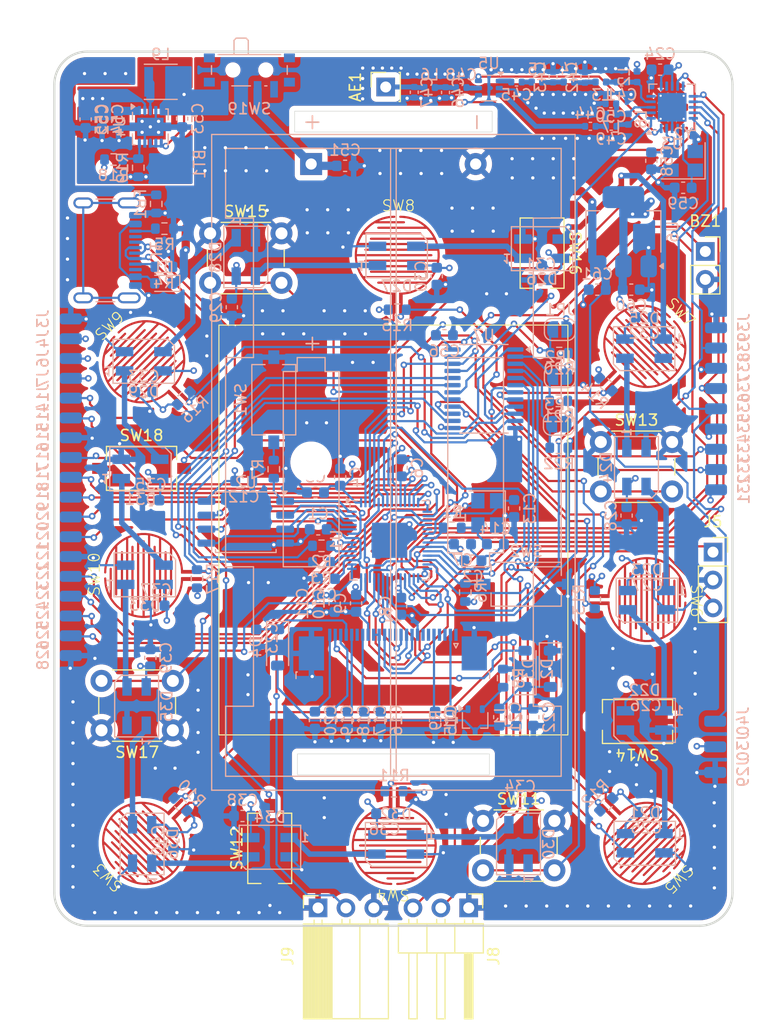
<source format=kicad_pcb>
(kicad_pcb (version 20241229) (generator "pcbnew") (generator_version "9.0")
  (layers (0 "F.Cu" signal) (4 "In1.Cu" signal) (6 "In2.Cu" signal) (2 "B.Cu" signal) (13 "F.Paste" user) (15 "B.Paste" user) (5 "F.SilkS" user "F.Silkscreen") (7 "B.SilkS" user "B.Silkscreen") (1 "F.Mask" user) (3 "B.Mask" user) (25 "Edge.Cuts" user))
  (net 0 "")
  (net 1 "Net-(AE1-A)")
  (net 2 "/BT Power")
  (net 3 "Earth")
  (net 4 "/GPIO28_ADC2_BUZZER")
  (net 5 "+1V1")
  (net 6 "+3V3")
  (net 7 "/XIN")
  (net 8 "Net-(C14-Pad2)")
  (net 9 "Net-(J2-Pin_5)")
  (net 10 "Net-(J2-Pin_15)")
  (net 11 "Net-(J2-Pin_18)")
  (net 12 "Net-(J2-Pin_20)")
  (net 13 "Net-(J2-Pin_22)")
  (net 14 "/DISP_VCOM")
  (net 15 "Net-(D4-A)")
  (net 16 "Net-(D2-K)")
  (net 17 "/DISP_PREVGH")
  (net 18 "Net-(C41-Pad1)")
  (net 19 "/SI_TX")
  (net 20 "Net-(C42-Pad2)")
  (net 21 "Net-(C43-Pad2)")
  (net 22 "Net-(U5-J2)")
  (net 23 "Net-(C44-Pad1)")
  (net 24 "Net-(U5-J3)")
  (net 25 "Net-(C45-Pad2)")
  (net 26 "Net-(C46-Pad2)")
  (net 27 "Net-(U5-J1)")
  (net 28 "/SI_RXp")
  (net 29 "/SI_RXn")
  (net 30 "Net-(U4-VAUX)")
  (net 31 "+BATT")
  (net 32 "/SI_XIN")
  (net 33 "/SI_XOUT")
  (net 34 "+5V")
  (net 35 "Net-(D1-A)")
  (net 36 "/DISP_PREVGL")
  (net 37 "Net-(D21-DOUT)")
  (net 38 "/RGB_DIN")
  (net 39 "Net-(D22-DOUT)")
  (net 40 "Net-(D23-DOUT)")
  (net 41 "Net-(D24-DOUT)")
  (net 42 "Net-(D25-DOUT)")
  (net 43 "Net-(D26-DOUT)")
  (net 44 "Net-(D27-DOUT)")
  (net 45 "Net-(D28-DOUT)")
  (net 46 "Net-(D29-DOUT)")
  (net 47 "Net-(D30-DIN)")
  (net 49 "Net-(D31-DOUT)")
  (net 50 "Net-(D32-DIN)")
  (net 51 "Net-(D33-DOUT)")
  (net 52 "Net-(D34-DIN)")
  (net 53 "Net-(D35-DOUT)")
  (net 54 "Net-(J1-SHIELD)")
  (net 55 "/USB_DM")
  (net 57 "/USB_DP")
  (net 58 "Net-(J1-CC1)")
  (net 59 "Net-(J1-CC2)")
  (net 62 "/DISP_GDR")
  (net 63 "/DISP_RESE")
  (net 64 "/SPI_MOSI")
  (net 67 "/DISP_RST")
  (net 69 "/SPI_CLK")
  (net 70 "/DISP_CS")
  (net 71 "/DISP_BUSY")
  (net 73 "/DISP_DC")
  (net 74 "/GPIO13")
  (net 75 "/GPIO6")
  (net 76 "/GPIO10")
  (net 77 "/GPIO11")
  (net 78 "/GPIO7")
  (net 79 "/GPIO12")
  (net 80 "/GPIO29_ADC3")
  (net 81 "/GPIO8")
  (net 82 "/GPIO9")
  (net 83 "/GPIO15")
  (net 84 "/GPIO14")
  (net 85 "/SPI_MISO")
  (net 86 "/I2C_SDA")
  (net 87 "/I2C_SCL")
  (net 88 "/RP_SWCLK")
  (net 89 "/RP_SWDIO")
  (net 90 "/IO_A0")
  (net 91 "/IO_A1")
  (net 92 "/IO_A2")
  (net 93 "Net-(U4-L)")
  (net 94 "/DISP_RES")
  (net 95 "/XOUT")
  (net 96 "Net-(U1-USB_DP)")
  (net 97 "Net-(U1-USB_DM)")
  (net 98 "/RUN")
  (net 99 "Net-(R7-Pad1)")
  (net 100 "/QSPI_SS")
  (net 101 "/BUTT_1")
  (net 102 "/BUTT_2")
  (net 103 "/BUTT_3")
  (net 104 "/BUTT_4")
  (net 105 "/BUTT_5")
  (net 106 "/BUTT_6")
  (net 107 "/BUTT_7")
  (net 108 "/BUTT_8")
  (net 109 "Net-(U4-FB)")
  (net 110 "/B2B_DCT")
  (net 111 "/BUTT_9")
  (net 112 "/BUTT_10")
  (net 113 "/BUTT_11")
  (net 114 "/BUTT_12")
  (net 115 "/BUTT_13")
  (net 116 "/BUTT_14")
  (net 117 "/BUTT_15")
  (net 118 "/BUTT_16")
  (net 120 "/SI_NIRQ")
  (net 121 "/SI_SDN")
  (net 122 "/SI_IO1")
  (net 123 "/QSPI_SD2")
  (net 124 "/QSPI_SD1")
  (net 125 "/SI_NSEL")
  (net 127 "/QSPI_SCLK")
  (net 128 "/B2B_TX")
  (net 129 "/QSPI_SD3")
  (net 130 "/IO_INT")
  (net 131 "/QSPI_SD0")
  (net 135 "/SI_V1")
  (net 136 "/SI_V2")
  (net 137 "/B2B_RX")
  (footprint "Resistive_Touch:Resistive_Button_130mil" (layer "F.Cu") (at 169.953937 134.23653 -135)
    (property "Reference" "SW5")
    (property "Value" "Resistive")
  )
  (footprint "Resistive_Touch:Resistive_Button_130mil" (layer "F.Cu") (at 169.953101 89 -45)
    (property "Reference" "SW7")
    (property "Value" "Resistive")
  )
  (footprint "Button_Switch_THT:SW_PUSH_6mm" (layer "F.Cu") (at 165.95 97.7)
    (property "Reference" "SW13")
    (property "Value" "Clicky - THT")
  )
  (footprint "Button_Switch_SMD:SW_Tactile_SPST_NO_Straight_CK_PTS636Sx25SMTRLFS" (layer "F.Cu") (at 124.1 100.1)
    (property "Reference" "SW18")
    (property "Value" "Clicky - SMD")
  )
  (footprint "Connector_PinSocket_2.54mm:PinSocket_1x01_P2.54mm_Vertical" (layer "F.Cu") (at 146.35 65.37 90)
    (property "Reference" "AE1")
    (property "Value" "Antenna")
  )
  (footprint "Button_Switch_SMD:SW_Tactile_SPST_NO_Straight_CK_PTS636Sx25SMTRLFS" (layer "F.Cu") (at 160.6 80.5 -90)
    (property "Reference" "SW16")
    (property "Value" "Clicky - SMD")
  )
  (footprint "Button_Switch_SMD:SW_Tactile_SPST_NO_Straight_CK_PTS636Sx25SMTRLFS" (layer "F.Cu") (at 169.3 123.15 180)
    (property "Reference" "SW14")
    (property "Value" "Clicky - SMD")
  )
  (footprint "Resistive_Touch:Resistive_Button_130mil" (layer "F.Cu") (at 124.299349 90.4 45)
    (property "Reference" "SW9")
    (property "Value" "Resistive")
  )
  (footprint "Resistive_Touch:Resistive_Button_130mil" (layer "F.Cu") (at 170.14515 112.05 -90)
    (property "Reference" "SW6")
    (property "Value" "Resistive")
  )
  (footprint "Resistive_Touch:Resistive_Button_130mil" (layer "F.Cu") (at 147.126086 134.428579 180)
    (property "Reference" "SW4")
    (property "Value" "Resistive")
  )
  (footprint "Connector_PinSocket_2.54mm:PinSocket_1x03_P2.54mm_Horizontal" (layer "F.Cu") (at 140.184853 140.125 90)
    (property "Reference" "J9")
    (property "Value" "B2B Female")
  )
  (footprint "Connector_PinHeader_2.54mm:PinHeader_1x03_P2.54mm_Horizontal" (layer "F.Cu") (at 153.915147 140.125 -90)
    (property "Reference" "J8")
    (property "Value" "B2B Male")
  )
  (footprint "Connector_PinSocket_2.54mm:PinSocket_1x03_P2.54mm_Vertical" (layer "F.Cu") (at 176.175 107.725)
    (property "Reference" "J5")
    (property "Value" "SWD")
  )
  (footprint "Connector_PinSocket_2.54mm:PinSocket_1x02_P2.54mm_Vertical" (layer "F.Cu") (at 175.475 80.35)
    (property "Reference" "BZ1")
    (property "Value" "Buzzer")
  )
  (footprint "Button_Switch_THT:SW_PUSH_6mm" (layer "F.Cu") (at 126.95 123.95 180)
    (property "Reference" "SW17")
    (property "Value" "Clicky - THT")
  )
  (footprint "Button_Switch_THT:SW_PUSH_6mm" (layer "F.Cu") (at 155.221264 132.2)
    (property "Reference" "SW11")
    (property "Value" "Clicky - THT")
  )
  (footprint "Resistive_Touch:Resistive_Button_130mil" (layer "F.Cu") (at 147.4 80.7)
    (property "Reference" "SW8")
    (property "Value" "Resistive")
  )
  (footprint "Resistive_Touch:Resistive_Button_130mil" (layer "F.Cu") (at 124.299349 134.237366 135)
    (property "Reference" "SW3")
    (property "Value" "Resistive")
  )
  (footprint "Resistive_Touch:Resistive_Button_130mil" (layer "F.Cu") (at 124.299349 109.849993 90)
    (property "Reference" "SW10")
    (property "Value" "Resistive")
  )
  (footprint "Button_Switch_THT:SW_PUSH_6mm" (layer "F.Cu") (at 130.35 78.7)
    (property "Reference" "SW15")
    (property "Value" "Clicky - THT")
  )
  (footprint "Button_Switch_SMD:SW_Tactile_SPST_NO_Straight_CK_PTS636Sx25SMTRLFS" (layer "F.Cu") (at 135.780984 134.7 90)
    (property "Reference" "SW12")
    (property "Value" "Clicky - SMD")
  )
  (footprint "Capacitor_SMD:C_0603_1608Metric" (layer "B.Cu") (at 147.75 112.65 -90)
    (property "Reference" "C8")
    (property "Value" "100nF")
  )
  (footprint "Capacitor_SMD:C_0603_1608Metric" (layer "B.Cu") (at 160.447038 82.945022 180)
    (property "Reference" "C31")
    (property "Value" "100nF")
  )
  (footprint "LED_SMD:LED_SK6812MINI_PLCC4_3.5x3.5mm_P1.75mm" (layer "B.Cu") (at 147.35 80.75)
    (property "Reference" "D27")
    (property "Value" "SK6812MINI")
  )
  (footprint "LED_SMD:LED_SK6812MINI_PLCC4_3.5x3.5mm_P1.75mm" (layer "B.Cu") (at 160.6 80.095015)
    (property "Reference" "D26")
    (property "Value" "SK6812MINI")
  )
  (footprint "Resistor_SMD:R_0603_1608Metric" (layer "B.Cu") (at 140.5 108.65)
    (property "Reference" "R3")
    (property "Value" "27.4")
  )
  (footprint "Capacitor_SMD:C_0402_1005Metric" (layer "B.Cu") (at 165 68.95 180)
    (property "Reference" "C44")
    (property "Value" "100pF")
  )
  (footprint "Connector_Wire:SolderWirePad_1x01_SMD_1x2mm" (layer "B.Cu") (at 176.375 125.4575 90)
    (property "Reference" "J30")
    (property "Value" "Conn_01x01")
  )
  (footprint "Resistor_SMD:R_0603_1608Metric" (layer "B.Cu") (at 152.35 123.025 -90)
    (property "Reference" "R9")
    (property "Value" "10k")
  )
  (footprint "Resistor_SMD:R_0603_1608Metric" (layer "B.Cu") (at 162.1625 89.6)
    (property "Reference" "R20")
    (property "Value" "10k")
  )
  (footprint "Capacitor_SMD:C_0603_1608Metric" (layer "B.Cu") (at 124.9 117.35 90)
    (property "Reference" "C39")
    (property "Value" "100nF")
  )
  (footprint "Capacitor_SMD:C_0603_1608Metric" (layer "B.Cu") (at 132.325 85.425 -90)
    (property "Reference" "C29")
    (property "Value" "100nF")
  )
  (footprint "Resistor_SMD:R_0603_1608Metric" (layer "B.Cu") (at 126.135 81.75)
    (property "Reference" "R4")
    (property "Value" "5k1")
  )
  (footprint "Package_TO_SOT_SMD:SOT-323_SC-70" (layer "B.Cu") (at 154.5 123.025 -90)
    (property "Reference" "Q1")
    (property "Value" "Si1308EDL")
  )
  (footprint "Connector_Wire:SolderWirePad_1x01_SMD_1x2mm" (layer "B.Cu") (at 117.65 93.70353 -90)
    (property "Reference" "J14")
    (property "Value" "Conn_01x01")
  )
  (footprint "Connector_Wire:SolderWirePad_1x01_SMD_1x2mm" (layer "B.Cu") (at 176.45 94.675 90)
    (property "Reference" "J35")
    (property "Value" "Conn_01x01")
  )
  (footprint "Resistor_SMD:R_0603_1608Metric" (layer "B.Cu") (at 162.1125 93.95)
    (property "Reference" "R21")
    (property "Value" "10k")
  )
  (footprint "Diode_SMD:D_SOD-123" (layer "B.Cu") (at 161.35 118.35 -90)
    (property "Reference" "D3")
    (property "Value" "MBR0530")
  )
  (footprint "Capacitor_SMD:C_0603_1608Metric" (layer "B.Cu") (at 124.95 103 180)
    (property "Reference" "C35")
    (property "Value" "100nF")
  )
  (footprint "LED_SMD:LED_SK6812MINI_PLCC4_3.5x3.5mm_P1.75mm" (layer "B.Cu") (at 169.953937 134.23653 180)
    (property "Reference" "D21")
    (property "Value" "SK6812MINI")
  )
  (footprint "Capacitor_SMD:C_0603_1608Metric" (layer "B.Cu") (at 170.196899 109.3)
    (property "Reference" "C27")
    (property "Value" "100nF")
  )
  (footprint "Capacitor_SMD:C_0603_1608Metric" (layer "B.Cu") (at 171.355 63.795 180)
    (property "Reference" "C24")
    (property "Value" "100nF")
  )
  (footprint "Capacitor_SMD:C_0603_1608Metric" (layer "B.Cu") (at 141.4 123.025 90)
    (property "Reference" "C19")
    (property "Value" "1uF")
  )
  (footprint "Package_TO_SOT_SMD:SOT-223-3_TabPin2" (layer "B.Cu") (at 168.0125 78.55 90)
    (property "Reference" "U6")
    (property "Value" "AMS1117-3.3")
  )
  (footprint "Package_SO:SOIC-8_5.3x5.3mm_P1.27mm" (layer "B.Cu") (at 133.6 105 180)
    (property "Reference" "U2")
    (property "Value" "W25Q128JVS")
  )
  (footprint "Resistor_SMD:R_0603_1608Metric" (layer "B.Cu") (at 166.4 92.45 -45)
    (property "Reference" "R14")
    (property "Value" "DNF")
  )
  (footprint "Capacitor_SMD:C_0603_1608Metric" (layer "B.Cu") (at 158.05 103.75 90)
    (property "Reference" "C13")
    (property "Value" "15pF")
  )
  (footprint "LED_SMD:LED_SK6812MINI_PLCC4_3.5x3.5mm_P1.75mm" (layer "B.Cu") (at 124.3 90.35)
    (property "Reference" "D29")
    (property "Value" "SK6812MINI")
  )
  (footprint "Resistor_SMD:R_0603_1608Metric" (layer "B.Cu") (at 166.45 130.7 -135)
    (property "Reference" "R12")
    (property "Value" "DNF")
  )
  (footprint "Resistor_SMD:R_0603_1608Metric" (layer "B.Cu") (at 157.05 119.2 90)
    (property "Reference" "R8")
    (property "Value" "3")
  )
  (footprint "LED_SMD:LED_SK6812MINI_PLCC4_3.5x3.5mm_P1.75mm" (layer "B.Cu") (at 135.8 134.6 180)
    (property "Reference" "D34")
    (property "Value" "SK6812MINI")
  )
  (footprint "Connector_USB:USB_C_Receptacle_GCT_USB4105-xx-A_16P_TopMnt_Horizontal" (layer "B.Cu") (at 119.86 80.25 90)
    (property "Reference" "J1")
    (property "Value" "USB4105")
  )
  (footprint "Button_Switch_SMD:SW_Tactile_SPST_NO_Straight_CK_PTS636Sx25SMTRLFS" (layer "B.Cu") (at 159.15 110.65 180)
    (property "Reference" "SW2")
    (property "Value" "RESET")
  )
  (footprint "Capacitor_SMD:C_0603_1608Metric" (layer "B.Cu") (at 159.8 122.75 90)
    (property "Reference" "C22")
    (property "Value" "4.7uF")
  )
  (footprint "Capacitor_SMD:C_0603_1608Metric" (layer "B.Cu") (at 139.9 123.025 90)
    (property "Reference" "C20")
    (property "Value" "1uF")
  )
  (footprint "LED_SMD:LED_SK6812MINI_PLCC4_3.5x3.5mm_P1.75mm" (layer "B.Cu") (at 147.3 134.35 180)
    (property "Reference" "D32")
    (property "Value" "SK6812MINI")
  )
  (footprint "Capacitor_SMD:C_0603_1608Metric" (layer "B.Cu") (at 156.7 122.75 90)
    (property "Reference" "C21")
    (property "Value" "4.7uF")
  )
  (footprint "Crystal:Crystal_SMD_Abracon_ABM8G-4Pin_3.2x2.5mm" (layer "B.Cu") (at 155.6 104.15 -90)
    (property "Reference" "Y1")
    (property "Value" "ABM8-272-T3")
  )
  (footprint "Package_TO_SOT_SMD:SOT-363_SC-70-6" (layer "B.Cu") (at 155.75 65.47 180)
    (property "Reference" "U5")
    (property "Value" "AS179-92LF")
  )
  (footprint "Capacitor_SMD:C_0603_1608Metric" (layer "B.Cu") (at 122 68.325 -90)
    (property "Reference" "C52")
    (property "Value" "1uF")
  )
  (footprint "LED_SMD:LED_SK6812MINI_PLCC4_3.5x3.5mm_P1.75mm" (layer "B.Cu") (at 158.45 134.3 90)
    (property "Reference" "D30")
    (property "Value" "SK6812MINI")
  )
  (footprint "Connector_Wire:SolderWirePad_1x01_SMD_1x2mm" (layer "B.Cu") (at 117.65 115.345883 -90)
    (property "Reference" "J26")
    (property "Value" "Conn_01x01")
  )
  (footprint "Connector_Wire:SolderWirePad_1x01_SMD_1x2mm" (layer "B.Cu") (at 117.65 117.149412 -90)
    (property "Reference" "J28")
    (property "Value" "Conn_01x01")
  )
  (footprint "Capacitor_SMD:C_0402_1005Metric" (layer "B.Cu") (at 164.5 64.5 -90)
    (property "Reference" "C42")
    (property "Value" "5.6pF")
  )
  (footprint "Connector_Wire:SolderWirePad_1x01_SMD_1x2mm" (layer "B.Cu") (at 176.45 102.05 90)
    (property "Reference" "J31")
    (property "Value" "Conn_01x01")
  )
  (footprint "Capacitor_SMD:C_0603_1608Metric" (layer "B.Cu") (at 168.3 104.4 -90)
    (property "Reference" "C28")
    (property "Value" "100nF")
  )
  (footprint "Diode_SMD:D_0603_1608Metric" (layer "B.Cu") (at 126.1 83.25 180)
    (property "Reference" "D1")
    (property "Value" "D")
  )
  (footprint "Capacitor_SMD:C_0603_1608Metric" (layer "B.Cu") (at 120.5 68.325 90)
    (property "Reference" "C54")
    (property "Value" "10uF")
  )
  (footprint "Inductor_SMD:L_0402_1005Metric" (layer "B.Cu") (at 165.95 64.92)
    (property "Reference" "L3")
    (property "Value" "12nH")
  )
  (footprint "Capacitor_SMD:C_0603_1608Metric" (layer "B.Cu") (at 146.25 131.53)
    (property "Reference" "C36")
    (property "Value" "100nF")
  )
  (footprint "Capacitor_SMD:C_0603_1608Metric" (layer "B.Cu") (at 168.725 83.825)
    (property "Reference" "C60")
    (property "Value" "10uF")
  )
  (footprint "Capacitor_SMD:C_0603_1608Metric" (layer "B.Cu") (at 124.3 93.15 180)
    (property "Reference" "C33")
    (property "Value" "100nF")
  )
  (footprint "Resistor_SMD:R_0603_1608Metric" (layer "B.Cu") (at 123.8 72.725 -90)
    (property "Reference" "R19")
    (property "Value" "180k")
  )
  (footprint "Capacitor_SMD:C_0603_1608Metric" (layer "B.Cu") (at 127 134 -90)
    (property "Reference" "C40")
    (property "Value" "100nF")
  )
  (footprint "Resistor_SMD:R_0603_1608Metric" (layer "B.Cu") (at 147.1 129.5 180)
    (property "Reference" "R11")
    (property "Value" "DNF")
  )
  (footprint "Resistor_SMD:R_0603_1608Metric" (layer "B.Cu") (at 153.6 111.4 90)
    (property "Reference" "R6")
    (property "Value" "10k")
  )
  (footprint "LED_SMD:LED_SK6812MINI_PLCC4_3.5x3.5mm_P1.75mm" (layer "B.Cu") (at 124.4 109.789986)
    (property "Reference" "D33")
    (property "Value" "SK6812MINI")
  )
  (footprint "Connector_Wire:SolderWirePad_1x01_SMD_1x2mm" (layer "B.Cu") (at 117.65 91.9 -90)
    (property "Reference" "J7")
    (property "Value" "Conn_01x01")
  )
  (footprint "Connector_Wire:SolderWirePad_1x01_SMD_1x2mm" (layer "B.Cu") (at 176.375 123.125 90)
    (property "Reference" "J40")
    (property "Value" "Conn_01x01")
  )
  (footprint "Package_SO:TSSOP-24_4.4x7.8mm_P0.65mm" (layer "B.Cu") (at 155.3 92.85 180)
    (property "Reference" "U7")
    (property "Value" "PCA9555PW")
  )
  (footprint "Connector_Wire:SolderWirePad_1x01_SMD_1x2mm" (layer "B.Cu") (at 176.45 90.9875 90)
    (property "Reference" "J37")
    (property "Value" "Conn_01x01")
  )
  (footprint "Connector_Wire:SolderWirePad_1x01_SMD_1x2mm" (layer "B.Cu") (at 117.65 102.721177 -90)
    (property "Reference" "J19")
    (property "Value" "Conn_01x01")
  )
  (footprint "Capacitor_SMD:C_0402_1005Metric" (layer "B.Cu") (at 167.85 64.92)
    (property "Reference" "C41")
    (property "Value" "3.9pF")
  )
  (footprint "Capacitor_SMD:C_0603_1608Metric" (layer "B.Cu") (at 133.3 131.75 180)
    (property "Reference" "C38")
    (property "Value" "100nF")
  )
  (footprint "Resistor_SMD:R_0603_1608Metric" (layer "B.Cu") (at 121.55 71.975)
    (property "Reference" "R18")
    (property "Value" "1M")
  )
  (footprint "Capacitor_SMD:C_0603_1608Metric" (layer "B.Cu") (at 144.4 123.025 90)
    (property "Reference" "C17")
    (property "Value" "1uF")
  )
  (footprint "Package_DFN_QFN:QFN-20-1EP_4x4mm_P0.5mm_EP2.6x2.6mm_ThermalVias" (layer "B.Cu") (at 172.455 67.22)
    (property "Reference" "U3")
    (property "Value" "Si4463")
  )
  (footprint "Package_SON:Texas_S-PVSON-N10_ThermalVias" (layer "B.Cu") (at 124.9 69 -90)
    (property "Reference" "U4")
    (property "Value" "TPS61200DRC")
  )
  (footprint "Capacitor_SMD:C_0603_1608Metric" (layer "B.Cu") (at 170.555 72.095 90)
    (property "Reference" "C58")
    (property "Value" "12pF")
  )
  (footprint "Inductor_SMD:L_Taiyo-Yuden_NR-30xx" (layer "B.Cu") (at 125.85 64.9 180)
    (property "Reference" "L9")
    (property "Value" "2.2uH")
  )
  (footprint "Capacitor_SMD:C_0603_1608Metric" (layer "B.Cu") (at 154.3 108.5)
    (property "Reference" "C2")
    (property "Value" "100nF")
  )
  (footprint "Diode_SMD:D_SOD-123" (layer "B.Cu") (at 136.5 116.4 -90)
    (property "Reference" "D4")
    (property "Value" "MBR0530")
  )
  (footprint "Connector_Wire:SolderWirePad_1x01_SMD_1x2mm" (layer "B.Cu") (at 176.45 100.20625 90)
    (property "Reference" "J32")
    (property "Value" "Conn_01x01")
  )
  (footprint "Connector_Wire:SolderWirePad_1x01_SMD_1x2mm" (layer "B.Cu") (at 176.45 96.51875 90)
    (property "Reference" "J34")
    (property "Value" "Conn_01x01")
  )
  (footprint "Capacitor_SMD:C_0603_1608Metric" (layer "B.Cu") (at 165.625 83.825 180)
    (property "Reference" "C61")
    (property "Value" "10uF")
  )
  (footprint "Button_Switch_SMD:SW_Tactile_SPST_NO_Straight_CK_PTS636Sx25SMTRLFS" (layer "B.Cu") (at 136.15 93.85 -90)
    (property "Reference" "SW1")
    (property "Value" "BOOTSEL")
  )
  (footprint "Capacitor_SMD:C_0402_1005Metric" (layer "B.Cu") (at 153.23 65.42 180)
    (property "Reference" "C48")
    (property "Value" "100pF")
  )
  (footprint "Connector_Wire:SolderWirePad_1x01_SMD_1x2mm" (layer "B.Cu") (at 176.375 127.79 90)
    (property "Reference" "J29")
    (property "Value" "Conn_01x01")
  )
  (footprint "Capacitor_SMD:C_0402_1005Metric" (layer "B.Cu") (at 166.9 68.95)
    (property "Reference" "C49")
    (property "Value" "1pF")
  )
  (footprint "LED_SMD:LED_SK6812MINI_PLCC4_3.5x3.5mm_P1.75mm" (layer "B.Cu") (at 169.942839 123.05 180)
    (property "Reference" "D22")
    (property "Value" "SK6812MINI")
  )
  (footprint "Connector_Wire:SolderWirePad_1x01_SMD_1x2mm" (layer "B.Cu") (at 117.65 97.310588 -90)
    (property "Reference" "J16")
    (property "Value" "Conn_01x01")
  )
  (footprint "Capacitor_SMD:C_0603_1608Metric" (layer "B.Cu") (at 142.65 72.55 180)
    (property "Reference" "C51")
    (property "Value" "10uF")
  )
  (footprint "Package_DFN_QFN:QFN-56-1EP_7x7mm_P0.4mm_EP3.2x3.2mm" (layer "B.Cu") (at 146.705 106.65 -90)
    (property "Reference" "U1")
    (property "Value" "RP2040")
  )
  (footprint "Inductor_SMD:L_0603_1608Metric" (layer "B.Cu") (at 158.25 122.75 -90)
    (property "Reference" "L1")
    (property "Value" "10uH")
  )
  (footprint "Inductor_SMD:L_0402_1005Metric" (layer "B.Cu") (at 168.45 68.3 90)
    (property "Reference" "L8")
    (property "Value" "18nH")
  )
  (footprint "Resistor_SMD:R_0603_1608Metric" (layer "B.Cu") (at 127.95 93.7 45)
    (property "Reference" "R16")
    (property "Value" "DNF")
  )
  (footprint "Capacitor_SMD:C_0603_1608Metric" (layer "B.Cu") (at 147.8 100.05 90)
    (property "Reference" "C6")
    (property "Value" "100nF")
  )
  (footprint "LED_SMD:LED_SK6812MINI_PLCC4_3.5x3.5mm_P1.75mm" (layer "B.Cu") (at 124.15 134.3 90)
    (property "Reference" "D36")
    (property "Value" "SK6812MINI")
  )
  (footprint "Capacitor_SMD:C_0603_1608Metric" (layer "B.Cu") (at 133.4125 101.255)
    (property "Reference" "C12")
    (property "Value" "100nF")
  )
  (footprint "LED_SMD:LED_SK6812MINI_PLCC4_3.5x3.5mm_P1.75mm" (layer "B.Cu") (at 170.15 112.1 180)
    (property "Reference" "D23")
    (property "Value" "SK6812MINI")
  )
  (footprint "Connector_Wire:SolderWirePad_1x01_SMD_1x2mm" (layer "B.Cu") (at 117.65 109.935294 -90)
    (property "Reference" "J23")
    (property "Value" "Conn_01x01")
  )
  (footprint "Capacitor_SMD:C_0603_1608Metric" (layer "B.Cu") (at 170.1 131.4)
    (property "Reference" "C25")
    (property "Value" "100nF")
  )
  (footprint "Capacitor_SMD:C_0402_1005Metric" (layer "B.Cu") (at 151.8 65.87 90)
    (property "Reference" "C46")
    (property "Value" "4.3pF")
  )
  (footprint "Connector_Wire:SolderWirePad_1x01_SMD_1x2mm" (layer "B.Cu") (at 117.65 113.542353 -90)
    (property "Reference" "J25")
    (property "Value" "Conn_01x01")
  )
  (footprint "Diode_SMD:D_SOD-123" (layer "B.Cu") (at 159.05 118.35 90)
    (property "Reference" "D2")
    (property "Value" "MBR0530")
  )
  (footprint "Inductor_SMD:L_0402_1005Metric" (layer "B.Cu") (at 150.35 65.42 180)
    (property "Reference" "L6")
    (property "Value" "8.2nH")
  )
  (footprint "Resistor_SMD:R_0603_1608Metric" (layer "B.Cu") (at 140.5 107.15)
    (property "Reference" "R2")
    (property "Value" "27.4")
  )
  (footprint "Resistor_SMD:R_0603_1608Metric" (layer "B.Cu") (at 125.435 76.02 -90)
    (property "Reference" "FB1")
    (property "Value" "BLM18AG601SN1D")
  )
  (footprint "Connector_Wire:SolderWirePad_1x01_SMD_1x2mm" (layer "B.Cu") (at 117.65 99.114118 -90)
    (property "Reference" "J17")
    (property "Value" "Conn_01x01")
  )
  (footprint "Capacitor_SMD:C_0603_1608Metric" (layer "B.Cu") (at 119 68.325 90)
    (property "Reference" "C55")
    (property "Value" "10uF")
  )
  (footprint "LED_SMD:LED_SK6812MINI_PLCC4_3.5x3.5mm_P1.75mm" (layer "B.Cu") (at 123.65 121.75 90)
    (property "Reference" "D35")
    (property "Value" "SK6812MINI")
  )
  (footprint "Crystal:Crystal_SMD_3225-4Pin_3.2x2.5mm" (layer "B.Cu") (at 173.455 72.095 180)
    (property "Reference" "Y2")
    (property "Value" "X322530MOB4SI")
  )
  (footprint "Connector_Wire:SolderWirePad_1x01_SMD_1x2mm" (layer "B.Cu") (at 117.65 90.096471 -90)
    (property "Reference" "J6")
    (property "Value" "Conn_01x01")
  )
  (footprint "Capacitor_SMD:C_0603_1608Metric" (layer "B.Cu") (at 140.196992 112.40371 -90)
    (property "Reference" "C11")
    (property "Value" "100nF")
  )
  (footprint "Connector_Wire:SolderWirePad_1x01_SMD_1x2mm" (layer "B.Cu") (at 117.65 111.738824 -90)
    (property "Reference" "J24")
    (property "Value" "Conn_01x01")
  )
  (footprint "Connector_FFC-FPC:TE_2-1734839-4_1x24-1MP_P0.5mm_Horizontal" (layer "B.Cu") (at 147 116.6 180)
    (property "Reference" "J2")
    (property "Value" "Waveshare 1.54\" E-Ink")
  )
  (footprint "Inductor_SMD:L_0402_1005Metric" (layer "B.Cu") (at 163.05 64.92 180)
    (property "Reference" "L4")
    (property "Value" "10nH")
  )
  (footprint "LED_SMD:LED_SK6812MINI_PLCC4_3.5x3.5mm_P1.75mm" (layer "B.Cu") (at 169.2 100 -90)
    (property "Reference" "D24")
    (property "Value" "SK6812MINI")
  )
  (footprint "Capacitor_SMD:C_0402_1005Metric" (layer "B.Cu") (at 148.95 65.85 90)
    (property "Reference" "C47")
    (property "Value" "4.3pF")
  )
  (footprint "Button_Switch_SMD:SW_SPDT_PCM12" (layer "B.Cu") (at 133.925 64.15)
    (property "Reference" "SW19")
    (property "Value" "PWR Switch")
  )
  (footprint "Inductor_SMD:L_0402_1005Metric" (layer "B.Cu") (at 160.135 64.92 180)
    (property "Reference" "L5")
    (property "Value" "10nH")
  )
  (footprint "Capacitor_SMD:C_0603_1608Metric" (layer "B.Cu") (at 150.85 123.025 90)
    (property "Reference" "C15")
    (property "Value" "1uF")
  )
  (footprint "Capacitor_SMD:C_0603_1608Metric" (layer "B.Cu") (at 134.55 115.55 90)
    (property "Reference" "C23")
    (property "Value" "1uF")
  )
  (footprint "Connector_Wire:SolderWirePad_1x01_SMD_1x2mm" (layer "B.Cu") (at 117.65 108.131765 -90)
    (property "Reference" "J22")
    (property "Value" "Conn_01x01")
  )
  (footprint "Battery:BatteryHolder_Keystone_2462_2xAA" (layer "B.Cu") (at 139.555 72.385 -90)
    (property "Reference" "BT1")
    (property "Value" "2x AA")
  )
  (footprint "Capacitor_SMD:C_0603_1608Metric" (layer "B.Cu") (at 125.425 112.599986 180)
    (property "Reference" "C37")
    (property "Value" "100nF")
  )
  (footprint "Capacitor_SMD:C_0603_1608Metric" (layer "B.Cu") (at 173.455 74.545)
    (property "Reference" "C59")
    (property "Value" "12pF")
  )
  (footprint "LED_SMD:LED_SK6812MINI_PLCC4_3.5x3.5mm_P1.75mm" (layer "B.Cu") (at 169.9 89.2 180)
    (property "Reference" "D25")
    (property "Value" "SK6812MINI")
  )
  (footprint "Connector_Wire:SolderWirePad_1x01_SMD_1x2mm" (layer "B.Cu") (at 117.65 104.524706 -90)
    (property "Reference" "J20")
    (property "Value" "Conn_01x01")
  )
  (footprint "Resistor_SMD:R_0603_1608Metric" (layer "B.Cu") (at 152.405534 105.505065 180)
    (property "Reference" "R1")
    (property "Value" "1k")
  )
  (footprint "Inductor_SMD:L_0402_1005Metric" (layer "B.Cu") (at 169.25 64.44 -90)
    (property "Reference" "L2")
    (property "Value" "100nH")
  )
  (footprint "LED_SMD:LED_SK6812MINI_PLCC4_3.5x3.5mm_P1.75mm" (layer "B.Cu") (at 124 100.15)
    (property "Reference" "D31")
    (property "Value" "SK6812MINI")
  )
  (footprint "Capacitor_SMD:C_0603_1608Metric" (layer "B.Cu") (at 140.2 105.65 180)
    (property "Reference" "C1")
    (property "Value" "100nF")
  )
  (footprint "Capacitor_SMD:C_0603_1608Metric" (layer "B.Cu") (at 142.2 100.9 90)
    (property "Reference" "C4")
    (property "Value" "1uF")
  )
  (footprint "Resistor_SMD:R_0603_1608Metric" (layer "B.Cu") (at 126.185 78.27)
    (property "Reference" "R5")
    (property "Value" "5k1")
  )
  (footprint "Capacitor_SMD:C_0603_1608Metric" (layer "B.Cu") (at 139.95 102.3 180)
    (property "Reference" "C5")
    (property "Value" "100nF")
  )
  (footprint "LED_SMD:LED_SK6812MINI_PLCC4_3.5x3.5mm_P1.75mm" (layer "B.Cu") (at 133.6 80.85 -90)
    (property "Reference" "D28")
    (property "Value" "SK6812MINI")
  )
  (footprint "Capacitor_SMD:C_0603_1608Metric" (layer "B.Cu") (at 140.95 110.15)
    (property "Reference" "C3")
    (property "Value" "1uF")
  )
  (footprint "Connector_Wire:SolderWirePad_1x01_SMD_1x2mm" (layer "B.Cu") (at 176.45 87.3 90)
    (property "Reference" "J39")
    (property "Value" "Conn_01x01")
  )
  (footprint "Jumper:SolderJumper-2_P1.3mm_Open_RoundedPad1.0x1.5mm" (layer "B.Cu") (at 162.2125 87.45 180)
    (property "Reference" "JP1")
    (property "Value" "A0")
  )
  (footprint "Capacitor_SMD:C_0603_1608Metric" (layer "B.Cu") (at 127.8 68.25 90)
    (property "Reference" "C53")
    (property "Value" "10uF")
  )
  (footprint "Capacitor_SMD:C_0402_1005Metric" (layer "B.Cu") (at 158.27 64.92)
    (property "Reference" "C45")
    (property "Value" "100pF")
  )
  (footprint "Capacitor_SMD:C_0603_1608Metric" (layer "B.Cu") (at 151 82.6 -90)
    (property "Reference" "C30")
    (property "Value" "100nF")
  )
  (footprint "Connector_Wire:SolderWirePad_1x01_SMD_1x2mm" (layer "B.Cu") (at 176.45 98.3625 90)
    (property "Reference" "J33")
    (property "Value" "Conn_01x01")
  )
  (footprint "Resistor_SMD:R_0603_1608Metric" (layer "B.Cu") (at 136.15 100.175 -90)
    (property "Reference" "R7")
    (property "Value" "1k")
  )
  (footprint "Connector_Wire:SolderWirePad_1x01_SMD_1x2mm" (layer "B.Cu") (at 117.65 95.507059 -90)
    (property "Reference" "J15")
    (property "Value" "Conn_01x01")
  )
  (footprint "Resistor_SMD:R_0603_1608Metric" (layer "B.Cu") (at 165.4 112.05 -90)
    (property "Reference" "R13")
    (property "Value" "DNF")
  )
  (footprint "Capacitor_SMD:C_0603_1608Metric" (layer "B.Cu") (at 153.35 107)
    (property "Reference" "C7")
    (property "Value" "100nF")
  )
  (footprint "Capacitor_SMD:C_0603_1608Metric" (layer "B.Cu") (at 143.65 112.3825 -90)
    (property "Reference" "C9")
    (property "Value" "100nF")
  )
  (footprint "Capacitor_SMD:C_0603_1608Metric" (layer "B.Cu") (at 156.35 107 180)
    (property "Reference" "C14")
    (property "Value" "15pF")
  )
  (footprint "Jumper:SolderJumper-2_P1.3mm_Open_RoundedPad1.0x1.5mm" (layer "B.Cu") (at 162.124448 96.074232 180)
    (property "Reference" "JP3")
    (property "Value" "A2")
  )
  (footprint "Capacitor_SMD:C_0603_1608Metric" (layer "B.Cu") (at 142.9 123.025 90)
    (property "Reference" "C18")
    (property "Value" "1uF")
  )
  (footprint "Capacitor_SMD:C_0603_1608Metric" (layer "B.Cu") (at 169.9 86.35)
    (property "Reference" "C32")
    (property "Value" "100nF")
  )
  (footprint "Resistor_SMD:R_0603_1608Metric" (layer "B.Cu") (at 162.124448 98.224232)
    (property "Reference" "R22")
    (property "Value" "10k")
  )
  (footprint "Capacitor_SMD:C_0603_1608Metric" (layer "B.Cu") (at 141.696992 112.40371 -90)
    (property "Reference" "C10")
    (property "Value" "100nF")
  )
  (footprint "Connector_Wire:SolderWirePad_1x01_SMD_1x2mm" (layer "B.Cu") (at 117.65 88.292941 -90)
    (property "Reference" "J4")
    (property "Value" "Conn_01x01")
  )
  (footprint "Capacitor_SMD:C_0603_1608Metric" (layer "B.Cu") (at 151.7 87.975)
    (property "Reference" "C56")
    (property "Value" "100nF")
  )
  (footprint "Capacitor_SMD:C_0603_1608Metric" (layer "B.Cu") (at 145.9 123.025 90)
    (property "Reference" "C16")
    (property "Value" "1uF")
  )
  (footprint "Resistor_SMD:R_0603_1608Metric" (layer "B.Cu") (at 147.4 85.65)
    (property "Reference" "R15")
    (property "Value" "DNF")
  )
  (footprint "Capacitor_SMD:C_0603_1608Metric" (layer "B.Cu") (at 170.042839 120.25)
    (property "Reference" "C26")
    (property "Value" "100nF")
  )
  (footprint "Capacitor_SMD:C_0603_1608Metric" (layer "B.Cu") (at 158.6 130.5 180)
    (property "Reference" "C34")
    (property "Value" "100nF")
  )
  (footprint "Capacitor_SMD:C_0402_1005Metric" (layer "B.Cu") (at 161.6 64.47 -90)
    (property "Reference" "C43")
    (property "Value" "2.7pF")
  )
  (footprint "Inductor_SMD:L_0402_1005Metric" (layer "B.Cu") (at 166.9 67.85)
    (property "Reference" "L7")
    (property "Value" "22nH")
  )
  (footprint "Jumper:SolderJumper-2_P1.3mm_Open_RoundedPad1.0x1.5mm" (layer "B.Cu") (at 162.2125 91.75 180)
    (property "Reference" "JP2")
    (property "Value" "A1")
  )
  (footprint "Connector_Wire:SolderWirePad_1x01_SMD_1x2mm" (layer "B.Cu") (at 176.45 89.14375 90)
    (property "Reference" "J38")
    (property "Value" "Conn_01x01")
  )
  (footprint "Connector_Wire:SolderWirePad_1x01_SMD_1x2mm" (layer "B.Cu") (at 176.45 92.83125 90)
    (property "Reference" "J36")
    (property "Value" "Conn_01x01")
  )
  (footprint "Resistor_SMD:R_0603_1608Metric" (layer "B.Cu") (at 129.15 110.15 90)
    (property "Reference" "R17")
    (property "Value" "DNF")
  )
  (footprint "Capacitor_SMD:C_0402_1005Metric" (layer "B.Cu") (at 166.87 66.9)
    (property "Reference" "C50")
    (property "Value" "3pF")
  )
  (footprint "Connector_Wire:SolderWirePad_1x01_SMD_1x2mm" (layer "B.Cu") (at 117.65 86.489412 -90)
    (property "Reference" "J3")
    (property "Value" "Conn_01x01")
  )
  (footprint "Resistor_SMD:R_0603_1608Metric" (layer "B.Cu") (at 127.65 130.7 135)
    (property "Reference" "R10")
    (property "Value" "DNF")
  )
  (footprint "Connector_Wire:SolderWirePad_1x01_SMD_1x2mm" (layer "B.Cu") (at 117.65 100.917647 -90)
    (property "Reference" "J18")
    (property "Value" "Conn_01x01")
  )
  (footprint "Connector_Wire:SolderWirePad_1x01_SMD_1x2mm" (layer "B.Cu") (at 117.65 106.328236 -90)
    (property "Reference" "J21")
    (property "Value" "Conn_01x01")
  )
  (gr_poly (pts (xy 131.925 67.85) (xy 131.925 65.7) (xy 128.575 65.7) (xy 128.575 63.575) (xy 126.35 63.575) (xy 126.35 66.45) (xy 125.85 66.991666) (xy 125.85 67.85)) (stroke (width 0.2)) (fill yes) (layer "B.Cu") (net 31))
  (gr_poly (pts (xy 124.1 66.553125) (xy 122.786364 65.65) (xy 118.45 65.65) (xy 118.45 68.3) (xy 121.222726 68.3) (xy 121.225 66.675) (xy 124.1 66.65)) (stroke (width 0.2)) (fill yes) (layer "B.Cu") (net 6))
  (gr_rect (start 131.15 87.05) (end 162.95 124.37) (stroke (width 0.1)) (fill no) (layer "F.SilkS"))
  (gr_arc (start 174.95 62.15) (mid 177.07132 63.02868) (end 177.95 65.15) (stroke (width 0.2)) (layer "Edge.Cuts"))
  (gr_line (start 174.95 141.75) (end 119.15 141.75) (stroke (width 0.2)) (layer "Edge.Cuts"))
  (gr_arc (start 116.15 65.15) (mid 117.02868 63.02868) (end 119.15 62.15) (stroke (width 0.2)) (layer "Edge.Cuts"))
  (gr_line (start 177.95 65.15) (end 177.95 138.75) (stroke (width 0.2)) (layer "Edge.Cuts"))
  (gr_rect (start 138.3 126.1) (end 155.8 128) (stroke (width 0.05)) (fill no) (layer "Edge.Cuts"))
  (gr_rect (start 138.05 67.575) (end 156.05 69.475) (stroke (width 0.05)) (fill no) (layer "Edge.Cuts"))
  (gr_line (start 116.15 138.75) (end 116.15 65.15) (stroke (width 0.2)) (layer "Edge.Cuts"))
  (gr_arc (start 177.95 138.75) (mid 177.07132 140.87132) (end 174.95 141.75) (stroke (width 0.2)) (layer "Edge.Cuts"))
  (gr_arc (start 119.15 141.75) (mid 117.02868 140.87132) (end 116.15 138.75) (stroke (width 0.2)) (layer "Edge.Cuts"))
  (gr_line (start 119.15 62.15) (end 174.95 62.15) (stroke (width 0.2)) (layer "Edge.Cuts"))
  (segment (start 148.95 65.37) (end 146.35 65.37) (width 0.45) (layer "B.Cu") (net 1))
  (segment (start 149 65.42) (end 148.95 65.37) (width 0.45) (layer "B.Cu") (net 1))
  (segment (start 149.865 65.42) (end 149 65.42) (width 0.45) (layer "B.Cu") (net 1))
  (segment (start 139.555 72.385) (end 134.675 67.505) (width 0.75) (layer "B.Cu") (net 2))
  (segment (start 141.875 72.55) (end 139.72 72.55) (width 0.75) (layer "B.Cu") (net 2))
  (segment (start 134.675 67.505) (end 134.675 65.58) (width 0.75) (layer "B.Cu") (net 2))
  (segment (start 139.72 72.55) (end 139.555 72.385) (width 0.75) (layer "B.Cu") (net 2))
  (segment (start 147.076687 86.623313) (end 147.076687 85.042772) (width 0.2) (layer "F.Cu") (net 3))
  (segment (start 164.95 111.726687) (end 164.95 110.151473) (width 0.2) (layer "F.Cu") (net 3))
  (segment (start 146.75 86.95) (end 147.076687 86.623313) (width 0.2) (layer "F.Cu") (net 3))
  (segment (start 164.4 92.55) (end 165.945868 92.55) (width 0.2) (layer "F.Cu") (net 3))
  (segment (start 149.1 130.25) (end 149.1 129.85) (width 0.2) (layer "F.Cu") (net 3))
  (segment (start 164.95 110.151473) (end 165.15 109.951473) (width 0.2) (layer "F.Cu") (net 3))
  (segment (start 165.945868 92.55) (end 166.653681 91.842187) (width 0.2) (layer "F.Cu") (net 3))
  (segment (start 166.38557 129.38557) (end 166.4 129.4) (width 0.2) (layer "F.Cu") (net 3))
  (segment (start 128.2 94.757884) (end 127.141536 93.69942) (width 0.2) (layer "F.Cu") (net 3))
  (segment (start 128.2 95.1) (end 128.2 94.757884) (width 0.2) (layer "F.Cu") (net 3))
  (segment (start 129.05 130.55) (end 128.443948 130.55) (width 0.2) (layer "F.Cu") (net 3))
  (segment (start 129.673306 110.173306) (end 128.642121 110.173306) (width 0.2) (layer "F.Cu") (net 3))
  (segment (start 149.1 129.85) (end 148.5 129.25) (width 0.2) (layer "F.Cu") (net 3))
  (segment (start 128.443948 130.55) (end 127.598769 131.395179) (width 0.2) (layer "F.Cu") (net 3))
  (segment (start 165.802378 111.726687) (end 164.95 111.726687) (width 0.2) (layer "F.Cu") (net 3))
  (segment (start 129.75 110.25) (end 129.673306 110.173306) (width 0.2) (layer "F.Cu") (net 3))
  (segment (start 130.3 110.25) (end 129.75 110.25) (width 0.2) (layer "F.Cu") (net 3))
  (segment (start 147.449399 129.25) (end 147.449399 130.085807) (width 0.2) (layer "F.Cu") (net 3))
  (segment (start 164.35 92.5) (end 164.4 92.55) (width 0.2) (layer "F.Cu") (net 3))
  (segment (start 148.5 129.25) (end 147.449399 129.25) (width 0.2) (layer "F.Cu") (net 3))
  (segment (start 166.4 130.22536) (end 167.11175 130.93711) (width 0.2) (layer "F.Cu") (net 3))
  (segment (start 166.4 129.4) (end 166.4 130.22536) (width 0.2) (layer "F.Cu") (net 3))
  (via (at 145.813889 71.15) (size 0.6) (drill 0.3) (layers "F.Cu" "B.Cu") (net 3))
  (via (at 144.25 63.65) (size 0.6) (drill 0.3) (layers "F.Cu" "B.Cu") (net 3))
  (via (at 121.7 140.55) (size 0.6) (drill 0.3) (layers "F.Cu" "B.Cu") (net 3))
  (via (at 174.15 136.6) (size 0.6) (drill 0.3) (layers "F.Cu" "B.Cu") (net 3))
  (via (at 176.284722 130.55) (size 0.6) (drill 0.3) (layers "F.Cu" "B.Cu") (net 3))
  (via (at 170.65 118.85) (size 0.6) (drill 0.3) (layers "F.Cu" "B.Cu") (net 3))
  (via (at 154.276389 78.5) (size 0.6) (drill 0.3) (layers "F.Cu" "B.Cu") (net 3))
  (via (at 140.75 130.1) (size 0.6) (drill 0.3) (layers "F.Cu" "B.Cu") (net 3))
  (via (at 154.4 114.6) (size 0.6) (drill 0.3) (layers "F.Cu" "B.Cu") (net 3))
  (via (at 117.85 138.223611) (size 0.6) (drill 0.3) (layers "F.Cu" "B.Cu") (net 3))
  (via (at 117.85 132.602778) (size 0.6) (drill 0.3) (layers "F.Cu" "B.Cu") (net 3))
  (via (at 147.6875 71.15) (size 0.6) (drill 0.3) (layers "F.Cu" "B.Cu") (net 3))
  (via (at 117.35 77.3) (size 0.6) (drill 0.3) (layers "F.Cu" "B.Cu") (net 3))
  (via (at 139.65 119.05) (size 0.6) (drill 0.3) (layers "F.Cu" "B.Cu") (net 3))
  (via (at 167.3 63.7) (size 0.6) (drill 0.3) (layers "F.Cu" "B.Cu") (net 3))
  (via (at 119.7 108.25) (size 0.6) (drill 0.3) (layers "F.Cu" "B.Cu") (net 3))
  (via (at 146.05 63.65) (size 0.6) (drill 0.3) (layers "F.Cu" "B.Cu") (net 3))
  (via (at 157.863889 71.9) (size 0.6) (drill 0.3) (layers "F.Cu" "B.Cu") (net 3))
  (via (at 170.391667 139.95) (size 0.6) (drill 0.3) (layers "F.Cu" "B.Cu") (net 3))
  (via (at 122.65 64.15) (size 0.6) (drill 0.3) (layers "F.Cu" "B.Cu") (net 3))
  (via (at 139.202778 78.65) (size 0.6) (drill 0.3) (layers "F.Cu" "B.Cu") (net 3))
  (via (at 130.05 89.85) (size 0.6) (drill 0.3) (layers "F.Cu" "B.Cu") (net 3))
  (via (at 159.95 79.2) (size 0.6) (drill 0.3) (layers "F.Cu" "B.Cu") (net 3))
  (via (at 157.879167 73.65) (size 0.6) (drill 0.3) (layers "F.Cu" "B.Cu") (net 3))
  (via (at 137.005555 87.85) (size 0.6) (drill 0.3) (layers "F.Cu" "B.Cu") (net 3))
  (via (at 158.5 97.45) (size 0.6) (drill 0.3) (layers "F.Cu" "B.Cu") (net 3))
  (via (at 147.702778 73.25) (size 0.6) (drill 0.3) (layers "F.Cu" "B.Cu") (net 3))
  (via (at 163.484722 71.9) (size 0.6) (drill 0.3) (layers "F.Cu" "B.Cu") (net 3))
  (via (at 166.4 63.7) (size 0.6) (drill 0.3) (layers "F.Cu" "B.Cu") (net 3))
  (via (at 124.9 85.9) (size 0.6) (drill 0.3) (layers "F.Cu" "B.Cu") (net 3))
  (via (at 174.85 70.15) (size 0.6) (drill 0.3) (layers "F.Cu" "B.Cu") (net 3))
  (via (at 150.05 64.2) (size 0.6) (drill 0.3) (layers "F.Cu" "B.Cu") (net 3))
  (via (at 131.752778 73) (size 0.6) (drill 0.3) (layers "F.Cu" "B.Cu") (net 3))
  (via (at 163.583333 66.05) (size 0.6) (drill 0.3) (layers "F.Cu" "B.Cu") (net 3))
  (via (at 161.67 67.75) (size 0.6) (drill 0.3) (layers "F.Cu" "B.Cu") (net 3))
  (via (at 160.633333 66.05) (size 0.6) (drill 0.3) (layers "F.Cu" "B.Cu") (net 3))
  (via (at 117.85 125.108333) (size 0.6) (drill 0.3) (layers "F.Cu" "B.Cu") (net 3))
  (via (at 117.6 118.3) (size 0.6) (drill 0.3) (layers "F.Cu" "B.Cu") (net 3))
  (via (at 161.616667 66.05) (size 0.6) (drill 0.3) (layers "F.Cu" "B.Cu") (net 3))
  (via (at 156.8875 63.8) (size 0.6) (drill 0.3) (layers "F.Cu" "B.Cu") (net 3))
  (via (at 135.484722 70.9) (size 0.6) (drill 0.3) (layers "F.Cu" "B.Cu") (net 3))
  (via (at 125.447222 140.55) (size 0.6) (drill 0.3) (layers "F.Cu" "B.Cu") (net 3))
  (via (at 145.9 124.9) (size 0.6) (drill 0.3) (layers "F.Cu" "B.Cu") (net 3))
  (via (at 175.1 91.1) (size 0.6) (drill 0.3) (layers "F.Cu" "B.Cu") (net 3))
  (via (at 146.75 86.95) (size 0.6) (drill 0.3) (layers "F.Cu" "B.Cu") (net 3))
  (via (at 166.75 127.7) (size 0.6) (drill 0.3) (layers "F.Cu" "B.Cu") (net 3))
  (via (at 123.573611 140.55) (size 0.6) (drill 0.3) (layers "F.Cu" "B.Cu") (net 3))
  (via (at 117.85 136.35) (size 0.6) (drill 0.3) (layers "F.Cu" "B.Cu") (net 3))
  (via (at 152.402778 78.5) (size 0.6) (drill 0.3) (layers "F.Cu" "B.Cu") (net 3))
  (via (at 126.25 76.85) (size 0.6) (drill 0.3) (layers "F.Cu" "B.Cu") (net 3))
  (via (at 161.671429 70.05) (size 0.6) (drill 0.3) (layers "F.Cu" "B.Cu") (net 3))
  (via (at 168.25 63.7) (size 0.6) (drill 0.3) (layers "F.Cu" "B.Cu") (net 3))
  (via (at 166.644445 139.95) (size 0.6) (drill 0.3) (layers "F.Cu" "B.Cu") (net 3))
  (via (at 176.35 129.05) (size 0.6) (drill 0.3) (layers "F.Cu" "B.Cu") (net 3))
  (via (at 156.15 78.5) (size 0.6) (drill 0.3) (layers "F.Cu" "B.Cu") (net 3))
  (via (at 129.194445 140.55) (size 0.6) (drill 0.3) (layers "F.Cu" "B.Cu") (net 3))
  (via (at 135.65 110.5) (size 0.6) (drill 0.3) (layers "F.Cu" "B.Cu") (net 3))
  (via (at 144.25 65.5) (size 0.6) (drill 0.3) (layers "F.Cu" "B.Cu") (net 3))
  (via (at 157.825 63.8) (size 0.6) (drill 0.3) (layers "F.Cu" "B.Cu") (net 3))
  (via (at 135.131944 87.85) (size 0.6) (drill 0.3) (layers "F.Cu" "B.Cu") (net 3))
  (via (at 174.7 127.8) (size 0.6) (drill 0.3) (layers "F.Cu" "B.Cu") (net 3))
  (via (at 143.326388 90.45) (size 0.6) (drill 0.3) (layers "F.Cu" "B.Cu") (net 3))
  (via (at 175.8 97.2) (size 0.6) (drill 0.3) (layers "F.Cu" "B.Cu") (net 3))
  (via (at 135.5 73) (size 0.6) (drill 0.3) (layers "F.Cu" "B.Cu") (net 3))
  (via (at 151.45 73.25) (size 0.6) (drill 0.3) (layers "F.Cu" "B.Cu") (net 3))
  (via (at 168.1 70.05) (size 0.6) (drill 0.3) (layers "F.Cu" "B.Cu") (net 3))
  (via (at 161.6 63.25) (size 0.6) (drill 0.3) (layers "F.Cu" "B.Cu") (net 3))
  (via (at 144.25 64.6) (size 0.6) (drill 0.3) (layers "F.Cu" "B.Cu") (net 3))
  (via (at 141.076389 78.65) (size 0.6) (drill 0.3) (layers "F.Cu" "B.Cu") (net 3))
  (via (at 165.45 63.7) (size 0.6) (drill 0.3) (layers "F.Cu" "B.Cu") (net 3))
  (via (at 162.897222 139.95) (size 0.6) (drill 0.3) (layers "F.Cu" "B.Cu") (net 3))
  (via (at 164.566667 66.05) (size 0.6) (drill 0.3) (layers "F.Cu" "B.Cu") (net 3))
  (via (at 117.35 79.173611) (size 0.6) (drill 0.3) (layers "F.Cu" "B.Cu") (net 3))
  (via (at 131.7375 70.9) (size 0.6) (drill 0.3) (layers "F.Cu" "B.Cu") (net 3))
  (via (at 138.9 110.1) (size 0.6) (drill 0.3) (layers "F.Cu" "B.Cu") (net 3))
  (via (at 148.75 113.5) (size 0.6) (drill 0.3) (layers "F.Cu" "B.Cu") (net 3))
  (via (at 148.500735 105.199265) (size 0.6) (drill 0.3) (layers "F.Cu" "B.Cu") (net 3))
  (via (at 140.95 113.2) (size 0.6) (drill 0.3) (layers "F.Cu" "B.Cu") (net 3))
  (via (at 138.6 106.75) (size 0.6) (drill 0.3) (layers "F.Cu" "B.Cu") (net 3))
  (via (at 160.7 63.8) (size 0.6) (drill 0.3) (layers "F.Cu" "B.Cu") (net 3))
  (via (at 147.75 63.65) (size 0.6) (drill 0.3) (layers "F.Cu" "B.Cu") (net 3))
  (via (at 138.879166 87.85) (size 0.6) (drill 0.3) (layers "F.Cu" "B.Cu") (net 3))
  (via (at 167.05 118.3) (size 0.6) (drill 0.3) (layers "F.Cu" "B.Cu") (net 3))
  (via (at 140.75 131.9) (size 0.6) (drill 0.3) (layers "F.Cu" "B.Cu") (net 3))
  (via (at 140.737499 85.75) (size 0.6) (drill 0.3) (layers "F.Cu" "B.Cu") (net 3))
  (via (at 141.061111 76.55) (size 0.6) (drill 0.3) (layers "F.Cu" "B.Cu") (net 3))
  (via (at 136.990277 85.75) (size 0.6) (drill 0.3) (layers "F.Cu" "B.Cu") (net 3))
  (via (at 117.85 126.981944) (size 0.6) (drill 0.3) (layers "F.Cu" "B.Cu") (net 3))
  (via (at 153.6 103.5) (size 0.6) (drill 0.3) (layers "F.Cu" "B.Cu") (net 3))
  (via (at 119.6 97.35) (size 0.6) (drill 0.3) (layers "F.Cu" "B.Cu") (net 3))
  (via (at 124.85 94.9) (size 0.6) (drill 0.3) (layers "F.Cu" "B.Cu") (net 3))
  (via (at 159.3 66.8) (size 0.6) (drill 0.3) (layers "F.Cu" "B.Cu") (net 3))
  (via (at 168.518056 139.95) (size 0.6) (drill 0.3) (layers "F.Cu" "B.Cu") (net 3))
  (via (at 166.38557 129.38557) (size 0.6) (drill 0.3) (layers "F.Cu" "B.Cu") (net 3))
  (via (at 125.35 127.4) (size 0.6) (drill 0.3) (layers "F.Cu" "B.Cu") (net 3))
  (via (at 117.85 134.476389) (size 0.6) (drill 0.3) (layers "F.Cu" "B.Cu") (net 3))
  (via (at 141.4 124.95) (size 0.6) (drill 0.3) (layers "F.Cu" "B.Cu") (net 3))
  (via (at 165.15 67.75) (size 0.6) (drill 0.3) (layers "F.Cu" "B.Cu") (net 3))
  (via (at 169.2 127.1) (size 0.6) (drill 0.3) (layers "F.Cu" "B.Cu") (net 3))
  (via (at 123.1 73.55) (size 0.6) (drill 0.3) (layers "F.Cu" "B.Cu") (net 3))
  (via (at 142.934722 76.55) (size 0.6) (drill 0.3) (layers "F.Cu" "B.Cu") (net 3))
  (via (at 165.957143 70.05) (size 0.6) (drill 0.3) (layers "F.Cu" "B.Cu") (net 3))
  (via (at 122 138.2) (size 0.6) (drill 0.3) (layers "F.Cu" "B.Cu") (net 3))
  (via (at 161.05 115.4) (size 0.6) (drill 0.3) (layers "F.Cu" "B.Cu") (net 3))
  (via (at 159.7 63.8) (size 0.6) (drill 0.3) (layers "F.Cu" "B.Cu") (net 3))
  (via (at 168.7 66.05) (size 0.6) (drill 0.3) (layers "F.Cu" "B.Cu") (net 3))
  (via (at 117.35 81.047222) (size 0.6) (drill 0.3) (layers "F.Cu" "B.Cu") (net 3))
  (via (at 119.826389 140.55) (size 0.6) (drill 0.3) (layers "F.Cu" "B.Cu") (net 3))
  (via (at 139.15 95.95) (size 0.6) (drill 0.3) (layers "F.Cu" "B.Cu") (net 3))
  (via (at 170.55 64.55) (size 0.6) (drill 0.3) (layers "F.Cu" "B.Cu") (net 3))
  (via (at 176.3 138.3) (size 0.6) (drill 0.3) (layers "F.Cu" "B.Cu") (net 3))
  (via (at 128.85 134.85) (size 0.6) (drill 0.3) (layers "F.Cu" "B.Cu") (net 3))
  (via (at 117.85 128.855555) (size 0.6) (drill 0.3) (layers "F.Cu" "B.Cu") (net 3))
  (via (at 162.95 111.75) (size 0.6) (drill 0.3) (layers "F.Cu" "B.Cu") (net 3))
  (via (at 136.15 107.05) (size 0.6) (drill 0.3) (layers "F.Cu" "B.Cu") (net 3))
  (via (at 122.1 97.85) (size 0.6) (drill 0.3) (layers "F.Cu" "B.Cu") (net 3))
  (via (at 174.55 120.65) (size 0.6) (drill 0.3) (layers "F.Cu" "B.Cu") (net 3))
  (via (at 153.3 64.2) (size 0.6) (drill 0.3) (layers "F.Cu" "B.Cu") (net 3))
  (via (at 149.2 64.2) (size 0.6) (drill 0.3) (layers "F.Cu" "B.Cu") (net 3))
  (via (at 144.484722 85.75) (size 0.6) (drill 0.3) (layers "F.Cu" "B.Cu") (net 3))
  (via (at 119.85 117.4) (size 0.6) (drill 0.3) (layers "F.Cu" "B.Cu") (net 3))
  (via (at 135.8 139.9) (size 0.6) (drill 0.3) (layers "F.Cu" "B.Cu") (net 3))
  (via (at 151.75 64.2) (size 0.6) (drill 0.3) (layers "F.Cu" "B.Cu") (net 3))
  (via (at 163.814286 70.05) (size 0.6) (drill 0.3) (layers "F.Cu" "B.Cu") (net 3))
  (via (at 164.35 85.2) (size 0.6) (drill 0.3) (layers "F.Cu" "B.Cu") (net 3))
  (via (at 159.65 66.05) (size 0.6) (drill 0.3) (layers "F.Cu" "B.Cu") (net 3))
  (via (at 142.45 79.95) (size 0.6) (drill 0.3) (layers "F.Cu" "B.Cu") (net 3))
  (via (at 171.2 74.05) (size 0.6) (drill 0.3) (layers "F.Cu" "B.Cu") (net 3))
  (via (at 144.25 66.45) (size 0.6) (drill 0.3) (layers "F.Cu" "B.Cu") (net 3))
  (via (at 151.25 66.4) (size 0.6) (drill 0.3) (layers "F.Cu" "B.Cu") (net 3))
  (via (at 167.028571 70.05) (size 0.6) (drill 0.3) (layers "F.Cu" "B.Cu") (net 3))
  (via (at 151.8 83.35) (size 0.6) (drill 0.3) (layers "F.Cu" "B.Cu") (net 3))
  (via (at 164.35 92.5) (size 0.6) (drill 0.3) (layers "F.Cu" "B.Cu") (net 3))
  (via (at 142.95 78.65) (size 0.6) (drill 0.3) (layers "F.Cu" "B.Cu") (net 3))
  (via (at 164.885714 70.05) (size 0.6) (drill 0.3) (layers "F.Cu" "B.Cu") (net 3))
  (via (at 162.742857 70.05) (size 0.6) (drill 0.3) (layers "F.Cu" "B.Cu") (net 3))
  (via (at 160.6 70.05) (size 0.6) (drill 0.3) (layers "F.Cu" "B.Cu") (net 3))
  (via (at 129.863889 70.9) (size 0.6) (drill 0.3) (layers "F.Cu" "B.Cu") (net 3))
  (via (at 164.770833 139.95) (size 0.6) (drill 0.3) (layers "F.Cu" "B.Cu") (net 3))
  (via (at 159.7375 71.9) (size 0.6) (drill 0.3) (layers "F.Cu" "B.Cu") (net 3))
  (via (at 142.2 99) (size 0.6) (drill 0.3) (layers "F.Cu" "B.Cu") (net 3))
  (via (at 158.55 66.05) (size 0.6) (drill 0.3) (layers "F.Cu" "B.Cu") (net 3))
  (via (at 129.25 122.1) (size 0.6) (drill 0.3) (layers "F.Cu" "B.Cu") (net 3))
  (via (at 157.25 104.4) (size 0.6) (drill 0.3) (layers "F.Cu" "B.Cu") (net 3))
  (via (at 144.5 87.85) (size 0.6) (drill 0.3) (layers "F.Cu" "B.Cu") (net 3))
  (via (at 172.265278 139.95) (size 0.6) (drill 0.3) (layers "F.Cu" "B.Cu") (net 3))
  (via (at 165.35 66.85) (size 0.6) (drill 0.3) (layers "F.Cu" "B.Cu") (net 3))
  (via (at 117.35 82.920833) (size 0.6) (drill 0.3) (layers "F.Cu" "B.Cu") (net 3))
  (via (at 142.7 113.15) (size 0.6) (drill 0.3) (layers "F.Cu" "B.Cu") (net 3))
  (via (at 151.85 129.8) (size 0.6) (drill 0.3) (layers "F.Cu" "B.Cu") (net 3))
  (via (at 163.41 67.75) (size 0.6) (drill 0.3) (layers "F.Cu" "B.Cu") (net 3))
  (via (at 130.3 110.25) (size 0.6) (drill 0.3) (layers "F.Cu" "B.Cu") (net 3))
  (via (at 157.276389 139.95) (size 0.6) (drill 0.3) (layers "F.Cu" "B.Cu") (net 3))
  (via (at 162.25 93.95) (size 0.6) (drill 0.3) (layers "F.Cu" "B.Cu") (net 3))
  (via (at 145.829167 73.25) (size 0.6) (drill 0.3) (layers "F.Cu" "B.Cu") (net 3))
  (via (at 120.45 101.25) (size 0.6) (drill 0.3) (layers "F.Cu" "B.Cu") (net 3))
  (via (at 149.55 66.4) (size 0.6) (drill 0.3) (layers "F.Cu" "B.Cu") (net 3))
  (via (at 142.9 124.9) (size 0.6) (drill 0.3) (layers "F.Cu" "B.Cu") (net 3))
  (via (at 134.15 100.15) (size 0.6) (drill 0.3) (layers "F.Cu" "B.Cu") (net 3))
  (via (at 133.611111 70.9) (size 0.6) (drill 0.3) (layers "F.Cu" "B.Cu") (net 3))
  (via (at 144.4 72.55) (size 0.6) (drill 0.3) (layers "F.Cu" "B.Cu") (net 3))
  (via (at 174.138889 139.95) (size 0.6) (drill 0.3) (layers "F.Cu" "B.Cu") (net 3))
  (via (at 117.85 130.729167) (size 0.6) (drill 0.3) (layers "F.Cu" "B.Cu") (net 3))
  (via (at 148.3 66.4) (size 0.6) (drill 0.3) (layers "F.Cu" "B.Cu") (net 3))
  (via (at 171.7 125.15) (size 0.6) (drill 0.3) (layers "F.Cu" "B.Cu") (net 3))
  (via (at 129.25 120.3) (size 0.6) (drill 0.3) (layers "F.Cu" "B.Cu") (net 3))
  (via (at 163.15 97.6) (size 0.6) (drill 0.3) (layers "F.Cu" "B.Cu") (net 3))
  (via (at 133.8 118.9) (size 0.6) (drill 0.3) (layers "F.Cu" "B.Cu") (net 3))
  (via (at 136.688889 140.55) (size 0.6) (drill 0.3) (layers "F.Cu" "B.Cu") (net 3))
  (via (at 133.75 76.6) (size 0.6) (drill 0.3) (layers "F.Cu" "B.Cu") (net 3))
  (via (at 132.5 130.7) (size 0.6) (drill 0.3) (layers "F.Cu" "B.Cu") (net 3))
  (via (at 149.1 130.25) (size 0.6) (drill 0.3) (layers "F.Cu" "B.Cu") (net 3))
  (via (at 152.5 125.05) (size 0.6) (drill 0.3) (layers "F.Cu" "B.Cu") (net 3))
  (via (at 162.3 89.6) (size 0.6) (drill 0.3) (layers "F.Cu" "B.Cu") (net 3))
  (via (at 132.941667 140.55) (size 0.6) (drill 0.3) (layers "F.Cu" "B.Cu") (net 3))
  (via (at 156.134722 76.4) (size 0.6) (drill 0.3) (layers "F.Cu" "B.Cu") (net 3))
  (via (at 132.5 132.85) (size 0.6) (drill 0.3) (layers "F.Cu" "B.Cu") (net 3))
  (via (at 176.3 134.6) (size 0.6) (drill 0.3) (layers "F.Cu" "B.Cu") (net 3))
  (via (at 152.5 64.2) (size 0.6) (drill 0.3) (layers "F.Cu" "B.Cu") (net 3))
  (via (at 162.45 63.825) (size 0.6) (drill 0.3) (layers "F.Cu" "B.Cu") (net 3))
  (via (at 151.85 131.6) (size 0.6) (drill 0.3) (layers "F.Cu" "B.Cu") (net 3))
  (via (at 149.561111 71.15) (size 0.6) (drill 0.3) (layers "F.Cu" "B.Cu") (net 3))
  (via (at 135.55 76.6) (size 0.6) (drill 0.3) (layers "F.Cu" "B.Cu") (net 3))
  (via (at 129.25 125.95) (size 0.6) (drill 0.3) (layers "F.Cu" "B.Cu") (net 3))
  (via (at 160.05 67.3) (size 0.6) (drill 0.3) (layers "F.Cu" "B.Cu") (net 3))
  (via (at 154.261111 76.4) (size 0.6) (drill 0.3) (layers "F.Cu" "B.Cu") (net 3))
  (via (at 174.55 118.75) (size 0.6) (drill 0.3) (layers "F.Cu" "B.Cu") (net 3))
  (via (at 128.2 95.1) (size 0.6) (drill 0.3) (layers "F.Cu" "B.Cu") (net 3))
  (via (at 137.25 100.1) (size 0.6) (drill 0.3) (layers "F.Cu" "B.Cu") (net 3))
  (via (at 130.05 88.05) (size 0.6) (drill 0.3) (layers "F.Cu" "B.Cu") (net 3))
  (via (at 127.320833 140.55) (size 0.6) (drill 0.3) (layers "F.Cu" "B.Cu") (net 3))
  (via (at 157.35 84.2) (size 0.6) (drill 0.3) (layers "F.Cu" "B.Cu") (net 3))
  (via (at 176.3 136.5) (size 0.6) (drill 0.3) (layers "F.Cu" "B.Cu") (net 3))
  (via (at 159.15 139.95) (size 0.6) (drill 0.3) (layers "F.Cu" "B.Cu") (net 3))
  (via (at 131.068056 140.55) (size 0.6) (drill 0.3) (layers "F.Cu" "B.Cu") (net 3))
  (via (at 165.55 66.05) (size 0.6) (drill 0.3) (layers "F.Cu" "B.Cu") (net 3))
  (via (at 176.076 86.05) (size 0.6) (drill 0.3) (layers "F.Cu" "B.Cu") (net 3))
  (via (at 165.15 109.951473) (size 0.6) (drill 0.3) (layers "F.Cu" "B.Cu") (net 3))
  (via (at 163.65 63.7) (size 0.6) (drill 0.3) (layers "F.Cu" "B.Cu") (net 3))
  (via (at 150.45 66.6) (size 0.6) (drill 0.3) (layers "F.Cu" "B.Cu") (net 3))
  (via (at 161.023611 139.95) (size 0.6) (drill 0.3) (layers "F.Cu" "B.Cu") (net 3))
  (via (at 122.05 70.25) (size 0.6) (drill 0.3) (layers "F.Cu" "B.Cu") (net 3))
  (via (at 124.75 84.35) (size 0.6) (drill 0.3) (layers "F.Cu" "B.Cu") (net 3))
  (via (at 120.776389 64.15) (size 0.6) (drill 0.3) (layers "F.Cu" "B.Cu") (net 3))
  (via (at 129.05 130.55) (size 0.6) (drill 0.3) (layers "F.Cu" "B.Cu") (net 3))
  (via (at 150.7 125.05) (size 0.6) (drill 0.3) (layers "F.Cu" "B.Cu") (net 3))
  (via (at 162.6 66.05) (size 0.6) (drill 0.3) (layers "F.Cu" "B.Cu") (net 3))
  (via (at 164.28 67.75) (size 0.6) (drill 0.3) (layers "F.Cu" "B.Cu") (net 3))
  (via (at 145.2 63.65) (size 0.6) (drill 0.3) (layers "F.Cu" "B.Cu") (net 3))
  (via (at 176.3 132.65) (size 0.6) (drill 0.3) (layers "F.Cu" "B.Cu") (net 3))
  (via (at 170.3 80) (size 0.6) (drill 0.3) (layers "F.Cu" "B.Cu") (net 3))
  (via (at 148.65 99.275) (size 0.6) (drill 0.3) (layers "F.Cu" "B.Cu") (net 3))
  (via (at 126.55 80.35) (size 0.6) (drill 0.3) (layers "F.Cu" "B.Cu") (net 3))
  (via (at 117.85 121.361111) (size 0.6) (drill 0.3) (layers "F.Cu" "B.Cu") (net 3))
  (via (at 129.879167 73) (size 0.6) (drill 0.3) (layers "F.Cu" "B.Cu") (net 3))
  (via (at 174.534722 114.7) (size 0.6) (drill 0.3) (layers "F.Cu" "B.Cu") (net 3))
  (via (at 166.75 125.9) (size 0.6) (drill 0.3) (layers "F.Cu" "B.Cu") (net 3))
  (via (at 149.576389 73.25) (size 0.6) (drill 0.3) (layers "F.Cu" "B.Cu") (net 3))
  (via (at 145.2 90.45) (size 0.6) (drill 0.3) (layers "F.Cu" "B.Cu") (net 3))
  (via (at 146.9 63.65) (size 0.6) (drill 0.3) (layers "F.Cu" "B.Cu") (net 3))
  (via (at 152.35 66.35) (size 0.6) (drill 0.3) (layers "F.Cu" "B.Cu") (net 3))
  (via (at 133.4 86.2) (size 0.6) (drill 0.3) (layers "F.Cu" "B.Cu") (net 3))
  (via (at 133.85 110.5) (size 0.6) (drill 0.3) (layers "F.Cu" "B.Cu") (net 3))
  (via (at 155.95 63.8) (size 0.6) (drill 0.3) (layers "F.Cu" "B.Cu") (net 3))
  (via (at 164.5 63.1) (size 0.6) (drill 0.3) (layers "F.Cu" "B.Cu") (net 3))
  (via (at 169.65 104.85) (size 0.6) (drill 0.3) (layers "F.Cu" "B.Cu") (net 3))
  (via (at 129.25 124.15) (size 0.6) (drill 0.3) (layers "F.Cu" "B.Cu") (net 3))
  (via (at 119.05 86.5) (size 0.6) (drill 0.3) (layers "F.Cu" "B.Cu") (net 3))
  (via (at 139.1875 76.55) (size 0.6) (drill 0.3) (layers "F.Cu" "B.Cu") (net 3))
  (via (at 161.611111 71.9) (size 0.6) (drill 0.3) (layers "F.Cu" "B.Cu") (net 3))
  (via (at 158.7625 63.8) (size 0.6) (drill 0.3) (layers "F.Cu" "B.Cu") (net 3))
  (via (at 162.54 67.75) (size 0.6) (drill 0.3) (layers "F.Cu" "B.Cu") (net 3))
  (via (at 175.95 103) (size 0.6) (drill 0.3) (layers "F.Cu" "B.Cu") (net 3))
  (via (at 134.815278 140.55) (size 0.6) (drill 0.3) (layers "F.Cu" "B.Cu") (net 3))
  (via (at 120.5 70.25) (size 0.6) (drill 0.3) (layers "F.Cu" "B.Cu") (net 3))
  (via (at 133.626389 73) (size 0.6) (drill 0.3) (layers "F.Cu" "B.Cu") (net 3))
  (via (at 170.55 129.5) (size 0.6) (drill 0.3) (layers "F.Cu" "B.Cu") (net 3))
  (via (at 159.752778 73.65) (size 0.6) (drill 0.3) (layers "F.Cu" "B.Cu") (net 3))
  (via (at 139.9 125) (size 0.6) (drill 0.3) (layers "F.Cu" "B.Cu") (net 3))
  (via (at 161.3 118.35) (size 0.6) (drill 0.3) (layers "F.Cu" "B.Cu") (net 3))
  (via (at 167.05 116.5) (size 0.6) (drill 0.3) (layers "F.Cu" "B.Cu") (net 3))
  (via (at 151.6 135.1) (size 0.6) (drill 0.3) (layers "F.Cu" "B.Cu") (net 3))
  (via (at 161.626389 73.65) (size 0.6) (drill 0.3) (layers "F.Cu" "B.Cu") (net 3))
  (via (at 118.95 70.2) (size 0.6) (drill 0.3) (layers "F.Cu" "B.Cu") (net 3))
  (via (at 174.55 116.8) (size 0.6) (drill 0.3) (layers "F.Cu" "B.Cu") (net 3))
  (via (at 155.55 84.2) (size 0.6) (drill 0.3) (layers "F.Cu" "B.Cu") (net 3))
  (via (at 124.95 114.35) (size 0.6) (drill 0.3) (layers "F.Cu" "B.Cu") (net 3))
  (via (at 150.9 64.2) (size 0.6) (drill 0.3) (layers "F.Cu" "B.Cu") (net 3))
  (via (at 151.434722 71.15) (size 0.6) (drill 0.3) (layers "F.Cu" "B.Cu") (net 3))
  (via (at 148.35 64.2) (size 0.6) (drill 0.3) (layers "F.Cu" "B.Cu") (net 3))
  (via (at 117.85 123.234722) (size 0.6) (drill 0.3) (layers "F.Cu" "B.Cu") (net 3))
  (via (at 160.8 67.75) (size 0.6) (drill 0.3) (layers "F.Cu" "B.Cu") (net 3))
  (via (at 144.4 124.9) (size 0.6) (drill 0.3) (layers "F.Cu" "B.Cu") (net 3))
  (via (at 139.45 113.15) (size 0.6) (drill 0.3) (layers "F.Cu" "B.Cu") (net 3))
  (via (at 118.902778 64.15) (size 0.6) (drill 0.3) (layers "F.Cu" "B.Cu") (net 3))
  (via (at 133.8 120.7) (size 0.6) (drill 0.3) (layers "F.Cu" "B.Cu") (net 3))
  (via (at 140.95 95.95) (size 0.6) (drill 0.3) (layers "F.Cu" "B.Cu") (net 3))
  (via (at 123.1 85.9) (size 0.6) (drill 0.3) (layers "F.Cu" "B.Cu") (net 3))
  (via (at 138.7 136.65) (size 0.6) (drill 0.3) (layers "F.Cu" "B.Cu") (net 3))
  (via (at 170.6 83.85) (size 0.6) (drill 0.3) (layers "F.Cu" "B.Cu") (net 3))
  (via (at 142.626388 87.85) (size 0.6) (drill 0.3) (layers "F.Cu" "B.Cu") (net 3))
  (via (at 152.3875 76.4) (size 0.6) (drill 0.3) (layers "F.Cu" "B.Cu") (net 3))
  (via (at 135.116666 85.75) (size 0.6) (drill 0.3) (layers "F.Cu" "B.Cu") (net 3))
  (via (at 169.2 128.9) (size 0.6) (drill 0.3) (layers "F.Cu" "B.Cu") (net 3))
  (via (at 163.5 73.65) (size 0.6) (drill 0.3) (layers "F.Cu" "B.Cu") (net 3))
  (via (at 124.5 73.55) (size 0.6) (drill 0.3) (layers "F.Cu" "B.Cu") (net 3))
  (via (at 142.61111 85.75) (size 0.6) (drill 0.3) (layers "F.Cu" "B.Cu") (net 3))
  (via (at 127.15 127.4) (size 0.6) (drill 0.3) (layers "F.Cu" "B.Cu") (net 3))
  (segment (start 146.705 106.65) (end 148.155735 105.199265) (width 0.2) (layer "B.Cu") (net 3))
  (segment (start 122 137.325) (end 123.275 136.05) (width 0.2) (layer "B.Cu") (net 3))
  (segment (start 155.075 108.5) (end 155.501287 108.073713) (width 0.2) (layer "B.Cu") (net 3))
  (segment (start 148.65 99.275) (end 147.8 99.275) (width 0.2) (layer "B.Cu") (net 3))
  (segment (start 170.549 88.974) (end 170.549 86.476) (width 0.2) (layer "B.Cu") (net 3))
  (segment (start 170.3125 83.5625) (end 170.3125 81.7) (width 0.2) (layer "B.Cu") (net 3))
  (segment (start 154.125 107.55) (end 155.075 108.5) (width 0.2) (layer "B.Cu") (net 3))
  (segment (start 149.25 115.25) (end 149.25 114.375) (width 0.2) (layer "B.Cu") (net 3))
  (segment (start 128.775 134.775) (end 128.85 134.85) (width 0.2) (layer "B.Cu") (net 3))
  (segment (start 171.2 73.95) (end 172.205 72.945) (width 0.2) (layer "B.Cu") (net 3))
  (segment (start 138.7 106.75) (end 139.325 106.125) (width 0.2) (layer "B.Cu") (net 3))
  (segment (start 144.75 115.25) (end 144.75 114.25) (width 0.2) (layer "B.Cu") (net 3))
  (segment (start 171.9 112.975) (end 173.465 112.975) (width 0.2) (layer "B.Cu") (net 3))
  (segment (start 171.65 90.075) (end 170.549 88.974) (width 0.2) (layer "B.Cu") (net 3))
  (segment (start 156.824 65.594) (end 156.7 65.47) (width 0.2) (layer "B.Cu") (net 3))
  (segment (start 122.1 97.85) (end 122.1 99.075) (width 0.2) (layer "B.Cu") (net 3))
  (segment (start 148.75 113.5) (end 147.775 113.5) (width 0.2) (layer "B.Cu") (net 3))
  (segment (start 175.8 97.16875) (end 176.45 96.51875) (width 0.2) (layer "B.Cu") (net 3))
  (segment (start 153.6 103.5) (end 154.3 103.5) (width 0.2) (layer "B.Cu") (net 3))
  (segment (start 145.6 79.875) (end 142.525 79.875) (width 0.2) (layer "B.Cu") (net 3))
  (segment (start 144.75 114.25) (end 143.6575 113.1575) (width 0.2) (layer "B.Cu") (net 3))
  (segment (start 170.555 73.405) (end 170.555 72.87) (width 0.2) (layer "B.Cu") (net 3))
  (segment (start 168.3 105.25) (end 170.971899 107.921899) (width 0.2) (layer "B.Cu") (net 3))
  (segment (start 124.85 94.475) (end 123.525 93.15) (width 0.2) (layer "B.Cu") (net 3))
  (segment (start 170.971899 107.921899) (end 170.971899 109.3) (width 0.2) (layer "B.Cu") (net 3))
  (segment (start 170.675 83.925) (end 170.6 83.85) (width 0.2) (layer "B.Cu") (net 3))
  (segment (start 176.3375 91.1) (end 176.45 90.9875) (width 0.2) (layer "B.Cu") (net 3))
  (segment (start 147.025 131.53) (end 147.82 131.53) (width 0.2) (layer "B.Cu") (net 3))
  (segment (start 122.025 89.475) (end 119.05 86.5) (width 0.2) (layer "B.Cu") (net 3))
  (segment (start 124.85 94.9) (end 124.85 94.475) (width 0.2) (layer "B.Cu") (net 3))
  (segment (start 138.95 110.15) (end 140.175 110.15) (width 0.2) (layer "B.Cu") (net 3))
  (segment (start 124.4 70.475) (end 124.4 69.75) (width 0.2) (layer "B.Cu") (net 3))
  (segment (start 171.2 74.05) (end 170.555 73.405) (width 0.2) (layer "B.Cu") (net 3))
  (segment (start 148.35 113.475) (end 147.8 113.475) (width 0.2) (layer "B.Cu") (net 3))
  (segment (start 124.95 114.35) (end 124.95 112.899986) (width 0.2) (layer "B.Cu") (net 3))
  (segment (start 139.325 106.125) (end 139.325 105.75) (width 0.2) (layer "B.Cu") (net 3))
  (segment (start 138.6 106.75) (end 138.7 106.75) (width 0.2) (layer "B.Cu") (net 3))
  (segment (start 122 138.2) (end 122 137.325) (width 0.2) (layer "B.Cu") (net 3))
  (segment (start 147.82 131.53) (end 149.1 130.25) (width 0.2) (layer "B.Cu") (net 3))
  (segment (start 119.7 108.3) (end 120.314986 108.914986) (width 0.2) (layer "B.Cu") (net 3))
  (segment (start 142.525 79.875) (end 142.45 79.95) (width 0.2) (layer "B.Cu") (net 3))
  (segment (start 124.95 112.899986) (end 124.65 112.599986) (width 0.2) (layer "B.Cu") (net 3))
  (segment (start 173.465 112.975) (end 176.175 110.265) (width 0.2) (layer "B.Cu") (net 3))
  (segment (start 164.35 85.2) (end 164.35 84.325) (width 0.2) (layer "B.Cu") (net 3))
  (segment (start 156.051287 108.073713) (end 157.125 107) (width 0.2) (layer "B.Cu") (net 3))
  (segment (start 170.875 129.825) (end 170.55 129.5) (width 0.2) (layer "B.Cu") (net 3))
  (segment (start 155.501287 108.073713) (end 156.051287 108.073713) (width 0.2) (layer "B.Cu") (net 3))
  (segment (start 137.25 100.375) (end 139.175 102.3) (width 0.2) (layer "B.Cu") (net 3))
  (segment (start 172.66153 135.11153) (end 174.15 136.6) (width 0.2) (layer "B.Cu") (net 3))
  (segment (start 158.094 65.594) (end 156.824 65.594) (width 0.2) (layer "B.Cu") (net 3))
  (segment (start 143.6575 113.1575) (end 143.65 113.1575) (width 0.2) (layer "B.Cu") (net 3))
  (segment (start 170.875 131.4) (end 170.875 129.825) (width 0.2) (layer "B.Cu") (net 3))
  (segment (start 172.455 69.145) (end 172.455 67.22) (width 0.2) (layer "B.Cu") (net 3))
  (segment (start 122.1 99.075) (end 122.25 99.225) (width 0.2) (layer "B.Cu") (net 3))
  (segment (start 170.675 86.35) (end 170.675 83.925) (width 0.2) (layer "B.Cu") (net 3))
  (segment (start 119.7 108.25) (end 119.7 108.3) (width 0.2) (layer "B.Cu") (net 3))
  (segment (start 124.44 84.35) (end 123.54 83.45) (width 0.2) (layer "B.Cu") (net 3))
  (segment (start 124.75 84.35) (end 124.44 84.35) (width 0.2) (layer "B.Cu") (net 3))
  (segment (start 149.05 135.225) (end 151.475 135.225) (width 0.2) (layer "B.Cu") (net 3))
  (segment (start 157.125 107) (end 157.125 105.925) (width 0.2) (layer "B.Cu") (net 3))
  (segment (start 170.549 86.476) (end 170.675 86.35) (width 0.2) (layer "B.Cu") (net 3))
  (segment (start 154.3 103.5) (end 154.75 103.05) (width 0.2) (layer "B.Cu") (net 3))
  (segment (start 157.125 105.925) (end 156.45 105.25) (width 0.2) (layer "B.Cu") (net 3))
  (segment (start 168.3 105.175) (end 168.3 105.25) (width 0.2) (layer "B.Cu") (net 3))
  (segment (start 158.05 104.525) (end 157.375 104.525) (width 0.2) (layer "B.Cu") (net 3))
  (segment (start 156.45 105.2) (end 157.25 104.4) (width 0.2) (layer "B.Cu") (net 3))
  (segment (start 175.95 103) (end 175.95 102.55) (width 0.2) (layer "B.Cu") (net 3))
  (segment (start 172.205 72.945) (end 172.355 72.945) (width 0.2) (layer "B.Cu") (net 3))
  (segment (start 175.95 102.55) (end 176.45 102.05) (width 0.2) (layer "B.Cu") (net 3))
  (segment (start 157.375 104.525) (end 157.25 104.4) (width 0.2) (layer "B.Cu") (net 3))
  (segment (start 170.6 83.85) (end 170.3125 83.5625) (width 0.2) (layer "B.Cu") (net 3))
  (segment (start 162.949448 98.224232) (end 162.949448 97.800552) (width 0.2) (layer "B.Cu") (net 3))
  (segment (start 151.475 135.225) (end 151.6 135.1) (width 0.2) (layer "B.Cu") (net 3))
  (segment (start 149.25 114.375) (end 148.35 113.475) (width 0.2) (layer "B.Cu") (net 3))
  (segment (start 162.3 89.6) (end 162.9875 89.6) (width 0.2) (layer "B.Cu") (net 3))
  (segment (start 138.9 110.1) (end 138.95 110.15) (width 0.2) (layer "B.Cu") (net 3))
  (segment (start 164.35 84.325) (end 164.85 83.825) (width 0.2) (layer "B.Cu") (net 3))
  (segment (start 170.799 111.874) (end 171.9 112.975) (width 0.2) (layer "B.Cu") (net 3))
  (segment (start 139.325 105.75) (end 139.425 105.65) (width 0.2) (layer "B.Cu") (net 3))
  (segment (start 170.799 109.472899) (end 170.799 111.874) (width 0.2) (layer "B.Cu") (net 3))
  (segment (start 158.55 66.05) (end 158.094 65.594) (width 0.2) (layer "B.Cu") (net 3))
  (segment (start 162.949448 97.800552) (end 163.15 97.6) (width 0.2) (layer "B.Cu") (net 3))
  (segment (start 147.775 113.5) (end 147.75 113.475) (width 0.2) (layer "B.Cu") (net 3))
  (segment (start 147.8 113.475) (end 147.75 113.425) (width 0.2) (layer "B.Cu") (net 3))
  (segment (start 171.2 74.05) (end 171.2 73.95) (width 0.2) (layer "B.Cu") (net 3))
  (segment (start 148.155735 105.199265) (end 148.500735 105.199265) (width 0.2) (layer "B.Cu") (net 3))
  (segment (start 125.4 68.25) (end 125.65 68.5) (width 0.2) (layer "B.Cu") (net 3))
  (segment (start 127 134.775) (end 128.775 134.775) (width 0.2) (layer "B.Cu") (net 3))
  (segment (start 175.8 97.2) (end 175.8 97.16875) (width 0.2) (layer "B.Cu") (net 3))
  (segment (start 154.125 107) (end 154.125 107.55) (width 0.2) (layer "B.Cu") (net 3))
  (segment (start 175.1 91.1) (end 176.3375 91.1) (width 0.2) (layer "B.Cu") (net 3))
  (segment (start 138.7 136.65) (end 138.7 136.625) (width 0.2) (layer "B.Cu") (net 3))
  (segment (start 137.25 100.1) (end 137.25 100.375) (width 0.2) (layer "B.Cu") (net 3))
  (segment (start 125.4 67.525) (end 125.4 68.25) (width 0.2) (layer "B.Cu") (net 3))
  (segment (start 170.971899 109.3) (end 170.799 109.472899) (width 0.2) (layer "B.Cu") (net 3))
  (segment (start 147.75 113.475) (end 147.75 113.425) (width 0.2) (layer "B.Cu") (net 3))
  (segment (start 156.45 105.25) (end 156.45 105.2) (width 0.2) (layer "B.Cu") (net 3))
  (segment (start 162.9375 93.95) (end 162.25 93.95) (width 0.2) (layer "B.Cu") (net 3))
  (segment (start 124.4 69.75) (end 124.15 69.5) (width 0.2) (layer "B.Cu") (net 3))
  (segment (start 138.7 136.625) (end 137.55 135.475) (width 0.2) (layer "B.Cu") (net 3))
  (segment (start 120.314986 108.914986) (end 122.65 108.914986) (width 0.2) (layer "B.Cu") (net 3))
  (segment (start 122.25 99.225) (end 122.25 99.275) (width 0.2) (layer "B.Cu") (net 3))
  (segment (start 171.703937 135.11153) (end 172.66153 135.11153) (width 0.2) (layer "B.Cu") (net 3))
  (segment (start 122.55 89.475) (end 122.025 89.475) (width 0.2) (layer "B.Cu") (net 3))
  (segment (start 162.049 86.151) (end 170.1 78.1) (width 0.2) (layer "F.Cu") (net 4))
  (segment (start 146.728163 109.15) (end 147.399 108.479163) (width 0.2) (layer "F.Cu") (net 4))
  (segment (start 152.25 103.4) (end 152.25 103.2) (width 0.2) (layer "F.Cu") (net 4))
  (segment (start 146.695739 109.16782) (end 146.713559 109.15) (width 0.2) (layer "F.Cu") (net 4))
  (segment (start 170.1 78.1) (end 173.25 78.1) (width 0.2) (layer "F.Cu") (net 4))
  (segment (start 160.899 86.151) (end 162.049 86.151) (width 0.2) (layer "F.Cu") (net 4))
  (segment (start 173.25 78.1) (end 175.475 80.325) (width 0.2) (layer "F.Cu") (net 4))
  (segment (start 147.404588 107.188035) (end 149.844623 104.748) (width 0.2) (layer "F.Cu") (net 4))
  (segment (start 155.95 86.15) (end 160.898 86.15) (width 0.2) (layer "F.Cu") (net 4))
  (segment (start 150.902 104.748) (end 152.25 103.4) (width 0.2) (layer "F.Cu") (net 4))
  (segment (start 150.5 89.6) (end 150.5 98.75) (width 0.2) (layer "F.Cu") (net 4))
  (segment (start 153.5 88.6) (end 151.5 88.6) (width 0.2) (layer "F.Cu") (net 4))
  (segment (start 146.713559 109.15) (end 146.728163 109.15) (width 0.2) (layer "F.Cu") (net 4))
  (segment (start 151.5 88.6) (end 150.5 89.6) (width 0.2) (layer "F.Cu") (net 4))
  (segment (start 147.404588 107.878312) (end 147.404588 107.188035) (width 0.2) (layer "F.Cu") (net 4))
  (segment (start 147.399 107.8839) (end 147.404588 107.878312) (width 0.2) (layer "F.Cu") (net 4))
  (segment (start 147.399 108.479163) (end 147.399 107.8839) (width 0.2) (layer "F.Cu") (net 4))
  (segment (start 150.5 98.75) (end 153.6 101.85) (width 0.2) (layer "F.Cu") (net 4))
  (segment (start 149.844623 104.748) (end 150.902 104.748) (width 0.2) (layer "F.Cu") (net 4))
  (segment (start 153.6 101.85) (end 153.6 102.55) (width 0.2) (layer "F.Cu") (net 4))
  (segment (start 175.475 80.325) (end 175.475 80.35) (width 0.2) (layer "F.Cu") (net 4))
  (segment (start 160.898 86.15) (end 160.899 86.151) (width 0.2) (layer "F.Cu") (net 4))
  (via (at 153.6 102.55) (size 0.6) (drill 0.3) (layers "F.Cu" "B.Cu") (net 4))
  (via (at 155.95 86.15) (size 0.6) (drill 0.3) (layers "F.Cu" "B.Cu") (net 4))
  (via (at 152.25 103.2) (size 0.6) (drill 0.3) (layers "F.Cu" "B.Cu") (net 4))
  (via (at 146.695739 109.16782) (size 0.6) (drill 0.3) (layers "F.Cu" "B.Cu") (net 4))
  (via (at 153.5 88.6) (size 0.6) (drill 0.3) (layers "F.Cu" "B.Cu") (net 4))
  (segment (start 153.5 88.6) (end 155.95 86.15) (width 0.2) (layer "B.Cu") (net 4))
  (segment (start 152.25 103.2) (end 152.95 103.2) (width 0.2) (layer "B.Cu") (net 4))
  (segment (start 145.1 109.35) (end 144.905 109.545) (width 0.2) (layer "B.Cu") (net 4))
  (segment (start 144.905 109.545) (end 144.905 110.0875) (width 0.2) (layer "B.Cu") (net 4))
  (segment (start 146.695739 109.16782) (end 146.513559 109.35) (width 0.2) (layer "B.Cu") (net 4))
  (segment (start 146.513559 109.35) (end 145.1 109.35) (width 0.2) (layer "B.Cu") (net 4))
  (segment (start 152.95 103.2) (end 153.6 102.55) (width 0.2) (layer "B.Cu") (net 4))
  (segment (start 144.006 108.859) (end 144.006 108.653226) (width 0.2) (layer "B.Cu") (net 5))
  (segment (start 142.726 106.45) (end 142.326 106.05) (width 0.2) (layer "B.Cu") (net 5))
  (segment (start 148.606 107.644) (end 148.606 108.38364) (width 0.2) (layer "B.Cu") (net 5))
  (segment (start 144.05 108.25) (end 144.05 106.65) (width 0.2) (layer "B.Cu") (net 5))
  (segment (start 150.1425 107.25) (end 149 107.25) (width 0.2) (layer "B.Cu") (net 5))
  (segment (start 149 107.25) (end 148.606 107.644) (width 0.2) (layer "B.Cu") (net 5))
  (segment (start 148.606 108.38364) (end 148.42282 108.56682) (width 0.2) (layer "B.Cu") (net 5))
  (segment (start 144.05 106.65) (end 143.85 106.45) (width 0.2) (layer "B.Cu") (net 5))
  (segment (start 143.2675 108.45) (end 143.85 108.45) (width 0.2) (layer "B.Cu") (net 5))
  (segment (start 142.529 108.621) (end 142.7 108.45) (width 0.2) (layer "B.Cu") (net 5))
  (segment (start 146.446796 108.56682) (end 146.064616 108.949) (width 0.2) (layer "B.Cu") (net 5))
  (segment (start 141.725 110.15) (end 142 110.15) (width 0.2) (layer "B.Cu") (net 5))
  (segment (start 143.85 106.45) (end 143.2675 106.45) (width 0.2) (layer "B.Cu") (net 5))
  (segment (start 141.988916 106.05) (end 141.588916 105.65) (width 0.2) (layer "B.Cu") (net 5))
  (segment (start 142.529 109.621) (end 142.529 108.621) (width 0.2) (layer "B.Cu") (net 5))
  (segment (start 142.326 106.05) (end 141.988916 106.05) (width 0.2) (layer "B.Cu") (net 5))
  (segment (start 150.1425 107.25) (end 151.6 107.25) (width 0.2) (layer "B.Cu") (net 5))
  (segment (start 143.85 108.497226) (end 143.85 108.45) (width 0.2) (layer "B.Cu") (net 5))
  (segment (start 142 110.15) (end 142.529 109.621) (width 0.2) (layer "B.Cu") (net 5))
  (segment (start 144.006 108.653226) (end 143.85 108.497226) (width 0.2) (layer "B.Cu") (net 5))
  (segment (start 142.7 108.45) (end 143.2675 108.45) (width 0.2) (layer "B.Cu") (net 5))
  (segment (start 146.064616 108.949) (end 144.9339 108.949) (width 0.2) (layer "B.Cu") (net 5))
  (segment (start 148.42282 108.56682) (end 146.446796 108.56682) (width 0.2) (layer "B.Cu") (net 5))
  (segment (start 151.6 107.25) (end 152.85 108.5) (width 0.2) (layer "B.Cu") (net 5))
  (segment (start 141.588916 105.65) (end 140.975 105.65) (width 0.2) (layer "B.Cu") (net 5))
  (segment (start 144.9339 108.949) (end 144.7329 109.15) (width 0.2) (layer "B.Cu") (net 5))
  (segment (start 143.2675 106.45) (end 142.726 106.45) (width 0.2) (layer "B.Cu") (net 5))
  (segment (start 143.85 108.45) (end 144.05 108.25) (width 0.2) (layer "B.Cu") (net 5))
  (segment (start 144.297 109.15) (end 144.006 108.859) (width 0.2) (layer "B.Cu") (net 5))
  (segment (start 152.85 108.5) (end 153.525 108.5) (width 0.2) (layer "B.Cu") (net 5))
  (segment (start 144.7329 109.15) (end 144.297 109.15) (width 0.2) (layer "B.Cu") (net 5))
  (via (at 128.9 132.6) (size 0.6) (drill 0.3) (layers "F.Cu" "B.Cu") (net 6))
  (via (at 124 118.1) (size 0.6) (drill 0.3) (layers "F.Cu" "B.Cu") (net 6))
  (via (at 174.7 125.4) (size 0.6) (drill 0.3) (layers "F.Cu" "B.Cu") (net 6))
  (via (at 149.85 129.6) (size 0.6) (drill 0.3) (layers "F.Cu" "B.Cu") (net 6))
  (via (at 119.25 91.9) (size 0.6) (drill 0.3) (layers "F.Cu" "B.Cu") (net 6))
  (via (at 145.75 85.65) (size 0.6) (drill 0.3) (layers "F.Cu" "B.Cu") (net 6))
  (via (at 162.95 95.1) (size 0.6) (drill 0.3) (layers "F.Cu" "B.Cu") (net 6))
  (via (at 132.6 100.3) (size 0.6) (drill 0.3) (layers "F.Cu" "B.Cu") (net 6))
  (via (at 132.75 81.6) (size 0.6) (drill 0.3) (layers "F.Cu" "B.Cu") (net 6))
  (via (at 143.6 110.9) (size 0.6) (drill 0.3) (layers "F.Cu" "B.Cu") (net 6))
  (via (at 129.2 111.7) (size 0.6) (drill 0.3) (layers "F.Cu" "B.Cu") (net 6))
  (via (at 126.4 113.95) (size 0.6) (drill 0.3) (layers "F.Cu" "B.Cu") (net 6))
  (via (at 168.85 76.95) (size 0.6) (drill 0.3) (layers "F.Cu" "B.Cu") (net 6))
  (via (at 173.05 63.4) (size 0.6) (drill 0.3) (layers "F.Cu" "B.Cu") (net 6))
  (via (at 124.7 100.45) (size 0.6) (drill 0.3) (layers "F.Cu" "B.Cu") (net 6))
  (via (at 170.55 75.75) (size 0.6) (drill 0.3) (layers "F.Cu" "B.Cu") (net 6))
  (via (at 169.1 101) (size 0.6) (drill 0.3) (layers "F.Cu" "B.Cu") (net 6))
  (via (at 126.05 94.75) (size 0.6) (drill 0.3) (layers "F.Cu" "B.Cu") (net 6))
  (via (at 167.75 129.55) (size 0.6) (drill 0.3) (layers "F.Cu" "B.Cu") (net 6))
  (via (at 166.05 109.9) (size 0.6) (drill 0.3) (layers "F.Cu" "B.Cu") (net 6))
  (via (at 134.05 130.7) (size 0.6) (drill 0.3) (layers "F.Cu" "B.Cu") (net 6))
  (via (at 152.15 81.85) (size 0.6) (drill 0.3) (layers "F.Cu" "B.Cu") (net 6))
  (via (at 165.75 91.1) (size 0.6) (drill 0.3) (layers "F.Cu" "B.Cu") (net 6))
  (via (at 119.65 66.425) (size 0.6) (drill 0.3) (layers "F.Cu" "B.Cu") (net 6))
  (via (at 154.4 112.25) (size 0.6) (drill 0.3) (layers "F.Cu" "B.Cu") (net 6))
  (via (at 120.55 66.425) (size 0.6) (drill 0.3) (layers "F.Cu" "B.Cu") (net 6))
  (via (at 160.55 130.35) (size 0.6) (drill 0.3) (layers "F.Cu" "B.Cu") (net 6))
  (via (at 151.55 87) (size 0.6) (drill 0.3) (layers "F.Cu" "B.Cu") (net 6))
  (via (at 162.8 86.45) (size 0.6) (drill 0.3) (layers "F.Cu" "B.Cu") (net 6))
  (via (at 119 88.3) (size 0.6) (drill 0.3) (layers "F.Cu" "B.Cu") (net 6))
  (via (at 167.882388 108.281861) (size 0.6) (drill 0.3) (layers "F.Cu" "B.Cu") (net 6))
  (via (at 160.85 122) (size 0.6) (drill 0.3) (layers "F.Cu" "B.Cu") (net 6))
  (via (at 143.3 99.7) (size 0.6) (drill 0.3) (layers "F.Cu" "B.Cu") (net 6))
  (via (at 120.7 72.7) (size 0.6) (drill 0.3) (layers "F.Cu" "B.Cu") (net 6))
  (via (at 168.25 119.75) (size 0.6) (drill 0.3) (layers "F.Cu" "B.Cu") (net 6))
  (via (at 161.2 80.45) (size 0.6) (drill 0.3) (layers "F.Cu" "B.Cu") (net 6))
  (via (at 169.25 63.3) (size 0.6) (drill 0.3) (layers "F.Cu" "B.Cu") (net 6))
  (via (at 144.7 130.45) (size 0.6) (drill 0.3) (layers "F.Cu" "B.Cu") (net 6))
  (via (at 118.75 66.425) (size 0.6) (drill 0.3) (layers "F.Cu" "B.Cu") (net 6))
  (via (at 140.95 111.65) (size 0.6) (drill 0.3) (layers "F.Cu" "B.Cu") (net 6))
  (via (at 170 76.95) (size 0.6) (drill 0.3) (layers "F.Cu" "B.Cu") (net 6))
  (via (at 128.85 91.2) (size 0.6) (drill 0.3) (layers "F.Cu" "B.Cu") (net 6))
  (via (at 167.65 84.7) (size 0.6) (drill 0.3) (layers "F.Cu" "B.Cu") (net 6))
  (via (at 162.9 90.8) (size 0.6) (drill 0.3) (layers "F.Cu" "B.Cu") (net 6))
  (via (at 119.2 90.1) (size 0.6) (drill 0.3) (layers "F.Cu" "B.Cu") (net 6))
  (via (at 153.15 107.45) (size 0.6) (drill 0.3) (layers "F.Cu" "B.Cu") (net 6))
  (via (at 147.505 111.004771) (size 0.6) (drill 0.3) (layers "F.Cu" "B.Cu") (net 6))
  (via (at 142.224982 106.851014) (size 0.6) (drill 0.3) (layers "F.Cu" "B.Cu") (net 6))
  (via (at 148.7 100.25) (size 0.6) (drill 0.3) (layers "F.Cu" "B.Cu") (net 6))
  (segment (start 125.075 92.2) (end 126.05 91.225) (width 0.2) (layer "B.Cu") (net 6))
  (segment (start 134.05 131.775) (end 134.075 131.75) (width 0.2) (layer "B.Cu") (net 6))
  (segment (start 167.183363 130.116637) (end 167.75 129.55) (width 0.2) (layer "B.Cu") (net 6))
  (segment (start 124.069723 66.575) (end 122.625 66.575) (width 0.2) (layer "B.Cu") (net 6))
  (segment (start 132.725 82.6) (end 132.725 84.25) (width 0.2) (layer "B.Cu") (net 6))
  (segment (start 143.3 100.95) (end 142.575 101.675) (width 0.2) (layer "B.Cu") (net 6))
  (segment (start 124.025 118.125) (end 124 118.1) (width 0.2) (layer "B.Cu") (net 6))
  (segment (start 168.4 110.321899) (end 169.421899 109.3) (width 0.2) (layer "B.Cu") (net 6))
  (segment (start 152.4375 89.275) (end 151.1375 87.975) (width 0.2) (layer "B.Cu") (net 6))
  (segment (start 147.7 101.125) (end 147.7 100.925) (width 0.2) (layer "B.Cu") (net 6))
  (segment (start 153.15 107.45) (end 153.025 107.45) (width 0.2) (layer "B.Cu") (net 6))
  (segment (start 168.15 88.325) (end 168.15 87.325) (width 0.2) (layer "B.Cu") (net 6))
  (segment (start 162.35 80.970015) (end 161.720015 80.970015) (width 0.2) (layer "B.Cu") (net 6))
  (segment (start 125.075 93.775) (end 125.075 93.15) (width 0.2) (layer "B.Cu") (net 6))
  (segment (start 169.125 86.35) (end 169.125 86.175) (width 0.2) (layer "B.Cu") (net 6))
  (segment (start 143.2675 110.2575) (end 143.2675 109.25) (width 0.2) (layer "B.Cu") (net 6))
  (segment (start 147.705 111.505) (end 147.75 111.55) (width 0.2) (layer "B.Cu") (net 6))
  (segment (start 170 76.95) (end 170 76.3) (width 0.75) (layer "B.Cu") (net 6))
  (segment (start 171.455 64.47) (end 172.13 63.795) (width 0.2) (layer "B.Cu") (net 6))
  (segment (start 126.15 112.549986) (end 126.2 112.599986) (width 0.2) (layer "B.Cu") (net 6))
  (segment (start 142.225996 106.85) (end 142.224982 106.851014) (width 0.2) (layer "B.Cu") (net 6))
  (segment (start 132.6 100.3) (end 132.6 101.2175) (width 0.2) (layer "B.Cu") (net 6))
  (segment (start 165.4 110.55) (end 166.05 109.9) (width 0.2) (layer "B.Cu") (net 6))
  (segment (start 147.7 100.925) (end 147.8 100.825) (width 0.2) (layer "B.Cu") (net 6))
  (segment (start 124.525 118.5) (end 124.9 118.125) (width 0.2) (layer "B.Cu") (net 6))
  (segment (start 150.8 81.625) (end 151 81.825) (width 0.2) (layer "B.Cu") (net 6))
  (segment (start 127.366637 94.283363) (end 126.516637 94.283363) (width 0.2) (layer "B.Cu") (net 6))
  (segment (start 147.705 101.13) (end 147.7 101.125) (width 0.2) (layer "B.Cu") (net 6))
  (segment (start 119 88.3) (end 117.657059 88.3) (width 0.2) (layer "B.Cu") (net 6))
  (segment (start 143.2675 106.85) (end 142.225996 106.85) (width 0.2) (layer "B.Cu") (net 6))
  (segment (start 150.1425 106.85) (end 152.075 106.85) (width 0.2) (layer "B.Cu") (net 6))
  (segment (start 145.475 131.225) (end 144.7 130.45) (width 0.2) (layer "B.Cu") (net 6))
  (segment (start 131.7025 101.255) (end 130.1125 102.845) (width 0.2) (layer "B.Cu") (net 6))
  (segment (start 128.275 133.225) (end 128.9 132.6) (width 0.2) (layer "B.Cu") (net 6))
  (segment (start 161.720015 80.970015) (end 161.2 80.45) (width 0.2) (layer "B.Cu") (net 6))
  (segment (start 119.25 91.9) (end 119.05 91.9) (width 0.2) (layer "B.Cu") (net 6))
  (segment (start 159.525 130.35) (end 159.375 130.5) (width 0.2) (layer "B.Cu") (net 6))
  (segment (start 145.55 133.475) (end 145.55 131.605) (width 0.2) (layer "B.Cu") (net 6))
  (segment (start 125.275 101.025) (end 124.7 100.45) (width 0.2) (layer "B.Cu") (net 6))
  (segment (start 143.65 110.95) (end 143.6 110.9) (width 0.2) (layer "B.Cu") (net 6))
  (segment (start 134.075 130.725) (end 134.05 130.7) (width 0.2) (layer "B.Cu") (net 6))
  (segment (start 162.774448 95.275552) (end 162.95 95.1) (width 0.2) (layer "B.Cu") (net 6))
  (segment (start 117.660588 91.910588) (end 117.65 91.9) (width 0.2) (layer "B.Cu") (net 6))
  (segment (start 171.455 65.295) (end 171.455 64.47) (width 0.2) (layer "B.Cu") (net 6))
  (segment (start 142.2 101.8) (end 142.2 101.675) (width 0.2) (layer "B.Cu") (net 6))
  (segment (start 165.4 111.225) (end 165.4 110.55) (width 0.2) (layer "B.Cu") (net 6))
  (segment (start 143.3 99.7) (end 143.3 100.95) (width 0.2) (layer "B.Cu") (net 6))
  (segment (start 129.2 111.025) (end 129.15 110.975) (width 0.2) (layer "B.Cu") (net 6))
  (segment (start 147.705 103.2125) (end 147.705 101.13) (width 0.2) (layer "B.Cu") (net 6))
  (segment (start 132.75 81.6) (end 132.75 82.575) (width 0.2) (layer "B.Cu") (net 6))
  (segment (start 126.516637 94.283363) (end 126.05 94.75) (width 0.2) (layer "B.Cu") (net 6))
  (segment (start 153.025 107.45) (end 152.575 107) (width 0.2) (layer "B.Cu") (net 6))
  (segment (start 147.505 111.004771) (end 147.505 111.05) (width 0.2) (layer "B.Cu") (net 6))
  (segment (start 127 133.225) (end 128.275 133.225) (width 0.2) (layer "B.Cu") (net 6))
  (segment (start 160.8125 121.9625) (end 158.25 121.9625) (width 0.2) (layer "B.Cu") (net 6))
  (segment (start 128.85 91.2) (end 128.825 91.225) (width 0.2) (layer "B.Cu") (net 6))
  (segment (start 159.325 132.55) (end 159.325 130.55) (width 0.2) (layer "B.Cu") (net 6))
  (segment (start 174.7 125.4) (end 176.3175 125.4) (width 0.2) (layer "B.Cu") (net 6))
  (segment (start 159.325 130.55) (end 159.375 130.5) (width 0.2) (layer "B.Cu") (net 6))
  (segment (start 142.175 101.7) (end 142.2 101.675) (width 0.2) (layer "B.Cu") (net 6))
  (segment (start 130.1125 102.845) (end 130.1125 102.995) (width 0.2) (layer "B.Cu") (net 6))
  (segment (start 167.95 81.7625) (end 168.0125 81.7) (width 0.75) (layer "B.Cu") (net 6))
  (segment (start 152.075 106.85) (end 152.225 107) (width 0.2) (layer "B.Cu") (net 6))
  (segment (start 128.825 91.225) (end 126.05 91.225) (width 0.2) (layer "B.Cu") (net 6))
  (segment (start 172.455 64.12) (end 172.13 63.795) (width 0.2) (layer "B.Cu") (net 6))
  (segment (start 167.65 84.125) (end 167.95 83.825) (width 0.2) (layer "B.Cu") (net 6))
  (segment (start 140.196992 111.62871) (end 141.696992 111.62871) (width 0.2) (layer "B.Cu") (net 6))
  (segment (start 150.925 87.975) (end 150.925 87.625) (width 0.2) (layer "B.Cu") (net 6))
  (segment (start 168.4 111.225) (end 168.4 110.321899) (width 0.2) (layer "B.Cu") (net 6))
  (segment (start 151.1375 87.975) (end 150.925 87.975) (width 0.2) (layer "B.Cu") (net 6))
  (segment (start 162.35 81.81706) (end 161.222038 82.945022) (width 0.2) (layer "B.Cu") (net 6))
  (segment (start 170 76.3) (end 168.2625 76.3) (width 0.75) (layer "B.Cu") (net 6))
  (segment (start 149.85 129.6) (end 148.025 129.6) (width 0.2) (layer "B.Cu") (net 6))
  (segment (start 132.6 101.2175) (end 132.6375 101.255) (width 0.2) (layer "B.Cu") (net 6))
  (segment (start 168.203937 132.521063) (end 169.325 131.4) (width 0.2) (layer "B.Cu") (net 6))
  (segment (start 145.55 131.605) (end 145.475 131.53) (width 0.2) (layer "B.Cu") (net 6))
  (segment (start 160.55 130.35) (end 159.525 130.35) (width 0.2) (layer "B.Cu") (net 6))
  (segment (start 124.9 118.125) (end 124.025 118.125) (width 0.2) (layer "B.Cu") (net 6))
  (segment (start 176.3175 125.4) (end 176.375 125.4575) (width 0.2) (layer "B.Cu") (net 6))
  (segment (start 134.05 133.725) (end 134.05 131.775) (width 0.2) (layer "B.Cu") (net 6))
  (segment (start 141.325 101.7) (end 142.175 101.7) (width 0.2) (layer "B.Cu") (net 6))
  (segment (start 125.75 101.025) (end 125.8 101.075) (width 0.2) (layer "B.Cu") (net 6))
  (segment (start 126.15 110.664986) (end 126.15 112.549986) (width 0.2) (layer "B.Cu") (net 6))
  (segment (start 168.325 103.6) (end 168.3 103.625) (width 0.2) (layer "B.Cu") (net 6))
  (segment (start 165.816637 91.166637) (end 165.75 91.1) (width 0.2) (layer "B.Cu") (net 6))
  (segment (start 124.4 66.905277) (end 124.069723 66.575) (width 0.2) (layer "B.Cu") (net 6))
  (segment (start 132.6375 101.255) (end 131.7025 101.255) (width 0.2) (layer "B.Cu") (net 6))
  (segment (start 124.4 67.24) (end 124.4 66.905277) (width 0.2) (layer "B.Cu") (net 6))
  (segment (start 141.89629 111.62871) (end 143.2675 110.2575) (width 0.2) (layer "B.Cu") (net 6))
  (segment (start 119 90.1) (end 118.992941 90.107059) (width 0.2) (layer "B.Cu") (net 6))
  (segment (start 125.075 93.15) (end 125.075 92.2) (width 0.2) (layer "B.Cu") (net 6))
  (segment (start 168.40376 108.281861) (end 169.421899 109.3) (width 0.2) (layer "B.Cu") (net 6))
  (segment (start 149.1 81.625) (end 150.8 81.625) (width 0.2) (layer "B.Cu") (net 6))
  (segment (start 169.25 63.955) (end 169.25 63.3) (width 0.2) (layer "B.Cu") (net 6))
  (segment (start 128.9 131.95) (end 128.233363 131.283363) (width 0.2) (layer "B.Cu") (net 6))
  (segment (start 125.8 102.925) (end 125.725 103) (width 0.2) (layer "B.Cu") (net 6))
  (segment (start 169.267839 120.25) (end 168.75 120.25) (width 0.2) (layer "B.Cu") (net 6))
  (segment (start 132.725 84.25) (end 132.325 84.65) (width 0.2) (layer "B.Cu") (net 6))
  (segment (start 152.225 107) (end 152.575 107) (width 0.2) (layer "B.Cu") (net 6))
  (segment (start 169.075 101) (end 168.325 101.75) (width 0.2) (layer "B.Cu") (net 6))
  (segment (start 129.2 111.7) (end 129.2 111.025) (width 0.2) (layer "B.Cu") (net 6))
  (segment (start 126.325 132.55) (end 127 133.225) (width 0.2) (layer "B.Cu") (net 6))
  (segment (start 168.0125 81.7) (end 168.0125 77) (width 0.75) (layer "B.Cu") (net 6))
  (segment (start 162.8625 87.45) (end 162.8625 86.5125) (width 0.2) (layer "B.Cu") (net 6))
  (segment (start 144.105 103.2125) (end 143.6125 103.2125) (width 0.2) (layer "B.Cu") (net 6))
  (segment (start 141.696992 111.62871) (end 141.89629 111.62871) (width 0.2) (layer "B.Cu") (net 6))
  (segment (start 168.0125 76.55) (end 168.0125 75.4) (width 0.75) (layer "B.Cu") (net 6))
  (segment (start 154.4 112.25) (end 153.625 112.25) (width 0.2) (layer "B.Cu") (net 6))
  (segment (start 143.2675 109.25) (end 143.2675 108.85) (width 0.2) (layer "B.Cu") (net 6))
  (segment (start 119.2 90.1) (end 119 90.1) (width 0.2) (layer "B.Cu") (net 6))
  (segment (start 168.85 76.95) (end 170 76.95) (width 0.75) (layer "B.Cu") (net 6))
  (segment (start 162.774448 96.074232) (end 162.774448 95.275552) (width 0.2) (layer "B.Cu") (net 6))
  (segment (start 125.75 101.025) (end 125.275 101.025) (width 0.2) (layer "B.Cu") (net 6))
  (segment (start 153.625 112.25) (end 153.6 112.225) (width 0.2) (layer "B.Cu") (net 6))
  (segment (start 168.85 76.95) (end 168.85 76.2375) (width 0.75) (layer "B.Cu") (net 6))
  (segment (start 168.2625 76.3) (end 168.0125 76.55) (width 0.75) (layer "B.Cu") (net 6))
  (segment (start 168.0125 77) (end 168.0125 76.55) (width 0.75) (layer "B.Cu") (net 6))
  (segment (start 168.85 76.2375) (end 168.0125 75.4) (width 0.75) (layer "B.Cu") (net 6))
  (segment (start 172.455 65.295) (end 172.455 64.12) (width 0.2) (layer "B.Cu") (net 6))
  (segment (start 168.75 120.25) (end 168.25 119.75) (width 0.2) (layer "B.Cu") (net 6))
  (segment (start 167.95 83.825) (end 167.95 81.7625) (width 0.75) (layer "B.Cu") (net 6))
  (segment (start 169.125 86.175) (end 167.65 84.7) (width 0.2) (layer "B.Cu") (net 6))
  (segment (start 119.05 91.9) (end 119.039412 91.910588) (width 0.2) (layer "B.Cu") (net 6))
  (segment (start 162.8625 91.75) (end 162.8625 90.8375) (width 0.2) (layer "B.Cu") (net 6))
  (segment (start 142.575 101.675) (end 142.2 101.675) (width 0.2) (layer "B.Cu") (net 6))
  (segment (start 126.4 113.95) (end 126.4 112.799986) (width 0.2) (layer "B.Cu") (net 6))
  (segment (start 128.9 132.6) (end 128.9 131.95) (width 0.2) (layer "B.Cu") (net 6))
  (segment (start 117.660588 90.107059) (end 117.65 90.096471) (width 0.2) (layer "B.Cu") (net 6))
  (segment (start 147.8 100.825) (end 148.125 100.825) (width 0.2) (layer "B.Cu") (net 6))
  (segment (start 117.657059 88.3) (end 117.65 88.292941) (width 0.2) (layer "B.Cu") (net 6))
  (segment (start 145.475 131.53) (end 145.475 131.225) (width 0.2) (layer "B.Cu") (net 6))
  (segment (start 167.65 84.7) (end 167.65 84.125) (width 0.2) (layer "B.Cu") (net 6))
  (segment (start 126.4 112.799986) (end 126.2 112.599986) (width 0.2) (layer "B.Cu") (net 6))
  (segment (start 143.6125 103.2125) (end 142.2 101.8) (width 0.2) (layer "B.Cu") (net 6))
  (segment (start 147.75 111.55) (end 147.75 111.875) (width 0.2) (layer "B.Cu") (net 6))
  (segment (start 151.025 81.85) (end 151 81.825) (width 0.2) (layer "B.Cu") (net 6))
  (segment (start 152.15 81.85) (end 151.025 81.85) (width 0.2) (layer "B.Cu") (net 6))
  (segment (start 147.75 111.295) (end 147.75 111.875) (width 0.2) (layer "B.Cu") (net 6))
  (segment (start 169.1 101) (end 169.075 101) (width 0.2) (layer "B.Cu") (net 6))
  (segment (start 147.705 110.0875) (end 147.705 111.505) (width 0.2) (layer "B.Cu") (net 6))
  (segment (start 167.033363 130.116637) (end 167.183363 130.116637) (width 0.2) (layer "B.Cu") (net 6))
  (segment (start 124.525 120) (end 124.525 118.5) (width 0.2) (layer "B.Cu") (net 6))
  (segment (start 130.1125 102.995) (end 130.0125 103.095) (width 0.2) (layer "B.Cu") (net 6))
  (segment (start 169.325 131.125) (end 167.75 129.55) (width 0.2) (layer "B.Cu") (net 6))
  (segment (start 125.025 132.55) (end 126.325 132.55) (width 0.2) (layer "B.Cu") (net 6))
  (segment (start 143.2675 107.25) (end 143.2675 106.85) (width 0.2) (layer "B.Cu") (net 6))
  (segment (start 168.85 76.95) (end 168.0625 76.95) (width 0.75) (layer "B.Cu") (net 6))
  (segment (start 162.8625 86.5125) (end 162.8 86.45) (width 0.2) (layer "B.Cu") (net 6))
  (segment (start 172.13 63.795) (end 172.655 63.795) (width 0.2) (layer "B.Cu") (net 6))
  (segment (start 132.75 82.575) (end 132.725 82.6) (width 0.2) (layer "B.Cu") (net 6))
  (segment (start 147.505 111.05) (end 147.75 111.295) (width 0.2) (layer "B.Cu") (net 6))
  (segment (start 119.039412 91.910588) (end 117.660588 91.910588) (width 0.2) (layer "B.Cu") (net 6))
  (segment (start 168.0625 76.95) (end 168.0125 77) (width 0.75) (layer "B.Cu") (net 6))
  (segment (start 162.35 80.970015) (end 162.35 81.81706) (width 0.2) (layer "B.Cu") (net 6))
  (segment (start 140.725 102.3) (end 141.325 101.7) (width 0.2) (layer "B.Cu") (net 6))
  (segment (start 160.85 122) (end 160.8125 121.9625) (width 0.2) (layer "B.Cu") (net 6))
  (segment (start 144.105 110.0875) (end 144.105 111.1525) (width 0.2) (layer "B.Cu") (net 6))
  (segment (start 146.575 85.65) (end 145.75 85.65) (width 0.2) (layer "B.Cu") (net 6))
  (segment (start 165.816637 91.866637) (end 165.816637 91.166637) (width 0.2) (layer "B.Cu") (net 6))
  (segment (start 126.05 94.75) (end 125.075 93.775) (width 0.2) (layer "B.Cu") (net 6))
  (segment (start 168.203937 133.36153) (end 168.203937 132.521063) (width 0.2) (layer "B.Cu") (net 6))
  (segment (start 148.125 100.825) (end 148.7 100.25) (width 0.2) (layer "B.Cu") (net 6))
  (segment (start 170 76.3) (end 170.498275 75.801725) (width 0.75) (layer "B.Cu") (net 6))
  (segment (start 118.992941 90.107059) (end 117.660588 90.107059) (width 0.2) (layer "B.Cu") (net 6))
  (segment (start 167.882388 108.281861) (end 168.40376 108.281861) (width 0.2) (layer "B.Cu") (net 6))
  (segment (start 148.025 129.6) (end 147.925 129.5) (width 0.2) (layer "B.Cu") (net 6))
  (segment (start 134.075 131.75) (end 134.075 130.725) (width 0.2) (layer "B.Cu") (net 6))
  (segment (start 144.105 111.1525) (end 143.65 111.6075) (width 0.2) (layer "B.Cu") (net 6))
  (segment (start 162.8625 90.8375) (end 162.9 90.8) (width 0.2) (layer "B.Cu") (net 6))
  (segment (start 168.325 101.75) (end 168.325 103.6) (width 0.2) (layer "B.Cu") (net 6))
  (segment (start 150.925 87.625) (end 151.55 87) (width 0.2) (layer "B.Cu") (net 6))
  (segment (start 168.192839 122.175) (end 168.192839 121.325) (width 0.2) (layer "B.Cu") (net 6))
  (segment (start 172.655 63.795) (end 173.05 63.4) (width 0.2) (layer "B.Cu") (net 6))
  (segment (start 143.65 111.6075) (end 143.65 110.95) (width 0.2) (layer "B.Cu") (net 6))
  (segment (start 168.15 87.325) (end 169.125 86.35) (width 0.2) (layer "B.Cu") (net 6))
  (segment (start 169.325 131.4) (end 169.325 131.125) (width 0.2) (layer "B.Cu") (net 6))
  (segment (start 125.8 101.075) (end 125.8 102.925) (width 0.2) (layer "B.Cu") (net 6))
  (segment (start 168.192839 121.325) (end 169.267839 120.25) (width 0.2) (layer "B.Cu") (net 6))
  (segment (start 157.975 103.05) (end 156.45 103.05) (width 0.2) (layer "B.Cu") (net 7))
  (segment (start 156.5 103.05) (end 156.8 103.35) (width 0.2) (layer "B.Cu") (net 7))
  (segment (start 156.8 103.373911) (end 155.973911 104.2) (width 0.2) (layer "B.Cu") (net 7))
  (segment (start 156.8 103.35) (end 156.8 103.373911) (width 0.2) (layer "B.Cu") (net 7))
  (segment (start 150.1425 106.05) (end 150.65 106.05) (width 0.2) (layer "B.Cu") (net 7))
  (segment (start 150.881 105.846774) (end 150.678774 106.049) (width 0.2) (layer "B.Cu") (net 7))
  (segment (start 150.881 104.969) (end 150.881 105.846774) (width 0.2) (layer "B.Cu") (net 7))
  (segment (start 156.45 103.05) (end 156.5 103.05) (width 0.2) (layer "B.Cu") (net 7))
  (segment (start 155.973911 104.2) (end 151.65 104.2) (width 0.2) (layer "B.Cu") (net 7))
  (segment (start 158.05 102.975) (end 157.975 103.05) (width 0.2) (layer "B.Cu") (net 7))
  (segment (start 151.65 104.2) (end 150.881 104.969) (width 0.2) (layer "B.Cu") (net 7))
  (segment (start 150.65 106.05) (end 150.6 106.05) (width 0.2) (layer "B.Cu") (net 7))
  (segment (start 153.230534 105.505065) (end 153.235599 105.5) (width 0.2) (layer "B.Cu") (net 8))
  (segment (start 154.8 105.3) (end 154.75 105.25) (width 0.2) (layer "B.Cu") (net 8))
  (segment (start 155.05 105.5) (end 155.1 105.45) (width 0.2) (layer "B.Cu") (net 8))
  (segment (start 154.8 105.45) (end 154.8 105.3) (width 0.2) (layer "B.Cu") (net 8))
  (segment (start 155.575 107) (end 154.75 106.175) (width 0.2) (layer "B.Cu") (net 8))
  (segment (start 154.75 106.175) (end 154.75 105.25) (width 0.2) (layer "B.Cu") (net 8))
  (segment (start 153.235599 105.5) (end 155.05 105.5) (width 0.2) (layer "B.Cu") (net 8))
  (segment (start 155.1 105.45) (end 154.8 105.45) (width 0.2) (layer "B.Cu") (net 8))
  (segment (start 150.75 122.15) (end 150.85 122.25) (width 0.2) (layer "B.Cu") (net 9))
  (segment (start 150.75 115.25) (end 150.75 122.15) (width 0.2) (layer "B.Cu") (net 9))
  (segment (start 145.75 122.1) (end 145.9 122.25) (width 0.2) (layer "B.Cu") (net 10))
  (segment (start 145.25 115.25) (end 145.75 115.25) (width 0.2) (layer "B.Cu") (net 10))
  (segment (start 145.75 115.25) (end 145.75 122.1) (width 0.2) (layer "B.Cu") (net 10))
  (segment (start 144.25 122.1) (end 144.4 122.25) (width 0.2) (layer "B.Cu") (net 11))
  (segment (start 144.25 115.25) (end 144.25 122.1) (width 0.2) (layer "B.Cu") (net 11))
  (segment (start 143.25 115.25) (end 143.25 121.9) (width 0.2) (layer "B.Cu") (net 12))
  (segment (start 143.25 121.9) (end 142.9 122.25) (width 0.2) (layer "B.Cu") (net 12))
  (segment (start 142.25 116.026) (end 142.25 115.25) (width 0.2) (layer "B.Cu") (net 13))
  (segment (start 142.849 120.801) (end 142.849 116.625) (width 0.2) (layer "B.Cu") (net 13))
  (segment (start 141.4 122.25) (end 142.849 120.801) (width 0.2) (layer "B.Cu") (net 13))
  (segment (start 142.849 116.625) (end 142.25 116.026) (width 0.2) (layer "B.Cu") (net 13))
  (segment (start 141.25 115.25) (end 141.25 120.9) (width 0.2) (layer "B.Cu") (net 14))
  (segment (start 141.25 120.9) (end 139.9 122.25) (width 0.2) (layer "B.Cu") (net 14))
  (segment (start 153.524 123.049) (end 139.47389 123.049) (width 0.2) (layer "B.Cu") (net 15))
  (segment (start 156.7 123.525) (end 158.2375 123.525) (width 0.2) (layer "B.Cu") (net 15))
  (segment (start 154.5 124.025) (end 155 123.525) (width 0.2) (layer "B.Cu") (net 15))
  (segment (start 136.5 120.07511) (end 136.5 118.05) (width 0.2) (layer "B.Cu") (net 15))
  (segment (start 139.47389 123.049) (end 136.5 120.07511) (width 0.2) (layer "B.Cu") (net 15))
  (segment (start 158.2375 123.525) (end 158.25 123.5375) (width 0.2) (layer "B.Cu") (net 15))
  (segment (start 154.5 124.025) (end 153.524 123.049) (width 0.2) (layer "B.Cu") (net 15))
  (segment (start 155 123.525) (end 156.7 123.525) (width 0.2) (layer "B.Cu") (net 15))
  (segment (start 159.05 120) (end 161.35 120) (width 0.2) (layer "B.Cu") (net 16))
  (segment (start 156.7 121.975) (end 158.675 120) (width 0.2) (layer "B.Cu") (net 16))
  (segment (start 158.675 120) (end 159.05 120) (width 0.2) (layer "B.Cu") (net 16))
  (segment (start 134.575 114.75) (end 134.55 114.775) (width 0.2) (layer "B.Cu") (net 17))
  (segment (start 142.75 115.25) (end 142.75 114.273) (width 0.2) (layer "B.Cu") (net 17))
  (segment (start 142.75 114.273) (end 142.427 113.95) (width 0.2) (layer "B.Cu") (net 17))
  (segment (start 136.5 114.75) (end 134.575 114.75) (width 0.2) (layer "B.Cu") (net 17))
  (segment (start 137.3 113.95) (end 136.5 114.75) (width 0.2) (layer "B.Cu") (net 17))
  (segment (start 142.427 113.95) (end 137.3 113.95) (width 0.2) (layer "B.Cu") (net 17))
  (segment (start 167.37 64.92) (end 166.435 64.92) (width 0.45) (layer "B.Cu") (net 18))
  (segment (start 170.02 66.72) (end 169.625 66.325) (width 0.2) (layer "B.Cu") (net 19))
  (segment (start 170.53 66.72) (end 170.02 66.72) (width 0.2) (layer "B.Cu") (net 19))
  (segment (start 169.625 66.325) (end 169.625 65.3) (width 0.2) (layer "B.Cu") (net 19))
  (segment (start 168.335 64.925) (end 168.33 64.92) (width 0.45) (layer "B.Cu") (net 19))
  (segment (start 169.625 65.3) (end 169.25 64.925) (width 0.2) (layer "B.Cu") (net 19))
  (segment (start 169.25 64.925) (end 168.335 64.925) (width 0.45) (layer "B.Cu") (net 19))
  (segment (start 165.465 64.92) (end 164.56 64.92) (width 0.45) (layer "B.Cu") (net 20))
  (segment (start 163.595 64.98) (end 163.535 64.92) (width 0.45) (layer "B.Cu") (net 20))
  (segment (start 164.56 64.92) (end 164.5 64.98) (width 0.45) (layer "B.Cu") (net 20))
  (segment (start 164.5 64.98) (end 163.595 64.98) (width 0.45) (layer "B.Cu") (net 20))
  (segment (start 161.6 64.95) (end 160.65 64.95) (width 0.45) (layer "B.Cu") (net 21))
  (segment (start 161.63 64.92) (end 161.6 64.95) (width 0.45) (layer "B.Cu") (net 21))
  (segment (start 162.565 64.92) (end 161.63 64.92) (width 0.45) (layer "B.Cu") (net 21))
  (segment (start 160.65 64.95) (end 160.62 64.92) (width 0.45) (layer "B.Cu") (net 21))
  (segment (start 157.195 66.12) (end 160.025 68.95) (width 0.45) (layer "B.Cu") (net 22))
  (segment (start 160.025 68.95) (end 164.52 68.95) (width 0.45) (layer "B.Cu") (net 22))
  (segment (start 156.7 66.12) (end 157.195 66.12) (width 0.45) (layer "B.Cu") (net 22))
  (segment (start 166.42 67.855) (end 166.415 67.85) (width 0.45) (layer "B.Cu") (net 23))
  (segment (start 166.42 68.95) (end 166.42 67.855) (width 0.45) (layer "B.Cu") (net 23))
  (segment (start 166.42 68.95) (end 165.48 68.95) (width 0.45) (layer "B.Cu") (net 23))
  (segment (start 157.69 64.82) (end 156.7 64.82) (width 0.45) (layer "B.Cu") (net 24))
  (segment (start 157.79 64.92) (end 157.69 64.82) (width 0.45) (layer "B.Cu") (net 24))
  (segment (start 159.65 64.92) (end 158.75 64.92) (width 0.45) (layer "B.Cu") (net 25))
  (segment (start 151.83 65.42) (end 151.8 65.39) (width 0.45) (layer "B.Cu") (net 26))
  (segment (start 151.8 65.39) (end 150.865 65.39) (width 0.45) (layer "B.Cu") (net 26))
  (segment (start 150.865 65.39) (end 150.835 65.42) (width 0.45) (layer "B.Cu") (net 26))
  (segment (start 152.75 65.42) (end 151.83 65.42) (width 0.45) (layer "B.Cu") (net 26))
  (segment (start 153.76 65.47) (end 153.71 65.42) (width 0.45) (layer "B.Cu") (net 27))
  (segment (start 154.8 65.47) (end 153.76 65.47) (width 0.45) (layer "B.Cu") (net 27))
  (segment (start 170.53 67.72) (end 169.503362 67.72) (width 0.2) (layer "B.Cu") (net 28))
  (segment (start 169.503362 67.72) (end 168.45 68.773362) (width 0.2) (layer "B.Cu") (net 28))
  (segment (start 167.545 68.785) (end 167.38 68.95) (width 0.45) (layer "B.Cu") (net 28))
  (segment (start 168.45 68.785) (end 167.545 68.785) (width 0.45) (layer "B.Cu") (net 28))
  (segment (start 168.45 68.773362) (end 168.45 68.785) (width 0.2) (layer "B.Cu") (net 28))
  (segment (start 167.42 67.815) (end 167.385 67.85) (width 0.45) (layer "B.Cu") (net 29))
  (segment (start 170.53 67.22) (end 169.045 67.22) (width 0.2) (layer "B.Cu") (net 29))
  (segment (start 168.45 67.815) (end 167.42 67.815) (width 0.45) (layer "B.Cu") (net 29))
  (segment (start 167.385 67.85) (end 167.385 66.935) (width 0.45) (layer "B.Cu") (net 29))
  (segment (start 167.385 66.935) (end 167.35 66.9) (width 0.45) (layer "B.Cu") (net 29))
  (segment (start 169.045 67.22) (end 168.45 67.815) (width 0.2) (layer "B.Cu") (net 29))
  (segment (start 122 67.55) (end 123.659 67.55) (width 0.75) (layer "B.Cu") (net 30))
  (segment (start 126.3 70.75) (end 127.975 69.075) (width 0.2) (layer "F.Cu") (net 31))
  (segment (start 127.975 69.075) (end 127.975 66.05) (width 0.2) (layer "F.Cu") (net 31))
  (via (at 126.3 70.75) (size 0.6) (drill 0.3) (layers "F.Cu" "B.Cu") (net 31))
  (via (at 127.975 66.05) (size 0.6) (drill 0.3) (layers "F.Cu" "B.Cu") (net 31))
  (segment (start 124.9 70.76) (end 126.29 70.76) (width 0.2) (layer "B.Cu") (net 31))
  (segment (start 126.29 70.76) (end 126.3 70.75) (width 0.2) (layer "B.Cu") (net 31))
  (segment (start 172.955 70.645) (end 172.955 69.145) (width 0.2) (layer "B.Cu") (net 32))
  (segment (start 170.555 71.32) (end 172.28 71.32) (width 0.2) (layer "B.Cu") (net 32))
  (segment (start 172.28 71.32) (end 172.355 71.245) (width 0.2) (layer "B.Cu") (net 32))
  (segment (start 172.355 71.245) (end 172.955 70.645) (width 0.2) (layer "B.Cu") (net 32))
  (segment (start 174.455 72.945) (end 173.455 71.945) (width 0.2) (layer "B.Cu") (net 33))
  (segment (start 174.23 73.27) (end 174.555 72.945) (width 0.2) (layer "B.Cu") (net 33))
  (segment (start 174.23 74.545) (end 174.23 73.27) (width 0.2) (layer "B.Cu") (net 33))
  (segment (start 173.455 71.945) (end 173.455 69.145) (width 0.2) (layer "B.Cu") (net 33))
  (segment (start 174.555 72.945) (end 174.455 72.945) (width 0.2) (layer "B.Cu") (net 33))
  (segment (start 128.125 78.225) (end 131.5 74.85) (width 0.75) (layer "F.Cu") (net 34))
  (segment (start 131.5 74.85) (end 164.175 74.85) (width 0.75) (layer "F.Cu") (net 34))
  (segment (start 164.175 74.85) (end 165.175 75.85) (width 0.75) (layer "F.Cu") (net 34))
  (segment (start 128.125 80.225) (end 128.125 78.225) (width 0.75) (layer "F.Cu") (net 34))
  (via (at 165.175 75.85) (size 0.6) (drill 0.3) (layers "F.Cu" "B.Cu") (net 34))
  (via (at 128.125 80.225) (size 0.6) (drill 0.3) (layers "F.Cu" "B.Cu") (net 34))
  (segment (start 166.4 83.825) (end 166.4 82.3875) (width 0.75) (layer "B.Cu") (net 34))
  (segment (start 127.936 82.471972) (end 127.037972 83.37) (width 0.75) (layer "B.Cu") (net 34))
  (segment (start 176.375 123.125) (end 177.326 122.174) (width 0.2) (layer "B.Cu") (net 34))
  (segment (start 172.35 99.95) (end 168.15 99.95) (width 0.2) (layer "B.Cu") (net 34))
  (segment (start 165.175 81.1625) (end 165.175 75.85) (width 0.75) (layer "B.Cu") (net 34))
  (segment (start 167.4 99.2) (end 167.4 97.310108) (width 0.2) (layer "B.Cu") (net 34))
  (segment (start 127.95 80.4) (end 127.95 82.4) (width 0.75) (layer "B.Cu") (net 34))
  (segment (start 168.15 99.95) (end 167.4 99.2) (width 0.2) (layer "B.Cu") (net 34))
  (segment (start 165.7125 81.7) (end 165.175 81.1625) (width 0.75) (layer "B.Cu") (net 34))
  (segment (start 166.4 82.3875) (end 165.7125 81.7) (width 0.75) (layer "B.Cu") (net 34))
  (segment (start 173.85 101.45) (end 172.35 99.95) (width 0.2) (layer "B.Cu") (net 34))
  (segment (start 127.037972 83.37) (end 127.0075 83.37) (width 0.75) (layer "B.Cu") (net 34))
  (segment (start 127.95 82.4) (end 127.936 82.414) (width 0.75) (layer "B.Cu") (net 34))
  (segment (start 164.975843 85.249157) (end 166.4 83.825) (width 0.2) (layer "B.Cu") (net 34))
  (segment (start 177.326 106.1931) (end 173.85 102.7171) (width 0.2) (layer "B.Cu") (net 34))
  (segment (start 164.975843 94.885951) (end 164.975843 85.249157) (width 0.2) (layer "B.Cu") (net 34))
  (segment (start 167.4 97.310108) (end 164.975843 94.885951) (width 0.2) (layer "B.Cu") (net 34))
  (segment (start 177.326 122.174) (end 177.326 106.1931) (width 0.2) (layer "B.Cu") (net 34))
  (segment (start 127.936 82.414) (end 127.936 82.471972) (width 0.75) (layer "B.Cu") (net 34))
  (segment (start 128.125 80.225) (end 127.95 80.4) (width 0.75) (layer "B.Cu") (net 34))
  (segment (start 127.0075 83.37) (end 126.8875 83.25) (width 0.75) (layer "B.Cu") (net 34))
  (segment (start 173.85 102.7171) (end 173.85 101.45) (width 0.2) (layer "B.Cu") (net 34))
  (segment (start 122.125 81.809999) (end 122.125 78.690001) (width 0.2) (layer "B.Cu") (net 35))
  (segment (start 124.6275 82.65) (end 123.54 82.65) (width 0.2) (layer "B.Cu") (net 35))
  (segment (start 122.965001 82.65) (end 122.125 81.809999) (width 0.2) (layer "B.Cu") (net 35))
  (segment (start 125.2275 83.25) (end 124.6275 82.65) (width 0.2) (layer "B.Cu") (net 35))
  (segment (start 122.125 78.690001) (end 122.965001 77.85) (width 0.2) (layer "B.Cu") (net 35))
  (segment (start 122.965001 77.85) (end 123.54 77.85) (width 0.2) (layer "B.Cu") (net 35))
  (segment (start 125.3125 83.25) (end 125.2275 83.25) (width 0.2) (layer "B.Cu") (net 35))
  (segment (start 123.54 82.65) (end 122.965001 82.65) (width 0.2) (layer "B.Cu") (net 35))
  (segment (start 141.893477 116.543477) (end 144.55 119.2) (width 0.2) (layer "F.Cu") (net 36))
  (segment (start 144.55 119.2) (end 153.05 119.2) (width 0.2) (layer "F.Cu") (net 36))
  (via (at 153.05 119.2) (size 0.6) (drill 0.3) (layers "F.Cu" "B.Cu") (net 36))
  (via (at 141.893477 116.543477) (size 0.6) (drill 0.3) (layers "F.Cu" "B.Cu") (net 36))
  (segment (start 141.75 116.374527) (end 141.75 115.25) (width 0.2) (layer "B.Cu") (net 36))
  (segment (start 159.05 116.7) (end 157 116.7) (width 0.2) (layer "B.Cu") (net 36))
  (segment (start 157 116.7) (end 156.1 117.6) (width 0.2) (layer "B.Cu") (net 36))
  (segment (start 156.1 117.6) (end 156.1 118.4) (width 0.2) (layer "B.Cu") (net 36))
  (segment (start 155.3 119.2) (end 153.05 119.2) (width 0.2) (layer "B.Cu") (net 36))
  (segment (start 141.893477 116.543477) (end 141.85 116.5) (width 0.2) (layer "B.Cu") (net 36))
  (segment (start 156.1 118.4) (end 155.3 119.2) (width 0.2) (layer "B.Cu") (net 36))
  (segment (start 141.85 116.474527) (end 141.75 116.374527) (width 0.2) (layer "B.Cu") (net 36))
  (segment (start 141.85 116.5) (end 141.85 116.474527) (width 0.2) (layer "B.Cu") (net 36))
  (segment (start 171.776 127.508161) (end 168.192839 123.925) (width 0.5) (layer "B.Cu") (net 37))
  (segment (start 171.776 133.289467) (end 171.776 127.508161) (width 0.5) (layer "B.Cu") (net 37))
  (segment (start 171.703937 133.36153) (end 171.776 133.289467) (width 0.5) (layer "B.Cu") (net 37))
  (segment (start 165.528796 132.678796) (end 159.3 126.45) (width 0.2) (layer "F.Cu") (net 38))
  (segment (start 165.771204 132.678796) (end 165.528796 132.678796) (width 0.2) (layer "F.Cu") (net 38))
  (segment (start 159.3 126.45) (end 159.3 110.784372) (width 0.2) (layer "F.Cu") (net 38))
  (via (at 165.771204 132.678796) (size 0.6) (drill 0.3) (layers "F.Cu" "B.Cu") (net 38))
  (via (at 159.3 110.784372) (size 0.6) (drill 0.3) (layers "F.Cu" "B.Cu") (net 38))
  (segment (start 151 109.15) (end 150.7 108.85) (width 0.2) (layer "B.Cu") (net 38))
  (segment (start 159.3 110.784372) (end 158.634372 111.45) (width 0.2) (layer "B.Cu") (net 38))
  (segment (start 150.7 108.85) (end 150.1425 108.85) (width 0.2) (layer "B.Cu") (net 38))
  (segment (start 158.634372 111.45) (end 152.9 111.45) (width 0.2) (layer "B.Cu") (net 38))
  (segment (start 152.9 111.45) (end 151 109.55) (width 0.2) (layer "B.Cu") (net 38))
  (segment (start 151 109.55) (end 151 109.15) (width 0.2) (layer "B.Cu") (net 38))
  (segment (start 165.771204 132.678796) (end 168.203937 135.11153) (width 0.2) (layer "B.Cu") (net 38))
  (segment (start 171.692839 122.175) (end 171.718839 122.149) (width 0.5) (layer "B.Cu") (net 39))
  (segment (start 171.718839 122.149) (end 171.718839 116.293839) (width 0.5) (layer "B.Cu") (net 39))
  (segment (start 171.718839 116.293839) (end 168.4 112.975) (width 0.5) (layer "B.Cu") (net 39))
  (segment (start 171.9 103.702024) (end 170.075 101.877024) (width 0.5) (layer "B.Cu") (net 40))
  (segment (start 170.075 101.877024) (end 170.075 101.75) (width 0.5) (layer "B.Cu") (net 40))
  (segment (start 171.9 111.225) (end 171.9 103.702024) (width 0.5) (layer "B.Cu") (net 40))
  (segment (start 168.325 98.25) (end 168.325 90.25) (width 0.5) (layer "B.Cu") (net 41))
  (segment (start 168.325 90.25) (end 168.15 90.075) (width 0.5) (layer "B.Cu") (net 41))
  (segment (start 164.06814 78.125) (end 163 78.125) (width 0.5) (layer "F.Cu") (net 42))
  (segment (start 167.825 74.36814) (end 164.06814 78.125) (width 0.5) (layer "F.Cu") (net 42))
  (segment (start 167.825 73.45) (end 167.825 74.36814) (width 0.5) (layer "F.Cu") (net 42))
  (via (at 163 78.125) (size 0.6) (drill 0.3) (layers "F.Cu" "B.Cu") (net 42))
  (via (at 167.825 73.45) (size 0.6) (drill 0.3) (layers "F.Cu" "B.Cu") (net 42))
  (segment (start 171.65 75.75) (end 169.35 73.45) (width 0.5) (layer "B.Cu") (net 42))
  (segment (start 169.35 73.45) (end 167.825 73.45) (width 0.5) (layer "B.Cu") (net 42))
  (segment (start 163 78.570015) (end 162.35 79.220015) (width 0.5) (layer "B.Cu") (net 42))
  (segment (start 163 78.125) (end 163 78.570015) (width 0.5) (layer "B.Cu") (net 42))
  (segment (start 171.65 88.325) (end 171.65 75.75) (width 0.5) (layer "B.Cu") (net 42))
  (segment (start 158.85 80.970015) (end 158.475 80.970015) (width 0.5) (layer "B.Cu") (net 43))
  (segment (start 157.379985 79.875) (end 149.1 79.875) (width 0.5) (layer "B.Cu") (net 43))
  (segment (start 158.475 80.970015) (end 157.379985 79.875) (width 0.5) (layer "B.Cu") (net 43))
  (segment (start 145.6 81.625) (end 135.45 81.625) (width 0.5) (layer "B.Cu") (net 44))
  (segment (start 135.45 81.625) (end 134.475 82.6) (width 0.5) (layer "B.Cu") (net 44))
  (segment (start 132.725 79.1) (end 131.08286 80.74214) (width 0.5) (layer "B.Cu") (net 45))
  (segment (start 128.776 82.149) (end 128.776 86.749) (width 0.5) (layer "B.Cu") (net 45))
  (segment (start 130.18286 80.74214) (end 128.776 82.149) (width 0.5) (layer "B.Cu") (net 45))
  (segment (start 128.776 86.749) (end 126.05 89.475) (width 0.5) (layer "B.Cu") (net 45))
  (segment (start 131.08286 80.74214) (end 130.18286 80.74214) (width 0.5) (layer "B.Cu") (net 45))
  (segment (start 125.75 99.225) (end 125.75 99.275) (width 0.5) (layer "B.Cu") (net 46))
  (segment (start 122.55 96.025) (end 125.75 99.225) (width 0.5) (layer "B.Cu") (net 46))
  (segment (start 122.55 91.225) (end 122.55 96.025) (width 0.5) (layer "B.Cu") (net 46))
  (segment (start 156.474 133.651) (end 157.575 132.55) (width 0.5) (layer "B.Cu") (net 47))
  (segment (start 149.05 133.475) (end 149.226 133.651) (width 0.5) (layer "B.Cu") (net 47))
  (segment (start 149.226 133.651) (end 156.474 133.651) (width 0.5) (layer "B.Cu") (net 47))
  (segment (start 122.25 101.025) (end 122.3 101.075) (width 0.5) (layer "B.Cu") (net 49))
  (segment (start 122.3 105.064986) (end 126.15 108.914986) (width 0.5) (layer "B.Cu") (net 49))
  (segment (start 122.3 101.075) (end 122.3 105.064986) (width 0.5) (layer "B.Cu") (net 49))
  (segment (start 137.55 133.725) (end 137.925 133.725) (width 0.5) (layer "B.Cu") (net 50))
  (segment (start 139.425 135.225) (end 145.55 135.225) (width 0.5) (layer "B.Cu") (net 50))
  (segment (start 137.925 133.725) (end 139.425 135.225) (width 0.5) (layer "B.Cu") (net 50))
  (segment (start 122.65 110.664986) (end 122.65 119.875) (width 0.5) (layer "B.Cu") (net 51))
  (segment (start 122.65 119.875) (end 122.775 120) (width 0.5) (layer "B.Cu") (net 51))
  (segment (start 125.025 136.05) (end 133.475 136.05) (width 0.5) (layer "B.Cu") (net 52))
  (segment (start 133.475 136.05) (end 134.05 135.475) (width 0.5) (layer "B.Cu") (net 52))
  (segment (start 124.525 123.5) (end 124.525 123.875) (width 0.5) (layer "B.Cu") (net 53))
  (segment (start 123.275 125.125) (end 123.275 132.55) (width 0.5) (layer "B.Cu") (net 53))
  (segment (start 124.525 123.875) (end 123.275 125.125) (width 0.5) (layer "B.Cu") (net 53))
  (segment (start 118.785 75.93) (end 122.965 75.93) (width 0.2) (layer "B.Cu") (net 54))
  (segment (start 118.785 84.57) (end 118.785 75.93) (width 0.2) (layer "B.Cu") (net 54))
  (segment (start 125.435 75.195) (end 123.7 75.195) (width 0.2) (layer "B.Cu") (net 54))
  (segment (start 118.785 84.57) (end 122.965 84.57) (width 0.2) (layer "B.Cu") (net 54))
  (segment (start 123.7 75.195) (end 122.965 75.93) (width 0.2) (layer "B.Cu") (net 54))
  (segment (start 131.80147 87.92647) (end 124.725 80.85) (width 0.2) (layer "F.Cu") (net 55))
  (segment (start 131.80147 98.55) (end 131.80147 87.92647) (width 0.2) (layer "F.Cu") (net 55))
  (via (at 124.725 80.85) (size 0.6) (drill 0.3) (layers "F.Cu" "B.Cu") (net 55))
  (via (at 131.80147 98.55) (size 0.6) (drill 0.3) (layers "F.Cu" "B.Cu") (net 55))
  (segment (start 128.453 107.878) (end 129.175 108.6) (width 0.2) (layer "B.Cu") (net 55))
  (segment (start 122.664 80.267176) (end 122.931176 80) (width 0.2) (layer "B.Cu") (net 55))
  (segment (start 131.78273 98.55) (end 128.453 101.87973) (width 0.2) (layer "B.Cu") (net 55))
  (segment (start 124.575 81) (end 124.725 80.85) (width 0.2) (layer "B.Cu") (net 55))
  (segment (start 131.80147 98.55) (end 131.78273 98.55) (width 0.2) (layer "B.Cu") (net 55))
  (segment (start 128.453 101.87973) (end 128.453 107.878) (width 0.2) (layer "B.Cu") (net 55))
  (segment (start 123.54 81) (end 122.931176 81) (width 0.2) (layer "B.Cu") (net 55))
  (segment (start 122.664 80.732824) (end 122.664 80.267176) (width 0.2) (layer "B.Cu") (net 55))
  (segment (start 139.625 108.6) (end 139.675 108.65) (width 0.2) (layer "B.Cu") (net 55))
  (segment (start 123.54 81) (end 124.575 81) (width 0.2) (layer "B.Cu") (net 55))
  (segment (start 122.931176 81) (end 122.664 80.732824) (width 0.2) (layer "B.Cu") (net 55))
  (segment (start 122.931176 80) (end 123.54 80) (width 0.2) (layer "B.Cu") (net 55))
  (segment (start 129.175 108.6) (end 139.625 108.6) (width 0.2) (layer "B.Cu") (net 55))
  (segment (start 132.6 98.5) (end 132.6 87.85) (width 0.2) (layer "F.Cu") (net 57))
  (segment (start 132.6 87.85) (end 124.675 79.925) (width 0.2) (layer "F.Cu") (net 57))
  (via (at 124.675 79.925) (size 0.6) (drill 0.3) (layers "F.Cu" "B.Cu") (net 57))
  (via (at 132.6 98.5) (size 0.6) (drill 0.3) (layers "F.Cu" "B.Cu") (net 57))
  (segment (start 139.367387 107.15) (end 139.675 107.15) (width 0.2) (layer "B.Cu") (net 57))
  (segment (start 124.416 79.767176) (end 124.148824 79.5) (width 0.2) (layer "B.Cu") (net 57))
  (segment (start 124.416 80.232824) (end 124.416 79.767176) (width 0.2) (layer "B.Cu") (net 57))
  (segment (start 128.854 107.704) (end 129.349 108.199) (width 0.2) (layer "B.Cu") (net 57))
  (segment (start 138.318387 108.199) (end 139.367387 107.15) (width 0.2) (layer "B.Cu") (net 57))
  (segment (start 123.54 80.5) (end 124.148824 80.5) (width 0.2) (layer "B.Cu") (net 57))
  (segment (start 124.148824 80.5) (end 124.416 80.232824) (width 0.2) (layer "B.Cu") (net 57))
  (segment (start 124.573824 79.925) (end 124.416 79.767176) (width 0.2) (layer "B.Cu") (net 57))
  (segment (start 132.6 98.5) (end 132.6 98.6) (width 0.2) (layer "B.Cu") (net 57))
  (segment (start 124.148824 79.5) (end 123.54 79.5) (width 0.2) (layer "B.Cu") (net 57))
  (segment (start 129.349 108.199) (end 138.318387 108.199) (width 0.2) (layer "B.Cu") (net 57))
  (segment (start 128.854 102.346) (end 128.854 107.704) (width 0.2) (layer "B.Cu") (net 57))
  (segment (start 132.6 98.6) (end 128.854 102.346) (width 0.2) (layer "B.Cu") (net 57))
  (segment (start 124.675 79.925) (end 124.573824 79.925) (width 0.2) (layer "B.Cu") (net 57))
  (segment (start 124.94 81.5) (end 123.54 81.5) (width 0.2) (layer "B.Cu") (net 58))
  (segment (start 125.31 81.75) (end 125.19 81.75) (width 0.2) (layer "B.Cu") (net 58))
  (segment (start 125.19 81.75) (end 124.94 81.5) (width 0.2) (layer "B.Cu") (net 58))
  (segment (start 125.13 78.5) (end 123.54 78.5) (width 0.2) (layer "B.Cu") (net 59))
  (segment (start 125.36 78.27) (end 125.13 78.5) (width 0.2) (layer "B.Cu") (net 59))
  (segment (start 153.675 122.2) (end 153.85 122.025) (width 0.2) (layer "B.Cu") (net 62))
  (segment (start 152.35 122.2) (end 153.675 122.2) (width 0.2) (layer "B.Cu") (net 62))
  (segment (start 152.25 115.25) (end 152.25 122.1) (width 0.2) (layer "B.Cu") (net 62))
  (segment (start 152.25 122.1) (end 152.35 122.2) (width 0.2) (layer "B.Cu") (net 62))
  (segment (start 149.438046 116.588046) (end 149.438046 115.011954) (width 0.2) (layer "F.Cu") (net 64))
  (segment (start 151.35 113.1) (end 151.35 112.5) (width 0.2) (layer "F.Cu") (net 64))
  (segment (start 148.986279 108.536279) (end 148.959645 108.536278) (width 0.2) (layer "F.Cu") (net 64))
  (segment (start 151.05 110.15) (end 151.05 109.25) (width 0.2) (layer "F.Cu") (net 64))
  (segment (start 150.05 111.15) (end 151.05 110.15) (width 0.2) (layer "F.Cu") (net 64))
  (segment (start 148.607588 108.184221) (end 148.607588 107.686335) (width 0.2) (layer "F.Cu") (net 64))
  (segment (start 150.05 112.25) (end 150.05 111.15) (width 0.2) (layer "F.Cu") (net 64))
  (segment (start 172.0671 105.95) (end 172.15 105.95) (width 0.2) (layer "F.Cu") (net 64))
  (segment (start 149.438046 115.011954) (end 151.35 113.1) (width 0.2) (layer "F.Cu") (net 64))
  (segment (start 176.55 94.175) (end 175.175 92.8) (width 0.2) (layer "F.Cu") (net 64))
  (segment (start 148.607588 107.686335) (end 150.342923 105.951) (width 0.2) (layer "F.Cu") (net 64))
  (segment (start 172.15 105.95) (end 176.55 101.55) (width 0.2) (layer "F.Cu") (net 64))
  (segment (start 150.342923 105.951) (end 172.0661 105.951) (width 0.2) (layer "F.Cu") (net 64))
  (segment (start 150.3 112.5) (end 150.05 112.25) (width 0.2) (layer "F.Cu") (net 64))
  (segment (start 150 117.15) (end 149.438046 116.588046) (width 0.2) (layer "F.Cu") (net 64))
  (segment (start 175.675 68.649265) (end 176.676 69.650265) (width 0.2) (layer "F.Cu") (net 64))
  (segment (start 148.959645 108.536278) (end 148.959645 108.536279) (width 0.2) (layer "F.Cu") (net 64))
  (segment (start 148.607588 108.184221) (end 148.607588 108.184222) (width 0.2) (layer "F.Cu") (net 64))
  (segment (start 176.55 101.55) (end 176.55 94.175) (width 0.2) (layer "F.Cu") (net 64))
  (segment (start 150.336279 108.536279) (end 148.986279 108.536279) (width 0.2) (layer "F.Cu") (net 64))
  (segment (start 148.959645 108.536278) (end 148.607588 108.184221) (width 0.2) (layer "F.Cu") (net 64))
  (segment (start 150.15 117.15) (end 150 117.15) (width 0.2) (layer "F.Cu") (net 64))
  (segment (start 176.676 69.650265) (end 176.676 91.299) (width 0.2) (layer "F.Cu") (net 64))
  (segment (start 151.35 112.5) (end 150.3 112.5) (width 0.2) (layer "F.Cu") (net 64))
  (segment (start 151.05 109.25) (end 150.336279 108.536279) (width 0.2) (layer "F.Cu") (net 64))
  (segment (start 176.676 91.299) (end 175.175 92.8) (width 0.2) (layer "F.Cu") (net 64))
  (segment (start 172.0661 105.951) (end 172.0671 105.95) (width 0.2) (layer "F.Cu") (net 64))
  (via (at 175.175 92.8) (size 0.6) (drill 0.3) (layers "F.Cu" "B.Cu") (net 64))
  (via (at 151.35 112.5) (size 0.6) (drill 0.3) (layers "F.Cu" "B.Cu") (net 64))
  (via (at 175.675 68.649265) (size 0.6) (drill 0.3) (layers "F.Cu" "B.Cu") (net 64))
  (via (at 150.15 117.15) (size 0.6) (drill 0.3) (layers "F.Cu" "B.Cu") (net 64))
  (segment (start 174.9379 67.72) (end 175.675 68.4571) (width 0.2) (layer "B.Cu") (net 64))
  (segment (start 150 117.3) (end 150 117.4) (width 0.2) (layer "B.Cu") (net 64))
  (segment (start 175.675 68.4571) (end 175.675 68.649265) (width 0.2) (layer "B.Cu") (net 64))
  (segment (start 176.41875 92.8) (end 176.45 92.83125) (width 0.2) (layer "B.Cu") (net 64))
  (segment (start 151.35 111.6) (end 151 111.25) (width 0.2) (layer "B.Cu") (net 64))
  (segment (start 148.649 118.751) (end 146.883954 118.751) (width 0.2) (layer "B.Cu") (net 64))
  (segment (start 150.15 117.15) (end 150 117.3) (width 0.2) (layer "B.Cu") (net 64))
  (segment (start 148.905 110.63) (end 148.905 110.0875) (width 0.2) (layer "B.Cu") (net 64))
  (segment (start 146.25 118.15) (end 146.25 115.25) (width 0.2) (layer "B.Cu") (net 64))
  (segment (start 174.38 67.72) (end 174.9379 67.72) (width 0.2) (layer "B.Cu") (net 64))
  (segment (start 150 117.4) (end 148.649 118.751) (width 0.2) (layer "B.Cu") (net 64))
  (segment (start 146.883954 118.751) (end 146.882954 118.75) (width 0.2) (layer "B.Cu") (net 64))
  (segment (start 146.882954 118.75) (end 146.85 118.75) (width 0.2) (layer "B.Cu") (net 64))
  (segment (start 151.35 112.5) (end 151.35 111.6) (width 0.2) (layer "B.Cu") (net 64))
  (segment (start 175.175 92.8) (end 176.41875 92.8) (width 0.2) (layer "B.Cu") (net 64))
  (segment (start 146.85 118.75) (end 146.25 118.15) (width 0.2) (layer "B.Cu") (net 64))
  (segment (start 149.525 111.25) (end 148.905 110.63) (width 0.2) (layer "B.Cu") (net 64))
  (segment (start 151 111.25) (end 149.525 111.25) (width 0.2) (layer "B.Cu") (net 64))
  (segment (start 146.75 117.35) (end 145.432813 116.032813) (width 0.2) (layer "F.Cu") (net 67))
  (segment (start 145.432813 113.369163) (end 145.45 113.351976) (width 0.2) (layer "F.Cu") (net 67))
  (segment (start 145.432813 116.032813) (end 145.432813 113.369163) (width 0.2) (layer "F.Cu") (net 67))
  (segment (start 147.45 117.35) (end 146.75 117.35) (width 0.2) (layer "F.Cu") (net 67))
  (via (at 145.45 113.351976) (size 0.6) (drill 0.3) (layers "F.Cu" "B.Cu") (net 67))
  (via (at 147.45 117.35) (size 0.6) (drill 0.3) (layers "F.Cu" "B.Cu") (net 67))
  (segment (start 147.457666 117.342334) (end 147.457666 117.242334) (width 0.2) (layer "B.Cu") (net 67))
  (segment (start 147.457666 117.242334) (end 148.25 116.45) (width 0.2) (layer "B.Cu") (net 67))
  (segment (start 147.45 117.35) (end 147.457666 117.342334) (width 0.2) (layer "B.Cu") (net 67))
  (segment (start 145.45 113.351976) (end 145.45 112.92619) (width 0.2) (layer "B.Cu") (net 67))
  (segment (start 148.25 116.45) (end 148.25 115.25) (width 0.2) (layer "B.Cu") (net 67))
  (segment (start 145.45 112.92619) (end 145.705 112.67119) (width 0.2) (layer "B.Cu") (net 67))
  (segment (start 145.705 112.67119) (end 145.705 110.0875) (width 0.2) (layer "B.Cu") (net 67))
  (segment (start 152 114.5) (end 152 112) (width 0.2) (layer "F.Cu") (net 69))
  (segment (start 150.15 116.35) (end 152 114.5) (width 0.2) (layer "F.Cu") (net 69))
  (segment (start 162.172478 97.627522) (end 162.124448 97.627522) (width 0.2) (layer "F.Cu") (net 69))
  (segment (start 164.85 94.95) (end 162.172478 97.627522) (width 0.2) (layer "F.Cu") (net 69))
  (segment (start 172.251473 94.95) (end 164.85 94.95) (width 0.2) (layer "F.Cu") (net 69))
  (segment (start 173.7 93.5) (end 173.7 93.501473) (width 0.2) (layer "F.Cu") (net 69))
  (segment (start 173.7 93.501473) (end 172.251473 94.95) (width 0.2) (layer "F.Cu") (net 69))
  (via (at 173.7 93.5) (size 0.6) (drill 0.3) (layers "F.Cu" "B.Cu") (net 69))
  (via (at 152 112) (size 0.6) (drill 0.3) (layers "F.Cu" "B.Cu") (net 69))
  (via (at 150.15 116.35) (size 0.6) (drill 0.3) (layers "F.Cu" "B.Cu") (net 69))
  (via (at 162.124448 97.627522) (size 0.6) (drill 0.3) (layers "F.Cu" "B.Cu") (net 69))
  (segment (start 150.1 116.35) (end 148.1 118.35) (width 0.2) (layer "B.Cu") (net 69))
  (segment (start 174.3 78.5) (end 174.3 84.9) (width 0.2) (layer "B.Cu") (net 69))
  (segment (start 175.15 90.1) (end 175.15 89.1) (width 0.2) (layer "B.Cu") (net 69))
  (segment (start 176.676 68.226) (end 176.676 76.124) (width 0.2) (layer "B.Cu") (net 69))
  (segment (start 152 112) (end 152 111.3) (width 0.2) (layer "B.Cu") (net 69))
  (segment (start 147.050054 118.35) (end 146.75 118.049946) (width 0.2) (layer "B.Cu") (net 69))
  (segment (start 148.1 118.35) (end 147.050054 118.35) (width 0.2) (layer "B.Cu") (net 69))
  (segment (start 174.5 92.7) (end 174.5 90.75) (width 0.2) (layer "B.Cu") (net 69))
  (segment (start 173.7 93.5) (end 174.5 92.7) (width 0.2) (layer "B.Cu") (net 69))
  (segment (start 152.8 113.05) (end 157.8829 113.05) (width 0.2) (layer "B.Cu") (net 69))
  (segment (start 174.5 90.75) (end 175.15 90.1) (width 0.2) (layer "B.Cu") (net 69))
  (segment (start 152 112) (end 152 112.25) (width 0.2) (layer "B.Cu") (net 69))
  (segment (start 157.8829 113.05) (end 162.124448 108.808452) (width 0.2) (layer "B.Cu") (net 69))
  (segment (start 176.676 76.124) (end 174.3 78.5) (width 0.2) (layer "B.Cu") (net 69))
  (segment (start 174.38 66.72) (end 175.17 66.72) (width 0.2) (layer "B.Cu") (net 69))
  (segment (start 162.124448 108.808452) (end 162.124448 97.627522) (width 0.2) (layer "B.Cu") (net 69))
  (segment (start 175.17 66.72) (end 176.676 68.226) (width 0.2) (layer "B.Cu") (net 69))
  (segment (start 175.15 85.75) (end 175.15 89.098) (width 0.2) (layer "B.Cu") (net 69))
  (segment (start 150.15 116.35) (end 150.1 116.35) (width 0.2) (layer "B.Cu") (net 69))
  (segment (start 149.438354 110.0875) (end 149.305 110.0875) (width 0.2) (layer "B.Cu") (net 69))
  (segment (start 175.15 89.098) (end 175.19575 89.14375) (width 0.2) (layer "B.Cu") (net 69))
  (segment (start 150.200854 110.85) (end 149.438354 110.0875) (width 0.2) (layer "B.Cu") (net 69))
  (segment (start 146.75 118.049946) (end 146.75 115.25) (width 0.2) (layer "B.Cu") (net 69))
  (segment (start 175.19575 89.14375) (end 176.45 89.14375) (width 0.2) (layer "B.Cu") (net 69))
  (segment (start 152 112.25) (end 152.8 113.05) (width 0.2) (layer "B.Cu") (net 69))
  (segment (start 174.3 84.9) (end 175.15 85.75) (width 0.2) (layer "B.Cu") (net 69))
  (segment (start 152 111.3) (end 151.55 110.85) (width 0.2) (layer "B.Cu") (net 69))
  (segment (start 151.55 110.85) (end 150.200854 110.85) (width 0.2) (layer "B.Cu") (net 69))
  (segment (start 146.505 113.505) (end 146.505 110.0875) (width 0.2) (layer "B.Cu") (net 70))
  (segment (start 147.25 115.25) (end 147.25 114.25) (width 0.2) (layer "B.Cu") (net 70))
  (segment (start 147.25 114.25) (end 146.505 113.505) (width 0.2) (layer "B.Cu") (net 70))
  (segment (start 146.6 117.95) (end 144.85 116.2) (width 0.2) (layer "F.Cu") (net 71))
  (segment (start 148.05 117.95) (end 146.6 117.95) (width 0.2) (layer "F.Cu") (net 71))
  (segment (start 144.85 113.50147) (end 144.651503 113.302973) (width 0.2) (layer "F.Cu") (net 71))
  (segment (start 148.425735 117.574265) (end 148.05 117.95) (width 0.2) (layer "F.Cu") (net 71))
  (segment (start 144.85 116.2) (end 144.85 113.50147) (width 0.2) (layer "F.Cu") (net 71))
  (segment (start 148.425735 117.175735) (end 148.425735 117.574265) (width 0.2) (layer "F.Cu") (net 71))
  (via (at 148.425735 117.175735) (size 0.6) (drill 0.3) (layers "F.Cu" "B.Cu") (net 71))
  (via (at 144.651503 113.302973) (size 0.6) (drill 0.3) (layers "F.Cu" "B.Cu") (net 71))
  (segment (start 148.425735 116.924208) (end 148.75 116.599943) (width 0.2) (layer "B.Cu") (net 71))
  (segment (start 144.651503 112.829013) (end 145.304 112.176516) (width 0.2) (layer "B.Cu") (net 71))
  (segment (start 148.425735 117.175735) (end 148.425735 116.924208) (width 0.2) (layer "B.Cu") (net 71))
  (segment (start 144.651503 113.302973) (end 144.651503 112.829013) (width 0.2) (layer "B.Cu") (net 71))
  (segment (start 145.304 110.65) (end 145.305 110.649) (width 0.2) (layer "B.Cu") (net 71))
  (segment (start 148.75 116.599943) (end 148.75 115.25) (width 0.2) (layer "B.Cu") (net 71))
  (segment (start 145.304 112.176516) (end 145.304 110.65) (width 0.2) (layer "B.Cu") (net 71))
  (segment (start 145.305 110.649) (end 145.305 110.0875) (width 0.2) (layer "B.Cu") (net 71))
  (segment (start 146.032813 115.182813) (end 146.032813 113.9) (width 0.2) (layer "F.Cu") (net 73))
  (segment (start 147.35 116.5) (end 146.032813 115.182813) (width 0.2) (layer "F.Cu") (net 73))
  (via (at 146.032813 113.9) (size 0.6) (drill 0.3) (layers "F.Cu" "B.Cu") (net 73))
  (via (at 147.35 116.5) (size 0.6) (drill 0.3) (layers "F.Cu" "B.Cu") (net 73))
  (segment (start 146.032813 113.9) (end 146.105 113.827813) (width 0.2) (layer "B.Cu") (net 73))
  (segment (start 146.105 113.827813) (end 146.105 110.0875) (width 0.2) (layer "B.Cu") (net 73))
  (segment (start 147.35 116.5) (end 147.75 116.1) (width 0.2) (layer "B.Cu") (net 73))
  (segment (start 147.75 116.1) (end 147.75 115.25) (width 0.2) (layer "B.Cu") (net 73))
  (segment (start 151.004608 103.240231) (end 151.004608 102.240104) (width 0.2) (layer "F.Cu") (net 74))
  (segment (start 119.75 111.7) (end 123.248 115.198) (width 0.2) (layer "F.Cu") (net 74))
  (segment (start 119.75 109.95) (end 119.75 111.7) (width 0.2) (layer "F.Cu") (net 74))
  (segment (start 150.400258 103.844581) (end 151.004608 103.240231) (width 0.2) (layer "F.Cu") (net 74))
  (segment (start 123.248 115.198) (end 134.802 115.198) (width 0.2) (layer "F.Cu") (net 74))
  (segment (start 134.802 115.198) (end 146.155419 103.844581) (width 0.2) (layer "F.Cu") (net 74))
  (segment (start 146.155419 103.844581) (end 150.400258 103.844581) (width 0.2) (layer "F.Cu") (net 74))
  (via (at 119.75 109.95) (size 0.6) (drill 0.3) (layers "F.Cu" "B.Cu") (net 74))
  (via (at 151.004608 102.240104) (size 0.6) (drill 0.3) (layers "F.Cu" "B.Cu") (net 74))
  (segment (start 151 102.244712) (end 151 104.127774) (width 0.2) (layer "B.Cu") (net 74))
  (segment (start 151.004608 102.240104) (end 151 102.244712) (width 0.2) (layer "B.Cu") (net 74))
  (segment (start 117.660588 109.945882) (end 117.65 109.935294) (width 0.2) (layer "B.Cu") (net 74))
  (segment (start 151 104.127774) (end 150.677774 104.45) (width 0.2) (layer "B.Cu") (net 74))
  (segment (start 119.75 109.95) (end 119.745882 109.945882) (width 0.2) (layer "B.Cu") (net 74))
  (segment (start 150.677774 104.45) (end 150.1425 104.45) (width 0.2) (layer "B.Cu") (net 74))
  (segment (start 119.745882 109.945882) (end 117.660588 109.945882) (width 0.2) (layer "B.Cu") (net 74))
  (segment (start 128.625943 99.151) (end 132.798943 99.151) (width 0.2) (layer "F.Cu") (net 75))
  (segment (start 134.400943 97.549) (end 146.933404 97.549) (width 0.2) (layer "F.Cu") (net 75))
  (segment (start 132.798943 99.151) (end 134.400943 97.549) (width 0.2) (layer "F.Cu") (net 75))
  (segment (start 124.975943 95.501) (end 128.625943 99.151) (width 0.2) (layer "F.Cu") (net 75))
  (segment (start 119.4 94.25) (end 120.651 95.501) (width 0.2) (layer "F.Cu") (net 75))
  (segment (start 119.4 93.7) (end 119.4 94.25) (width 0.2) (layer "F.Cu") (net 75))
  (segment (start 146.933404 97.549) (end 147.184251 97.799847) (width 0.2) (layer "F.Cu") (net 75))
  (segment (start 120.651 95.501) (end 124.975943 95.501) (width 0.2) (layer "F.Cu") (net 75))
  (via (at 147.184251 97.799847) (size 0.6) (drill 0.3) (layers "F.Cu" "B.Cu") (net 75))
  (via (at 119.4 93.7) (size 0.6) (drill 0.3) (layers "F.Cu" "B.Cu") (net 75))
  (segment (start 119.4 93.7) (end 117.65353 93.7) (width 0.2) (layer "B.Cu") (net 75))
  (segment (start 147.184251 97.799847) (end 146.6 98.384098) (width 0.2) (layer "B.Cu") (net 75))
  (segment (start 117.65353 93.7) (end 117.65 93.70353) (width 0.2) (layer "B.Cu") (net 75))
  (segment (start 146.6 101.55) (end 146.905 101.855) (width 0.2) (layer "B.Cu") (net 75))
  (segment (start 146.905 101.855) (end 146.905 103.2125) (width 0.2) (layer "B.Cu") (net 75))
  (segment (start 146.6 98.384098) (end 146.6 101.55) (width 0.2) (layer "B.Cu") (net 75))
  (segment (start 149.250866 102.049) (end 149.675694 101.624172) (width 0.2) (layer "F.Cu") (net 76))
  (segment (start 148.358957 102.049) (end 148.359957 102.05) (width 0.2) (layer "F.Cu") (net 76))
  (segment (start 148.359957 102.05) (end 149.190043 102.05) (width 0.2) (layer "F.Cu") (net 76))
  (segment (start 119.55 102.751) (end 124.3497 102.751) (width 0.2) (layer "F.Cu") (net 76))
  (segment (start 145.5194 102.049) (end 148.358957 102.049) (width 0.2) (layer "F.Cu") (net 76))
  (segment (start 150.132394 101.624172) (end 150.133394 101.623172) (width 0.2) (layer "F.Cu") (net 76))
  (segment (start 144.8154 102.753) (end 145.5194 102.049) (width 0.2) (layer "F.Cu") (net 76))
  (segment (start 124.3517 102.753) (end 144.8154 102.753) (width 0.2) (layer "F.Cu") (net 76))
  (segment (start 150.133394 101.623172) (end 150.495296 101.623172) (width 0.2) (layer "F.Cu") (net 76))
  (segment (start 149.191043 102.049) (end 149.250866 102.049) (width 0.2) (layer "F.Cu") (net 76))
  (segment (start 149.190043 102.05) (end 149.191043 102.049) (width 0.2) (layer "F.Cu") (net 76))
  (segment (start 149.675694 101.624172) (end 150.132394 101.624172) (width 0.2) (layer "F.Cu") (net 76))
  (segment (start 124.3497 102.751) (end 124.3517 102.753) (width 0.2) (layer "F.Cu") (net 76))
  (via (at 119.55 102.751) (size 0.6) (drill 0.3) (layers "F.Cu" "B.Cu") (net 76))
  (via (at 150.495296 101.623172) (size 0.6) (drill 0.3) (layers "F.Cu" "B.Cu") (net 76))
  (segment (start 149.876828 101.623172) (end 148.905 102.595) (width 0.2) (layer "B.Cu") (net 76))
  (segment (start 150.495296 101.623172) (end 149.876828 101.623172) (width 0.2) (layer "B.Cu") (net 76))
  (segment (start 119.55 102.751) (end 119.549 102.75) (width 0.2) (layer "B.Cu") (net 76))
  (segment (start 117.678823 102.75) (end 117.65 102.721177) (width 0.2) (layer "B.Cu") (net 76))
  (segment (start 119.549 102.75) (end 117.678823 102.75) (width 0.2) (layer "B.Cu") (net 76))
  (segment (start 148.905 102.595) (end 148.905 103.2125) (width 0.2) (layer "B.Cu") (net 76))
  (segment (start 144.9815 103.154) (end 145.6855 102.45) (width 0.2) (layer "F.Cu") (net 77))
  (segment (start 150.197545 102.45) (end 150.225558 102.421987) (width 0.2) (layer "F.Cu") (net 77))
  (segment (start 149.357143 102.45) (end 150.197545 102.45) (width 0.2) (layer "F.Cu") (net 77))
  (segment (start 145.6855 102.45) (end 148.192857 102.45) (width 0.2) (layer "F.Cu") (net 77))
  (segment (start 149.356143 102.451) (end 149.357143 102.45) (width 0.2) (layer "F.Cu") (net 77))
  (segment (start 148.193857 102.451) (end 149.356143 102.451) (width 0.2) (layer "F.Cu") (net 77))
  (segment (start 148.192857 102.45) (end 148.193857 102.451) (width 0.2) (layer "F.Cu") (net 77))
  (segment (start 120.898 103.152) (end 124.1836 103.152) (width 0.2) (layer "F.Cu") (net 77))
  (segment (start 119.6 104.45) (end 120.898 103.152) (width 0.2) (layer "F.Cu") (net 77))
  (segment (start 124.1836 103.152) (end 124.1856 103.154) (width 0.2) (layer "F.Cu") (net 77))
  (segment (start 124.1856 103.154) (end 144.9815 103.154) (width 0.2) (layer "F.Cu") (net 77))
  (via (at 150.225558 102.421987) (size 0.6) (drill 0.3) (layers "F.Cu" "B.Cu") (net 77))
  (via (at 119.6 104.45) (size 0.6) (drill 0.3) (layers "F.Cu" "B.Cu") (net 77))
  (segment (start 150.225558 102.421987) (end 149.976541 102.421987) (width 0.2) (layer "B.Cu") (net 77))
  (segment (start 149.976541 102.421987) (end 149.305 103.093528) (width 0.2) (layer "B.Cu") (net 77))
  (segment (start 119.6 104.45) (end 119.55 104.5) (width 0.2) (layer "B.Cu") (net 77))
  (segment (start 149.305 103.093528) (end 149.305 103.2125) (width 0.2) (layer "B.Cu") (net 77))
  (segment (start 119.55 104.5) (end 117.674706 104.5) (width 0.2) (layer "B.Cu") (net 77))
  (segment (start 117.674706 104.5) (end 117.65 104.524706) (width 0.2) (layer "B.Cu") (net 77))
  (segment (start 146.848744 99.25) (end 147.83848 98.260264) (width 0.2) (layer "F.Cu") (net 78))
  (segment (start 119.55 96.25) (end 124.85 101.55) (width 0.2) (layer "F.Cu") (net 78))
  (segment (start 119.55 95.6) (end 119.55 96.25) (width 0.2) (layer "F.Cu") (net 78))
  (segment (start 124.85 101.55) (end 144.3171 101.55) (width 0.2) (layer "F.Cu") (net 78))
  (segment (start 144.3171 101.55) (end 146.6171 99.25) (width 0.2) (layer "F.Cu") (net 78))
  (segment (start 146.6171 99.25) (end 146.848744 99.25) (width 0.2) (layer "F.Cu") (net 78))
  (via (at 147.83848 98.260264) (size 0.6) (drill 0.3) (layers "F.Cu" "B.Cu") (net 78))
  (via (at 119.55 95.6) (size 0.6) (drill 0.3) (layers "F.Cu" "B.Cu") (net 78))
  (segment (start 119.55 95.6) (end 119.5 95.55) (width 0.2) (layer "B.Cu") (net 78))
  (segment (start 147.598744 98.5) (end 147.35 98.5) (width 0.2) (layer "B.Cu") (net 78))
  (segment (start 147 101.35) (end 147.305 101.655) (width 0.2) (layer "B.Cu") (net 78))
  (segment (start 119.5 95.55) (end 117.692941 95.55) (width 0.2) (layer "B.Cu") (net 78))
  (segment (start 147 98.85) (end 147 101.35) (width 0.2) (layer "B.Cu") (net 78))
  (segment (start 117.692941 95.55) (end 117.65 95.507059) (width 0.2) (layer "B.Cu") (net 78))
  (segment (start 147.83848 98.260264) (end 147.598744 98.5) (width 0.2) (layer "B.Cu") (net 78))
  (segment (start 147.305 101.655) (end 147.305 103.2125) (width 0.2) (layer "B.Cu") (net 78))
  (segment (start 147.35 98.5) (end 147 98.85) (width 0.2) (layer "B.Cu") (net 78))
  (segment (start 131.498943 104.756) (end 132.254943 104) (width 0.2) (layer "F.Cu") (net 79))
  (segment (start 145.259019 103.443581) (end 149.803474 103.443581) (width 0.2) (layer "F.Cu") (net 79))
  (segment (start 149.803474 103.443581) (end 150.02661 103.220445) (width 0.2) (layer "F.Cu") (net 79))
  (segment (start 144.80192 104.417619) (end 144.80192 103.90068) (width 0.2) (layer "F.Cu") (net 79))
  (segment (start 143.951977 104.769676) (end 144.449863 104.769676) (width 0.2) (layer "F.Cu") (net 79))
  (segment (start 144.80192 103.90068) (end 145.259019 103.443581) (width 0.2) (layer "F.Cu") (net 79))
  (segment (start 119.75 106.4) (end 121.394 104.756) (width 0.2) (layer "F.Cu") (net 79))
  (segment (start 132.254943 104) (end 143.182301 104) (width 0.2) (layer "F.Cu") (net 79))
  (segment (start 143.182301 104) (end 143.951977 104.769676) (width 0.2) (layer "F.Cu") (net 79))
  (segment (start 150.02661 103.220445) (end 150.175864 103.220445) (width 0.2) (layer "F.Cu") (net 79))
  (segment (start 144.449863 104.769676) (end 144.80192 104.417619) (width 0.2) (layer "F.Cu") (net 79))
  (segment (start 121.394 104.756) (end 131.498943 104.756) (width 0.2) (layer "F.Cu") (net 79))
  (via (at 119.75 106.4) (size 0.6) (drill 0.3) (layers "F.Cu" "B.Cu") (net 79))
  (via (at 150.175864 103.220445) (size 0.6) (drill 0.3) (layers "F.Cu" "B.Cu") (net 79))
  (segment (start 150.2 103.244581) (end 150.2 103.577266) (width 0.2) (layer "B.Cu") (net 79))
  (segment (start 119.75 106.4) (end 119.7 106.35) (width 0.2) (layer "B.Cu") (net 79))
  (segment (start 119.7 106.35) (end 117.671764 106.35) (width 0.2) (layer "B.Cu") (net 79))
  (segment (start 150.1425 103.634766) (end 150.1425 104.05) (width 0.2) (layer "B.Cu") (net 79))
  (segment (start 150.175864 103.220445) (end 150.2 103.244581) (width 0.2) (layer "B.Cu") (net 79))
  (segment (start 150.2 103.577266) (end 150.1425 103.634766) (width 0.2) (layer "B.Cu") (net 79))
  (segment (start 117.671764 106.35) (end 117.65 106.328236) (width 0.2) (layer "B.Cu") (net 79))
  (segment (start 133.35 116.7) (end 133.45 116.8) (width 0.2) (layer "F.Cu") (net 80))
  (segment (start 121 116.7) (end 133.35 116.7) (width 0.2) (layer "F.Cu") (net 80))
  (segment (start 119.65 115.4) (end 119.7 115.4) (width 0.2) (layer "F.Cu") (net 80))
  (segment (start 119.7 115.4) (end 121 116.7) (width 0.2) (layer "F.Cu") (net 80))
  (via (at 133.45 116.8) (size 0.6) (drill 0.3) (layers "F.Cu" "B.Cu") (net 80))
  (via (at 119.65 115.4) (size 0.6) (drill 0.3) (layers "F.Cu" "B.Cu") (net 80))
  (segment (start 133.45 114.6) (end 135.67029 112.37971) (width 0.2) (layer "B.Cu") (net 80))
  (segment (start 135.67029 112.37971) (end 144.22029 112.37971) (width 0.2) (layer "B.Cu") (net 80))
  (segment (start 117.704117 115.4) (end 117.65 115.345883) (width 0.2) (layer "B.Cu") (net 80))
  (segment (start 144.22029 112.37971) (end 144.505 112.095) (width 0.2) (layer "B.Cu") (net 80))
  (segment (start 133.45 116.8) (end 133.45 114.6) (width 0.2) (layer "B.Cu") (net 80))
  (segment (start 119.65 115.4) (end 117.704117 115.4) (width 0.2) (layer "B.Cu") (net 80))
  (segment (start 144.505 112.095) (end 144.505 110.0875) (width 0.2) (layer "B.Cu") (net 80))
  (segment (start 148.723 101.1) (end 148.775 101.048) (width 0.2) (layer "F.Cu") (net 81))
  (segment (start 145.3342 101.1) (end 148.723 101.1) (width 0.2) (layer "F.Cu") (net 81))
  (segment (start 121.8829 99.15) (end 124.6839 101.951) (width 0.2) (layer "F.Cu") (net 81))
  (segment (start 120.15 99.15) (end 121.8829 99.15) (width 0.2) (layer "F.Cu") (net 81))
  (segment (start 144.4832 101.951) (end 145.3342 101.1) (width 0.2) (layer "F.Cu") (net 81))
  (segment (start 119.95 98.95) (end 120.15 99.15) (width 0.2) (layer "F.Cu") (net 81))
  (segment (start 124.6839 101.951) (end 144.4832 101.951) (width 0.2) (layer "F.Cu") (net 81))
  (via (at 119.95 98.95) (size 0.6) (drill 0.3) (layers "F.Cu" "B.Cu") (net 81))
  (via (at 148.775 101.048) (size 0.6) (drill 0.3) (layers "F.Cu" "B.Cu") (net 81))
  (segment (start 119.95 98.95) (end 119.75 99.15) (width 0.2) (layer "B.Cu") (net 81))
  (segment (start 148.105 101.845) (end 148.105 103.2125) (width 0.2) (layer "B.Cu") (net 81))
  (segment (start 117.685882 99.15) (end 117.65 99.114118) (width 0.2) (layer "B.Cu") (net 81))
  (segment (start 148.775 101.048) (end 148.6 101.223) (width 0.2) (layer "B.Cu") (net 81))
  (segment (start 148.6 101.35) (end 148.105 101.845) (width 0.2) (layer "B.Cu") (net 81))
  (segment (start 119.75 99.15) (end 117.685882 99.15) (width 0.2) (layer "B.Cu") (net 81))
  (segment (start 148.6 101.223) (end 148.6 101.35) (width 0.2) (layer "B.Cu") (net 81))
  (segment (start 124.5158 102.35) (end 124.5178 102.352) (width 0.2) (layer "F.Cu") (net 82))
  (segment (start 149.084766 101.648) (end 149.709594 101.023172) (width 0.2) (layer "F.Cu") (net 82))
  (segment (start 148.526057 101.649) (end 149.023943 101.649) (width 0.2) (layer "F.Cu") (net 82))
  (segment (start 119.5 101.1) (end 119.5 101.6) (width 0.2) (layer "F.Cu") (net 82))
  (segment (start 148.525057 101.648) (end 148.526057 101.649) (width 0.2) (layer "F.Cu") (net 82))
  (segment (start 149.023943 101.649) (end 149.024943 101.648) (width 0.2) (layer "F.Cu") (net 82))
  (segment (start 120.25 102.35) (end 124.5158 102.35) (width 0.2) (layer "F.Cu") (net 82))
  (segment (start 149.024943 101.648) (end 149.084766 101.648) (width 0.2) (layer "F.Cu") (net 82))
  (segment (start 145.3533 101.648) (end 148.525057 101.648) (width 0.2) (layer "F.Cu") (net 82))
  (segment (start 124.5178 102.352) (end 144.6493 102.352) (width 0.2) (layer "F.Cu") (net 82))
  (segment (start 144.6493 102.352) (end 145.3533 101.648) (width 0.2) (layer "F.Cu") (net 82))
  (segment (start 149.709594 101.023172) (end 149.883451 101.023172) (width 0.2) (layer "F.Cu") (net 82))
  (segment (start 119.5 101.6) (end 120.25 102.35) (width 0.2) (layer "F.Cu") (net 82))
  (via (at 119.5 101.1) (size 0.6) (drill 0.3) (layers "F.Cu" "B.Cu") (net 82))
  (via (at 149.883451 101.023172) (size 0.6) (drill 0.3) (layers "F.Cu" "B.Cu") (net 82))
  (segment (start 149.883451 101.023172) (end 148.505 102.401623) (width 0.2) (layer "B.Cu") (net 82))
  (segment (start 119.35 100.95) (end 117.682353 100.95) (width 0.2) (layer "B.Cu") (net 82))
  (segment (start 117.682353 100.95) (end 117.65 100.917647) (width 0.2) (layer "B.Cu") (net 82))
  (segment (start 119.5 101.1) (end 119.35 100.95) (width 0.2) (layer "B.Cu") (net 82))
  (segment (start 148.505 102.401623) (end 148.505 103.2125) (width 0.2) (layer "B.Cu") (net 82))
  (segment (start 119.55 114.25) (end 121.3 116) (width 0.2) (layer "F.Cu") (net 83))
  (segment (start 121.3 116) (end 135.1342 116) (width 0.2) (layer "F.Cu") (net 83))
  (segment (start 146.549 105.151) (end 147.129944 104.570056) (width 0.2) (layer "F.Cu") (net 83))
  (segment (start 145.9832 105.151) (end 146.549 105.151) (width 0.2) (layer "F.Cu") (net 83))
  (segment (start 135.1342 116) (end 145.9832 105.151) (width 0.2) (layer "F.Cu") (net 83))
  (segment (start 147.129944 104.570056) (end 147.129944 104.55) (width 0.2) (layer "F.Cu") (net 83))
  (segment (start 119.55 113.55) (end 119.55 114.25) (width 0.2) (layer "F.Cu") (net 83))
  (via (at 119.55 113.55) (size 0.6) (drill 0.3) (layers "F.Cu" "B.Cu") (net 83))
  (via (at 147.129944 104.55) (size 0.6) (drill 0.3) (layers "F.Cu" "B.Cu") (net 83))
  (segment (start 147.129944 104.55) (end 148.7 104.55) (width 0.2) (layer "B.Cu") (net 83))
  (segment (start 117.657647 113.55) (end 117.65 113.542353) (width 0.2) (layer "B.Cu") (net 83))
  (segment (start 149.4 105.25) (end 150.1425 105.25) (width 0.2) (layer "B.Cu") (net 83))
  (segment (start 119.55 113.55) (end 117.657647 113.55) (width 0.2) (layer "B.Cu") (net 83))
  (segment (start 148.7 104.55) (end 149.4 105.25) (width 0.2) (layer "B.Cu") (net 83))
  (segment (start 119.475735 112.274265) (end 119.475735 112.375735) (width 0.2) (layer "F.Cu") (net 84))
  (segment (start 134.9681 115.599) (end 146.0171 104.55) (width 0.2) (layer "F.Cu") (net 84))
  (segment (start 119.475735 112.375735) (end 122.699 115.599) (width 0.2) (layer "F.Cu") (net 84))
  (segment (start 146.0171 104.55) (end 146.3 104.55) (width 0.2) (layer "F.Cu") (net 84))
  (segment (start 122.699 115.599) (end 134.9681 115.599) (width 0.2) (layer "F.Cu") (net 84))
  (via (at 119.475735 112.274265) (size 0.6) (drill 0.3) (layers "F.Cu" "B.Cu") (net 84))
  (via (at 146.3 104.55) (size 0.6) (drill 0.3) (layers "F.Cu" "B.Cu") (net 84))
  (segment (start 146.3 104.45) (end 146.8 103.95) (width 0.2) (layer "B.Cu") (net 84))
  (segment (start 148.7 103.95) (end 149.6 104.85) (width 0.2) (layer "B.Cu") (net 84))
  (segment (start 119.475735 112.274265) (end 118.95147 111.75) (width 0.2) (layer "B.Cu") (net 84))
  (segment (start 117.661176 111.75) (end 117.65 111.738824) (width 0.2) (layer "B.Cu") (net 84))
  (segment (start 118.95147 111.75) (end 117.661176 111.75) (width 0.2) (layer "B.Cu") (net 84))
  (segment (start 146.3 104.55) (end 146.3 104.45) (width 0.2) (layer "B.Cu") (net 84))
  (segment (start 146.8 103.95) (end 148.7 103.95) (width 0.2) (layer "B.Cu") (net 84))
  (segment (start 149.6 104.85) (end 150.1425 104.85) (width 0.2) (layer "B.Cu") (net 84))
  (segment (start 155.85 106.8) (end 150.754532 111.895468) (width 0.2) (layer "F.Cu") (net 85))
  (segment (start 150.695468 111.895468) (end 150.65 111.85) (width 0.2) (layer "F.Cu") (net 85))
  (segment (start 150.754532 111.895468) (end 150.695468 111.895468) (width 0.2) (layer "F.Cu") (net 85))
  (segment (start 173.85 106.8) (end 155.85 106.8) (width 0.2) (layer "F.Cu") (net 85))
  (segment (start 176.850735 103.799265) (end 173.85 106.8) (width 0.2) (layer "F.Cu") (net 85))
  (segment (start 176.899265 103.799265) (end 176.850735 103.799265) (width 0.2) (layer "F.Cu") (net 85))
  (via (at 150.65 111.85) (size 0.6) (drill 0.3) (layers "F.Cu" "B.Cu") (net 85))
  (via (at 176.899265 103.799265) (size 0.6) (drill 0.3) (layers "F.Cu" "B.Cu") (net 85))
  (segment (start 174.449 102.749) (end 174.449 96.676) (width 0.2) (layer "B.Cu") (net 85))
  (segment (start 174.449 96.676) (end 176.45 94.675) (width 0.2) (layer "B.Cu") (net 85))
  (segment (start 173.05 92.05) (end 174.099 91.001) (width 0.2) (layer "B.Cu") (net 85))
  (segment (start 173.05 79.1829) (end 176.275 75.9579) (width 0.2) (layer "B.Cu") (net 85))
  (segment (start 176.275 68.4) (end 175.095 67.22) (width 0.2) (layer "B.Cu") (net 85))
  (segment (start 173.05 84.501) (end 173.05 79.1829) (width 0.2) (layer "B.Cu") (net 85))
  (segment (start 149.6 111.9) (end 148.505 110.805) (width 0.2) (layer "B.Cu") (net 85))
  (segment (start 174.099 85.55) (end 173.05 84.501) (width 0.2) (layer "B.Cu") (net 85))
  (segment (start 174.099 91.001) (end 174.099 85.55) (width 0.2) (layer "B.Cu") (net 85))
  (segment (start 174.025 94.675) (end 173.05 93.7) (width 0.2) (layer "B.Cu") (net 85))
  (segment (start 173.05 93.7) (end 173.05 92.05) (width 0.2) (layer "B.Cu") (net 85))
  (segment (start 150.65 111.85) (end 150.6 111.9) (width 0.2) (layer "B.Cu") (net 85))
  (segment (start 150.6 111.9) (end 149.6 111.9) (width 0.2) (layer "B.Cu") (net 85))
  (segment (start 175.095 67.22) (end 174.38 67.22) (width 0.2) (layer "B.Cu") (net 85))
  (segment (start 176.275 75.9579) (end 176.275 68.4) (width 0.2) (layer "B.Cu") (net 85))
  (segment (start 148.505 110.805) (end 148.505 110.0875) (width 0.2) (layer "B.Cu") (net 85))
  (segment (start 176.899265 103.799265) (end 176.89853 103.8) (width 0.2) (layer "B.Cu") (net 85))
  (segment (start 176.89853 103.8) (end 175.5 103.8) (width 0.2) (layer "B.Cu") (net 85))
  (segment (start 175.5 103.8) (end 174.449 102.749) (width 0.2) (layer "B.Cu") (net 85))
  (segment (start 176.45 94.675) (end 174.025 94.675) (width 0.2) (layer "B.Cu") (net 85))
  (segment (start 148.65 90.05) (end 150.7 88) (width 0.2) (layer "F.Cu") (net 86))
  (segment (start 155.25 92.75) (end 161.501 99.001) (width 0.2) (layer "F.Cu") (net 86))
  (segment (start 161.501 99.001) (end 174.424 99.001) (width 0.2) (layer "F.Cu") (net 86))
  (segment (start 154.45 88.5) (end 155.25 89.3) (width 0.2) (layer "F.Cu") (net 86))
  (segment (start 148.65 94.840284) (end 148.65 90.05) (width 0.2) (layer "F.Cu") (net 86))
  (segment (start 155.25 89.3) (end 155.25 92.75) (width 0.2) (layer "F.Cu") (net 86))
  (segment (start 153.95 88) (end 154.45 88.5) (width 0.2) (layer "F.Cu") (net 86))
  (segment (start 150.7 88) (end 153.95 88) (width 0.2) (layer "F.Cu") (net 86))
  (segment (start 148.610752 94.879532) (end 148.65 94.840284) (width 0.2) (layer "F.Cu") (net 86))
  (segment (start 174.424 99.001) (end 175.05 98.375) (width 0.2) (layer "F.Cu") (net 86))
  (via (at 148.610752 94.879532) (size 0.6) (drill 0.3) (layers "F.Cu" "B.Cu") (net 86))
  (via (at 154.45 88.5) (size 0.6) (drill 0.3) (layers "F.Cu" "B.Cu") (net 86))
  (via (at 175.05 98.375) (size 0.6) (drill 0.3) (layers "F.Cu" "B.Cu") (net 86))
  (segment (start 154.45 88.5) (end 154.45 88.65) (width 0.2) (layer "B.Cu") (net 86))
  (segment (start 176.45 98.3625) (end 175.0625 98.3625) (width 0.2) (layer "B.Cu") (net 86))
  (segment (start 146.498 94.552) (end 144.505 96.545) (width 0.2) (layer "B.Cu") (net 86))
  (segment (start 148.610752 94.879532) (end 148.28322 94.552) (width 0.2) (layer "B.Cu") (net 86))
  (segment (start 148.28322 94.552) (end 146.498 94.552) (width 0.2) (layer "B.Cu") (net 86))
  (segment (start 154.45 88.65) (end 153.2 89.9) (width 0.2) (layer "B.Cu") (net 86))
  (segment (start 153.2 89.9) (end 152.4625 89.9) (width 0.2) (layer "B.Cu") (net 86))
  (segment (start 152.4625 89.9) (end 152.4375 89.925) (width 0.2) (layer "B.Cu") (net 86))
  (segment (start 175.0625 98.3625) (end 175.05 98.375) (width 0.2) (layer "B.Cu") (net 86))
  (segment (start 144.505 96.545) (end 144.505 103.2125) (width 0.2) (layer "B.Cu") (net 86))
  (segment (start 162.15 100.25) (end 175.05 100.25) (width 0.2) (layer "F.Cu") (net 87))
  (segment (start 147.811683 95.152) (end 148 94.963683) (width 0.2) (layer "F.Cu") (net 87))
  (segment (start 154.55 89.44853) (end 154.55 92.65) (width 0.2) (layer "F.Cu") (net 87))
  (segment (start 148 94.963683) (end 148 90.675) (width 0.2) (layer "F.Cu") (net 87))
  (segment (start 154.525 89.42353) (end 154.55 89.44853) (width 0.2) (layer "F.Cu") (net 87))
  (segment (start 154.55 92.65) (end 162.15 100.25) (width 0.2) (layer "F.Cu") (net 87))
  (via (at 154.525 89.42353) (size 0.6) (drill 0.3) (layers "F.Cu" "B.Cu") (net 87))
  (via (at 148 90.675) (size 0.6) (drill 0.3) (layers "F.Cu" "B.Cu") (net 87))
  (via (at 147.811683 95.152) (size 0.6) (drill 0.3) (layers "F.Cu" "B.Cu") (net 87))
  (via (at 175.05 100.25) (size 0.6) (drill 0.3) (layers "F.Cu" "B.Cu") (net 87))
  (segment (start 148 90.675) (end 148.1 90.575) (width 0.2) (layer "B.Cu") (net 87))
  (segment (start 148.1 90.575) (end 152.4375 90.575) (width 0.2) (layer "B.Cu") (net 87))
  (segment (start 154.525 89.42353) (end 153.37353 90.575) (width 0.2) (layer "B.Cu") (net 87))
  (segment (start 146.598 95.152) (end 144.905 96.845) (width 0.2) (layer "B.Cu") (net 87))
  (segment (start 175.05 100.25) (end 176.40625 100.25) (width 0.2) (layer "B.Cu") (net 87))
  (segment (start 153.37353 90.575) (end 152.4375 90.575) (width 0.2) (layer "B.Cu") (net 87))
  (segment (start 176.40625 100.25) (end 176.45 100.20625) (width 0.2) (layer "B.Cu") (net 87))
  (segment (start 144.905 96.845) (end 144.905 103.2125) (width 0.2) (layer "B.Cu") (net 87))
  (segment (start 147.811683 95.152) (end 146.598 95.152) (width 0.2) (layer "B.Cu") (net 87))
  (segment (start 156.175287 108.674713) (end 157.65 107.2) (width 0.2) (layer "F.Cu") (net 88))
  (segment (start 156.049081 108.674713) (end 156.175287 108.674713) (width 0.2) (layer "F.Cu") (net 88))
  (segment (start 175.65 107.2) (end 176.175 107.725) (width 0.2) (layer "F.Cu") (net 88))
  (segment (start 157.65 107.2) (end 175.65 107.2) (width 0.2) (layer "F.Cu") (net 88))
  (via (at 156.049081 108.674713) (size 0.6) (drill 0.3) (layers "F.Cu" "B.Cu") (net 88))
  (segment (start 156.049081 108.800919) (end 155.574 109.276) (width 0.2) (layer "B.Cu") (net 88))
  (segment (start 156.049081 108.674713) (end 156.049081 108.800919) (width 0.2) (layer "B.Cu") (net 88))
  (segment (start 153.026 109.276) (end 151.4 107.65) (width 0.2) (layer "B.Cu") (net 88))
  (segment (start 151.4 107.65) (end 150.1425 107.65) (width 0.2) (layer "B.Cu") (net 88))
  (segment (start 155.574 109.276) (end 153.026 109.276) (width 0.2) (layer "B.Cu") (net 88))
  (segment (start 156.031049 109.66748) (end 158.04853 107.65) (width 0.2) (layer "F.Cu") (net 89))
  (segment (start 171.55968 107.65) (end 176.175 112.26532) (width 0.2) (layer "F.Cu") (net 89))
  (segment (start 176.175 112.26532) (end 176.175 112.805) (width 0.2) (layer "F.Cu") (net 89))
  (segment (start 158.04853 107.65) (end 171.55968 107.65) (width 0.2) (layer "F.Cu") (net 89))
  (via (at 156.031049 109.66748) (size 0.6) (drill 0.3) (layers "F.Cu" "B.Cu") (net 89))
  (segment (start 156.031049 109.66748) (end 155.99853 109.7) (width 0.2) (layer "B.Cu") (net 89))
  (segment (start 151.2 108.05) (end 150.1425 108.05) (width 0.2) (layer "B.Cu") (net 89))
  (segment (start 155.99853 109.7) (end 152.85 109.7) (width 0.2) (layer "B.Cu") (net 89))
  (segment (start 152.85 109.7) (end 151.2 108.05) (width 0.2) (layer "B.Cu") (net 89))
  (segment (start 160.353669 89.303669) (end 160.4 89.35) (width 0.2) (layer "F.Cu") (net 90))
  (segment (start 158.038235 86.938235) (end 160.353669 89.253669) (width 0.2) (layer "F.Cu") (net 90))
  (segment (start 160.353669 89.253669) (end 160.353669 89.303669) (width 0.2) (layer "F.Cu") (net 90))
  (via (at 160.4 89.35) (size 0.6) (drill 0.3) (layers "F.Cu" "B.Cu") (net 90))
  (via (at 158.038235 86.938235) (size 0.6) (drill 0.3) (layers "F.Cu" "B.Cu") (net 90))
  (segment (start 153.75147 91.225) (end 152.4375 91.225) (width 0.2) (layer "B.Cu") (net 90))
  (segment (start 160.4 89.35) (end 161.0875 89.35) (width 0.2) (layer "B.Cu") (net 90))
  (segment (start 161.0875 89.35) (end 161.3375 89.6) (width 0.2) (layer "B.Cu") (net 90))
  (segment (start 158.038235 86.938235) (end 153.75147 91.225) (width 0.2) (layer "B.Cu") (net 90))
  (segment (start 161.3375 89.6) (end 161.3375 87.675) (width 0.2) (layer "B.Cu") (net 90))
  (segment (start 161.3375 87.675) (end 161.5625 87.45) (width 0.2) (layer "B.Cu") (net 90))
  (segment (start 159.7375 89.925) (end 161.5625 91.75) (width 0.2) (layer "B.Cu") (net 91))
  (segment (start 158.1625 89.925) (end 159.7375 89.925) (width 0.2) (layer "B.Cu") (net 91))
  (segment (start 161.2875 93.95) (end 161.2875 92.025) (width 0.2) (layer "B.Cu") (net 91))
  (segment (start 161.2875 92.025) (end 161.5625 91.75) (width 0.2) (layer "B.Cu") (net 91))
  (segment (start 158.899999 90.575) (end 160.5865 92.261501) (width 0.2) (layer "B.Cu") (net 92))
  (segment (start 161.299448 96.249232) (end 161.474448 96.074232) (width 0.2) (layer "B.Cu") (net 92))
  (segment (start 160.5865 92.261501) (end 160.5865 95.274) (width 0.2) (layer "B.Cu") (net 92))
  (segment (start 161.299448 98.224232) (end 161.299448 96.249232) (width 0.2) (layer "B.Cu") (net 92))
  (segment (start 158.1625 90.575) (end 158.899999 90.575) (width 0.2) (layer "B.Cu") (net 92))
  (segment (start 161.386732 96.074232) (end 161.474448 96.074232) (width 0.2) (layer "B.Cu") (net 92))
  (segment (start 160.5865 95.274) (end 161.386732 96.074232) (width 0.2) (layer "B.Cu") (net 92))
  (segment (start 124.900731 65.050731) (end 124.75 64.9) (width 0.75) (layer "B.Cu") (net 93))
  (segment (start 124.9 66.450731) (end 124.900731 66.45) (width 0.2) (layer "B.Cu") (net 93))
  (segment (start 124.9 67.525) (end 124.9 66.450731) (width 0.2) (layer "B.Cu") (net 93))
  (segment (start 124.900731 66.45) (end 124.900731 65.050731) (width 0.75) (layer "B.Cu") (net 93))
  (segment (start 157.05 120.125) (end 157.05 120.025) (width 0.2) (layer "B.Cu") (net 94))
  (segment (start 155.15 122.025) (end 157.05 120.125) (width 0.2) (layer "B.Cu") (net 94))
  (segment (start 150.9 106.45) (end 150.1425 106.45) (width 0.2) (layer "B.Cu") (net 95))
  (segment (start 151.625 105.725) (end 150.9 106.45) (width 0.2) (layer "B.Cu") (net 95))
  (segment (start 151.625 105.549531) (end 151.625 105.725) (width 0.2) (layer "B.Cu") (net 95))
  (segment (start 151.580534 105.505065) (end 151.625 105.549531) (width 0.2) (layer "B.Cu") (net 95))
  (segment (start 141.325 107.15) (end 141.825 107.65) (width 0.2) (layer "B.Cu") (net 96))
  (segment (start 141.825 107.65) (end 143.2675 107.65) (width 0.2) (layer "B.Cu") (net 96))
  (segment (start 141.325 108.65) (end 141.775 108.65) (width 0.2) (layer "B.Cu") (net 97))
  (segment (start 141.775 108.65) (end 142.375 108.05) (width 0.2) (layer "B.Cu") (net 97))
  (segment (start 142.375 108.05) (end 143.2675 108.05) (width 0.2) (layer "B.Cu") (net 97))
  (segment (start 153.6 110.575) (end 153.025 110.575) (width 0.2) (layer "B.Cu") (net 98))
  (segment (start 153.7 110.525) (end 153.65 110.525) (width 0.2) (layer "B.Cu") (net 98))
  (segment (start 153.65 110.525) (end 153.6 110.575) (width 0.2) (layer "B.Cu") (net 98))
  (segment (start 153.825 110.65) (end 153.7 110.525) (width 0.2) (layer "B.Cu") (net 98))
  (segment (start 155.275 110.65) (end 153.825 110.65) (width 0.2) (layer "B.Cu") (net 98))
  (segment (start 150.9 108.45) (end 150.1425 108.45) (width 0.2) (layer "B.Cu") (net 98))
  (segment (start 153.025 110.575) (end 150.9 108.45) (width 0.2) (layer "B.Cu") (net 98))
  (segment (start 136.15 99.35) (end 136.15 97.725) (width 0.2) (layer "B.Cu") (net 99))
  (segment (start 142.095 103.095) (end 143.05 104.05) (width 0.2) (layer "B.Cu") (net 100))
  (segment (start 137.0375 103.095) (end 137.1875 103.095) (width 0.2) (layer "B.Cu") (net 100))
  (segment (start 136.15 101) (end 136.15 102.2075) (width 0.2) (layer "B.Cu") (net 100))
  (segment (start 143.05 104.05) (end 143.2675 104.05) (width 0.2) (layer "B.Cu") (net 100))
  (segment (start 137.1875 103.095) (end 142.095 103.095) (width 0.2) (layer "B.Cu") (net 100))
  (segment (start 136.15 102.2075) (end 137.0375 103.095) (width 0.2) (layer "B.Cu") (net 100))
  (segment (start 157.639386 109.100856) (end 156.9 109.840242) (width 0.2) (layer "F.Cu") (net 101))
  (segment (start 157.795265 109.100856) (end 157.639386 109.100856) (width 0.2) (layer "F.Cu") (net 101))
  (segment (start 127.135257 130.931667) (end 127.135257 130.914743) (width 0.2) (layer "F.Cu") (net 101))
  (segment (start 135.75 122.3) (end 128.1 129.95) (width 0.2) (layer "F.Cu") (net 101))
  (segment (start 156.9 109.840242) (end 156.9 117.45) (width 0.2) (layer "F.Cu") (net 101))
  (segment (start 127.135257 130.914743) (end 128.1 129.95) (width 0.2) (layer "F.Cu") (net 101))
  (segment (start 152.05 122.3) (end 135.75 122.3) (width 0.2) (layer "F.Cu") (net 101))
  (segment (start 156.9 117.45) (end 152.05 122.3) (width 0.2) (layer "F.Cu") (net 101))
  (via (at 157.795265 109.100856) (size 0.6) (drill 0.3) (layers "F.Cu" "B.Cu") (net 101))
  (via (at 128.1 129.95) (size 0.6) (drill 0.3) (layers "F.Cu" "B.Cu") (net 101))
  (segment (start 159.599543 109.352) (end 160.1865 108.765043) (width 0.2) (layer "B.Cu") (net 101))
  (segment (start 127.233274 129.95) (end 127.066637 130.116637) (width 0.2) (layer "B.Cu") (net 101))
  (segment (start 160.1855 107.933957) (end 160.1855 92.427601) (width 0.2) (layer "B.Cu") (net 101))
  (segment (start 158.982899 91.225) (end 158.1625 91.225) (width 0.2) (layer "B.Cu") (net 101))
  (segment (start 128.1 129.95) (end 127.233274 129.95) (width 0.2) (layer "B.Cu") (net 101))
  (segment (start 157.795265 109.100856) (end 157.949144 109.100856) (width 0.2) (layer "B.Cu") (net 101))
  (segment (start 160.1865 107.934957) (end 160.1855 107.933957) (width 0.2) (layer "B.Cu") (net 101))
  (segment (start 160.1855 92.427601) (end 158.982899 91.225) (width 0.2) (layer "B.Cu") (net 101))
  (segment (start 160.1865 108.765043) (end 160.1865 107.934957) (width 0.2) (layer "B.Cu") (net 101))
  (segment (start 157.949144 109.100856) (end 158.200288 109.352) (width 0.2) (layer "B.Cu") (net 101))
  (segment (start 158.200288 109.352) (end 159.599543 109.352) (width 0.2) (layer "B.Cu") (net 101))
  (segment (start 146.793893 128.831107) (end 146.825 128.8) (width 0.2) (layer "F.Cu") (net 102))
  (segment (start 158.395265 108.602338) (end 158.395265 109.454735) (width 0.2) (layer "F.Cu") (net 102))
  (segment (start 157.35 127.3) (end 155.85 128.8) (width 0.2) (layer "F.Cu") (net 102))
  (segment (start 158.409413 108.58819) (end 158.395265 108.602338) (width 0.2) (layer "F.Cu") (net 102))
  (segment (start 146.793893 130.085807) (end 146.793893 128.831107) (width 0.2) (layer "F.Cu") (net 102))
  (segment (start 155.85 128.8) (end 146.825 128.8) (width 0.2) (layer "F.Cu") (net 102))
  (segment (start 157.35 110.5) (end 157.35 127.3) (width 0.2) (layer "F.Cu") (net 102))
  (segment (start 158.395265 109.454735) (end 157.35 110.5) (width 0.2) (layer "F.Cu") (net 102))
  (via (at 158.409413 108.58819) (size 0.6) (drill 0.3) (layers "F.Cu" "B.Cu") (net 102))
  (via (at 146.825 128.8) (size 0.6) (drill 0.3) (layers "F.Cu" "B.Cu") (net 102))
  (segment (start 158.566532 108.58819) (end 158.577285 108.598943) (width 0.2) (layer "B.Cu") (net 102))
  (segment (start 159.7855 108.598943) (end 159.7855 108.101057) (width 0.2) (layer "B.Cu") (net 102))
  (segment (start 159.7855 108.101057) (end 159.7845 108.100057) (width 0.2) (layer "B.Cu") (net 102))
  (segment (start 158.899999 91.875) (end 158.1625 91.875) (width 0.2) (layer "B.Cu") (net 102))
  (segment (start 159.433443 108.951) (end 159.7855 108.598943) (width 0.2) (layer "B.Cu") (net 102))
  (segment (start 158.577285 108.598943) (end 158.5835 108.598943) (width 0.2) (layer "B.Cu") (net 102))
  (segment (start 146.825 128.95) (end 146.275 129.5) (width 0.2) (layer "B.Cu") (net 102))
  (segment (start 158.5835 108.598943) (end 158.935557 108.951) (width 0.2) (layer "B.Cu") (net 102))
  (segment (start 146.825 128.8) (end 146.825 128.95) (width 0.2) (layer "B.Cu") (net 102))
  (segment (start 159.7845 92.759501) (end 158.899999 91.875) (width 0.2) (layer "B.Cu") (net 102))
  (segment (start 158.935557 108.951) (end 159.433443 108.951) (width 0.2) (layer "B.Cu") (net 102))
  (segment (start 158.409413 108.58819) (end 158.566532 108.58819) (width 0.2) (layer "B.Cu") (net 102))
  (segment (start 159.7845 108.100057) (end 159.7845 92.759501) (width 0.2) (layer "B.Cu") (net 102))
  (segment (start 166.600622 131.400622) (end 165.7 130.5) (width 0.2) (layer "F.Cu") (net 103))
  (segment (start 159.2 108.3655) (end 159.2 109.05) (width 0.2) (layer "F.Cu") (net 103))
  (segment (start 166.648238 131.400622) (end 166.600622 131.400622) (width 0.2) (layer "F.Cu") (net 103))
  (segment (start 159.2 109.05) (end 161.9 111.75) (width 0.2) (layer "F.Cu") (net 103))
  (segment (start 159.1845 108.35) (end 159.2 108.3655) (width 0.2) (layer "F.Cu") (net 103))
  (segment (start 161.9 111.75) (end 161.9 126.7) (width 0.2) (layer "F.Cu") (net 103))
  (segment (start 161.9 126.7) (end 165.7 130.5) (width 0.2) (layer "F.Cu") (net 103))
  (via (at 165.7 130.5) (size 0.6) (drill 0.3) (layers "F.Cu" "B.Cu") (net 103))
  (via (at 159.1845 108.35) (size 0.6) (drill 0.3) (layers "F.Cu" "B.Cu") (net 103))
  (segment (start 159.3835 93.008501) (end 158.899999 92.525) (width 0.2) (layer "B.Cu") (net 103))
  (segment (start 165.7 130.5) (end 165.7 131.116726) (width 0.2) (layer "B.Cu") (net 103))
  (segment (start 159.1845 108.35) (end 159.3835 108.151) (width 0.2) (layer "B.Cu") (net 103))
  (segment (start 165.7 131.116726) (end 165.866637 131.283363) (width 0.2) (layer "B.Cu") (net 103))
  (segment (start 159.3835 108.151) (end 159.3835 93.008501) (width 0.2) (layer "B.Cu") (net 103))
  (segment (start 158.899999 92.525) (end 158.1625 92.525) (width 0.2) (layer "B.Cu") (net 103))
  (segment (start 155.999735 96.082635) (end 161.1671 101.25) (width 0.2) (layer "F.Cu") (net 104))
  (segment (start 155.999735 94.948263) (end 155.999735 96.082635) (width 0.2) (layer "F.Cu") (net 104))
  (segment (start 165.802378 112.382193) (end 164.567807 112.382193) (width 0.2) (layer "F.Cu") (net 104))
  (segment (start 164.567807 112.382193) (end 164.55 112.4) (width 0.2) (layer "F.Cu") (net 104))
  (segment (start 161.1671 101.25) (end 164.4 101.25) (width 0.2) (layer "F.Cu") (net 104))
  (via (at 164.4 101.25) (size 0.6) (drill 0.3) (layers "F.Cu" "B.Cu") (net 104))
  (via (at 155.999735 94.948263) (size 0.6) (drill 0.3) (layers "F.Cu" "B.Cu") (net 104))
  (via (at 164.55 112.4) (size 0.6) (drill 0.3) (layers "F.Cu" "B.Cu") (net 104))
  (segment (start 165.301 108.099) (end 164.55 108.85) (width 0.2) (layer "B.Cu") (net 104))
  (segment (start 156.000735 93.049265) (end 156.25 92.8) (width 0.2) (layer "B.Cu") (net 104))
  (segment (start 157.13013 92.8) (end 157.50513 93.175) (width 0.2) (layer "B.Cu") (net 104))
  (segment (start 165.301 104.151) (end 165.301 108.099) (width 0.2) (layer "B.Cu") (net 104))
  (segment (start 164.55 112.4) (end 164.925 112.4) (width 0.2) (layer "B.Cu") (net 104))
  (segment (start 156.25 92.8) (end 157.13013 92.8) (width 0.2) (layer "B.Cu") (net 104))
  (segment (start 164.4 101.25) (end 164.4 103.25) (width 0.2) (layer "B.Cu") (net 104))
  (segment (start 164.4 103.25) (end 165.301 104.151) (width 0.2) (layer "B.Cu") (net 104))
  (segment (start 164.55 108.85) (end 164.55 112.4) (width 0.2) (layer "B.Cu") (net 104))
  (segment (start 157.50513 93.175) (end 158.1625 93.175) (width 0.2) (layer "B.Cu") (net 104))
  (segment (start 155.999735 94.948263) (end 156.000735 94.947263) (width 0.2) (layer "B.Cu") (net 104))
  (segment (start 156.000735 94.947263) (end 156.000735 93.049265) (width 0.2) (layer "B.Cu") (net 104))
  (segment (start 164.925 112.4) (end 165.4 112.875) (width 0.2) (layer "B.Cu") (net 104))
  (segment (start 156.75 93.4) (end 156.925 93.225) (width 0.2) (layer "F.Cu") (net 105))
  (segment (start 156.925 93.225) (end 166.2 93.225) (width 0.2) (layer "F.Cu") (net 105))
  (segment (start 167.117193 92.305699) (end 167.117193 92.307807) (width 0.2) (layer "F.Cu") (net 105))
  (segment (start 167.117193 92.307807) (end 166.2 93.225) (width 0.2) (layer "F.Cu") (net 105))
  (via (at 156.75 93.4) (size 0.6) (drill 0.3) (layers "F.Cu" "B.Cu") (net 105))
  (via (at 166.2 93.225) (size 0.6) (drill 0.3) (layers "F.Cu" "B.Cu") (net 105))
  (segment (start 157.125 93.775) (end 158.1125 93.775) (width 0.2) (layer "B.Cu") (net 105))
  (segment (start 156.75 93.4) (end 157.125 93.775) (width 0.2) (layer "B.Cu") (net 105))
  (segment (start 158.1125 93.775) (end 158.1625 93.825) (width 0.2) (layer "B.Cu") (net 105))
  (segment (start 166.2 93.225) (end 166.791726 93.225) (width 0.2) (layer "B.Cu") (net 105))
  (segment (start 166.791726 93.225) (end 166.983363 93.033363) (width 0.2) (layer "B.Cu") (net 105))
  (segment (start 153.1 85.65) (end 156.45 89) (width 0.2) (layer "F.Cu") (net 106))
  (segment (start 147.732193 85.042772) (end 147.732193 86.267807) (width 0.2) (layer "F.Cu") (net 106))
  (segment (start 156.45 89) (end 156.45 91.55) (width 0.2) (layer "F.Cu") (net 106))
  (segment (start 147.732193 86.267807) (end 147.725 86.275) (width 0.2) (layer "F.Cu") (net 106))
  (via (at 156.45 91.55) (size 0.6) (drill 0.3) (layers "F.Cu" "B.Cu") (net 106))
  (via (at 147.725 86.275) (size 0.6) (drill 0.3) (layers "F.Cu" "B.Cu") (net 106))
  (via (at 153.1 85.65) (size 0.6) (drill 0.3) (layers "F.Cu" "B.Cu") (net 106))
  (segment (start 147.725 86.15) (end 148.225 85.65) (width 0.2) (layer "B.Cu") (net 106))
  (segment (start 147.725 86.275) (end 147.725 86.15) (width 0.2) (layer "B.Cu") (net 106))
  (segment (start 153.1 85.65) (end 148.225 85.65) (width 0.2) (layer "B.Cu") (net 106))
  (segment (start 155.75 95.55) (end 155.399735 95.199735) (width 0.2) (layer "B.Cu") (net 106))
  (segment (start 155.399735 95.199735) (end 155.399735 92.600265) (width 0.2) (layer "B.Cu") (net 106))
  (segment (start 157.325 94.475) (end 156.25 95.55) (width 0.2) (layer "B.Cu") (net 106))
  (segment (start 158.1625 94.475) (end 157.325 94.475) (width 0.2) (layer "B.Cu") (net 106))
  (segment (start 156.25 95.55) (end 155.75 95.55) (width 0.2) (layer "B.Cu") (net 106))
  (segment (start 155.399735 92.600265) (end 156.45 91.55) (width 0.2) (layer "B.Cu") (net 106))
  (segment (start 149.573528 89.975) (end 149.675 89.975) (width 0.2) (layer "F.Cu") (net 107))
  (segment (start 149.9 90.2) (end 149.9 96.800133) (width 0.2) (layer "F.Cu") (net 107))
  (segment (start 127.610908 93.235908) (end 128.45 94.075) (width 0.2) (layer "F.Cu") (net 107))
  (segment (start 127.605048 93.235908) (end 127.610908 93.235908) (width 0.2) (layer "F.Cu") (net 107))
  (segment (start 149.675 89.975) (end 149.9 90.2) (width 0.2) (layer "F.Cu") (net 107))
  (segment (start 149.9 96.800133) (end 149.882172 96.817961) (width 0.2) (layer "F.Cu") (net 107))
  (via (at 128.45 94.075) (size 0.6) (drill 0.3) (layers "F.Cu" "B.Cu") (net 107))
  (via (at 149.882172 96.817961) (size 0.6) (drill 0.3) (layers "F.Cu" "B.Cu") (net 107))
  (via (at 149.573528 89.975) (size 0.6) (drill 0.3) (layers "F.Cu" "B.Cu") (net 107))
  (segment (start 155.5829 95.95) (end 155.5839 95.951) (width 0.2) (layer "B.Cu") (net 107))
  (segment (start 154.8671 95.95) (end 155.5829 95.95) (width 0.2) (layer "B.Cu") (net 107))
  (segment (start 153.1579 97.327) (end 153.423 97.327) (width 0.2) (layer "B.Cu") (net 107))
  (segment (start 148.649 89.049) (end 133.476 89.049) (width 0.2) (layer "B.Cu") (net 107))
  (segment (start 128.45 94.075) (end 128.45 93.2) (width 0.2) (layer "B.Cu") (net 107))
  (segment (start 153.725 97.0921) (end 154.8671 95.95) (width 0.2) (layer "B.Cu") (net 107))
  (segment (start 149.573528 89.975) (end 149.573528 89.973528) (width 0.2) (layer "B.Cu") (net 107))
  (segment (start 150.017961 96.817961) (end 150.527 97.327) (width 0.2) (layer "B.Cu") (net 107))
  (segment (start 151.1421 97.327) (end 153.1579 97.327) (width 0.2) (layer "B.Cu") (net 107))
  (segment (start 128.45 93.2) (end 128.533363 93.116637) (width 0.2) (layer "B.Cu") (net 107))
  (segment (start 133.476 89.049) (end 128.45 94.075) (width 0.2) (layer "B.Cu") (net 107))
  (segment (start 153.4901 97.327) (end 153.725 97.0921) (width 0.2) (layer "B.Cu") (net 107))
  (segment (start 155.5839 95.951) (end 156.4161 95.951) (width 0.2) (layer "B.Cu") (net 107))
  (segment (start 150.8099 97.327) (end 151.1421 97.327) (width 0.2) (layer "B.Cu") (net 107))
  (segment (start 156.4161 95.951) (end 157.2421 95.125) (width 0.2) (layer "B.Cu") (net 107))
  (segment (start 149.573528 89.973528) (end 148.649 89.049) (width 0.2) (layer "B.Cu") (net 107))
  (segment (start 150.527 97.327) (end 150.8099 97.327) (width 0.2) (layer "B.Cu") (net 107))
  (segment (start 157.2421 95.125) (end 158.1625 95.125) (width 0.2) (layer "B.Cu") (net 107))
  (segment (start 149.882172 96.817961) (end 150.017961 96.817961) (width 0.2) (layer "B.Cu") (net 107))
  (segment (start 153.423 97.327) (end 153.4901 97.327) (width 0.2) (layer "B.Cu") (net 107))
  (segment (start 129.9606 109.45) (end 129.8928 109.5178) (width 0.2) (layer "F.Cu") (net 108))
  (segment (start 149.1 96.65) (end 149.25 96.5) (width 0.2) (layer "F.Cu") (net 108))
  (segment (start 149.25 96.5) (end 149.25 94.398527) (width 0.2) (layer "F.Cu") (net 108))
  (segment (start 130.2 109.45) (end 129.9606 109.45) (width 0.2) (layer "F.Cu") (net 108))
  (segment (start 129.8928 109.5178) (end 128.642121 109.5178) (width 0.2) (layer "F.Cu") (net 108))
  (via (at 130.2 109.45) (size 0.6) (drill 0.3) (layers "F.Cu" "B.Cu") (net 108))
  (via (at 149.1 96.65) (size 0.6) (drill 0.3) (layers "F.Cu" "B.Cu") (net 108))
  (via (at 149.25 94.398527) (size 0.6) (drill 0.3) (layers "F.Cu" "B.Cu") (net 108))
  (segment (start 128.052 101.4322) (end 128.052 108.0441) (width 0.2) (layer "B.Cu") (net 108))
  (segment (start 135.3332 94.151) (end 128.052 101.4322) (width 0.2) (layer "B.Cu") (net 108))
  (segment (start 129.625 109.45) (end 129.5 109.325) (width 0.2) (layer "B.Cu") (net 108))
  (segment (start 149.878 97.728) (end 153.6562 97.728) (width 0.2) (layer "B.Cu") (net 108))
  (segment (start 129.0089 109.1839) (end 129.15 109.325) (width 0.2) (layer "B.Cu") (net 108))
  (segment (start 129.5 109.325) (end 129.15 109.325) (width 0.2) (layer "B.Cu") (net 108))
  (segment (start 155.374841 97.55) (end 155.650001 97.55) (width 0.2) (layer "B.Cu") (net 108))
  (segment (start 157.425001 95.775) (end 158.1625 95.775) (width 0.2) (layer "B.Cu") (net 108))
  (segment (start 149.1 96.95) (end 149.878 97.728) (width 0.2) (layer "B.Cu") (net 108))
  (segment (start 130.2 109.45) (end 129.625 109.45) (width 0.2) (layer "B.Cu") (net 108))
  (segment (start 128.052 108.0441) (end 129.0089 109.001) (width 0.2) (layer "B.Cu") (net 108))
  (segment (start 149.1 96.65) (end 149.1 96.95) (width 0.2) (layer "B.Cu") (net 108))
  (segment (start 155.373841 97.549) (end 155.374841 97.55) (width 0.2) (layer "B.Cu") (net 108))
  (segment (start 155.650001 97.55) (end 157.425001 95.775) (width 0.2) (layer "B.Cu") (net 108))
  (segment (start 149.25 94.398527) (end 149.002473 94.151) (width 0.2) (layer "B.Cu") (net 108))
  (segment (start 149.002473 94.151) (end 135.3332 94.151) (width 0.2) (layer "B.Cu") (net 108))
  (segment (start 129.0089 109.001) (end 129.0089 109.1839) (width 0.2) (layer "B.Cu") (net 108))
  (segment (start 153.8352 97.549) (end 155.373841 97.549) (width 0.2) (layer "B.Cu") (net 108))
  (segment (start 153.6562 97.728) (end 153.8352 97.549) (width 0.2) (layer "B.Cu") (net 108))
  (segment (start 123.8 71.9) (end 122.45 71.9) (width 0.2) (layer "B.Cu") (net 109))
  (segment (start 122.45 71.9) (end 122.375 71.975) (width 0.2) (layer "B.Cu") (net 109))
  (segment (start 123.9 71.8) (end 123.8 71.9) (width 0.2) (layer "B.Cu") (net 109))
  (segment (start 123.9 70.475) (end 123.9 71.8) (width 0.2) (layer "B.Cu") (net 109))
  (segment (start 149.037046 115.687103) (end 149.037046 117.087046) (width 0.2) (layer "F.Cu") (net 110))
  (segment (start 144.624901 108.442136) (end 144.624901 111.274958) (width 0.2) (layer "F.Cu") (net 110))
  (segment (start 149.7 117.75) (end 154.9 117.75) (width 0.2) (layer "F.Cu") (net 110))
  (segment (start 152.65 136.310147) (end 148.835147 140.125) (width 0.2) (layer "F.Cu") (net 110))
  (segment (start 152.65 132.5671) (end 152.65 136.310147) (width 0.2) (layer "F.Cu") (net 110))
  (segment (start 144.624901 111.274958) (end 149.037046 115.687103) (width 0.2) (layer "F.Cu") (net 110))
  (segment (start 144.620029 108.437264) (end 144.624901 108.442136) (width 0.2) (layer "F.Cu") (net 110))
  (segment (start 149.037046 117.087046) (end 149.7 117.75) (width 0.2) (layer "F.Cu") (net 110))
  (segment (start 157.987699 115.95) (end 157.987699 127.229401) (width 0.2) (layer "F.Cu") (net 110))
  (segment (start 154.9 117.75) (end 156.3 116.35) (width 0.2) (layer "F.Cu") (net 110))
  (segment (start 157.987699 127.229401) (end 152.65 132.5671) (width 0.2) (layer "F.Cu") (net 110))
  (via (at 156.3 116.35) (size 0.6) (drill 0.3) (layers "F.Cu" "B.Cu") (net 110))
  (via (at 144.620029 108.437264) (size 0.6) (drill 0.3) (layers "F.Cu" "B.Cu") (net 110))
  (via (at 157.987699 115.95) (size 0.6) (drill 0.3) (layers "F.Cu" "B.Cu") (net 110))
  (segment (start 144.572724 108.421724) (end 144.451 108.3) (width 0.2) (layer "B.Cu") (net 110))
  (segment (start 144.45 105.2) (end 145.705 103.945) (width 0.2) (layer "B.Cu") (net 110))
  (segment (start 144.451 106.4839) (end 144.45 106.4829) (width 0.2) (layer "B.Cu") (net 110))
  (segment (start 144.612911 108.421724) (end 144.572724 108.421724) (width 0.2) (layer "B.Cu") (net 110))
  (segment (start 156.3 116.35) (end 156.7 115.95) (width 0.2) (layer "B.Cu") (net 110))
  (segment (start 144.620029 108.437264) (end 144.620029 108.428842) (width 0.2) (layer "B.Cu") (net 110))
  (segment (start 144.451 108.3) (end 144.451 106.4839) (width 0.2) (layer "B.Cu") (net 110))
  (segment (start 144.45 106.4829) (end 144.45 105.2) (width 0.2) (layer "B.Cu") (net 110))
  (segment (start 144.620029 108.428842) (end 144.612911 108.421724) (width 0.2) (layer "B.Cu") (net 110))
  (segment (start 145.705 103.945) (end 145.705 103.2125) (width 0.2) (layer "B.Cu") (net 110))
  (segment (start 156.7 115.95) (end 157.987699 115.95) (width 0.2) (layer "B.Cu") (net 110))
  (segment (start 155.221264 136.7) (end 161.721264 136.7) (width 0.2) (layer "F.Cu") (net 111))
  (segment (start 151.475665 96.4) (end 154.45 96.4) (width 0.2) (layer "F.Cu") (net 111))
  (segment (start 154.45 96.4) (end 162.95 104.9) (width 0.2) (layer "F.Cu") (net 111))
  (segment (start 151.401666 96.326001) (end 151.475665 96.4) (width 0.2) (layer "F.Cu") (net 111))
  (segment (start 162.95 104.9) (end 164.7 104.9) (width 0.2) (layer "F.Cu") (net 111))
  (via (at 164.7 104.9) (size 0.6) (drill 0.3) (layers "F.Cu" "B.Cu") (net 111))
  (via (at 151.401666 96.326001) (size 0.6) (drill 0.3) (layers "F.Cu" "B.Cu") (net 111))
  (segment (start 164.7 104.9) (end 164.7 108) (width 0.2) (layer "B.Cu") (net 111))
  (segment (start 163.95 108.75) (end 163.95 134.471264) (width 0.2) (layer "B.Cu") (net 111))
  (segment (start 151.500665 96.425) (end 152.4375 96.425) (width 0.2) (layer "B.Cu") (net 111))
  (segment (start 164.7 108) (end 163.95 108.75) (width 0.2) (layer "B.Cu") (net 111))
  (segment (start 163.95 134.471264) (end 161.721264 136.7) (width 0.2) (layer "B.Cu") (net 111))
  (segment (start 151.401666 96.326001) (end 151.500665 96.425) (width 0.2) (layer "B.Cu") (net 111))
  (segment (start 131.8 109.1) (end 131.8 110.3) (width 0.2) (layer "F.Cu") (net 112))
  (segment (start 128.1 105.4) (end 131.8 109.1) (width 0.2) (layer "F.Cu") (net 112))
  (segment (start 135.712 129.788) (end 135.780984 129.856984) (width 0.2) (layer "F.Cu") (net 112))
  (segment (start 127.452 105.4) (end 128.1 105.4) (width 0.2) (layer "F.Cu") (net 112))
  (segment (start 135.780984 129.856984) (end 135.780984 130.825) (width 0.2) (layer "F.Cu") (net 112))
  (via (at 131.8 110.3) (size 0.6) (drill 0.3) (layers "F.Cu" "B.Cu") (net 112))
  (via (at 135.712 129.788) (size 0.6) (drill 0.3) (layers "F.Cu" "B.Cu") (net 112))
  (via (at 127.452 105.4) (size 0.6) (drill 0.3) (layers "F.Cu" "B.Cu") (net 112))
  (segment (start 135.1671 93.75) (end 149.75 93.75) (width 0.2) (layer "B.Cu") (net 112))
  (segment (start 131.8 125.876) (end 131.8 110.3) (width 0.2) (layer "B.Cu") (net 112))
  (segment (start 127.452 105.4) (end 127.452 101.4651) (width 0.2) (layer "B.Cu") (net 112))
  (segment (start 149.75 93.75) (end 151.775 95.775) (width 0.2) (layer "B.Cu") (net 112))
  (segment (start 135.712 129.788) (end 131.8 125.876) (width 0.2) (layer "B.Cu") (net 112))
  (segment (start 151.775 95.775) (end 152.4375 95.775) (width 0.2) (layer "B.Cu") (net 112))
  (segment (start 127.452 101.4651) (end 135.1671 93.75) (width 0.2) (layer "B.Cu") (net 112))
  (segment (start 153.4 94.05) (end 161.55 102.2) (width 0.2) (layer "F.Cu") (net 113))
  (segment (start 172.45 102.2) (end 165.95 102.2) (width 0.2) (layer "F.Cu") (net 113))
  (segment (start 151.35 94.05) (end 153.4 94.05) (width 0.2) (layer "F.Cu") (net 113))
  (segment (start 151.124265 94.275735) (end 151.35 94.05) (width 0.2) (layer "F.Cu") (net 113))
  (segment (start 161.55 102.2) (end 165.95 102.2) (width 0.2) (layer "F.Cu") (net 113))
  (via (at 151.124265 94.275735) (size 0.6) (drill 0.3) (layers "F.Cu" "B.Cu") (net 113))
  (segment (start 151.6921 95.125) (end 152.4375 95.125) (width 0.2) (layer "B.Cu") (net 113))
  (segment (start 151.124265 94.557165) (end 151.6921 95.125) (width 0.2) (layer "B.Cu") (net 113))
  (segment (start 151.124265 94.275735) (end 151.124265 94.557165) (width 0.2) (layer "B.Cu") (net 113))
  (segment (start 153.823527 95.173527) (end 162.95 104.3) (width 0.2) (layer "F.Cu") (net 114))
  (segment (start 165.150735 108.999265) (end 163.949 110.201) (width 0.2) (layer "F.Cu") (net 114))
  (segment (start 153.675 95.173527) (end 153.823527 95.173527) (width 0.2) (layer "F.Cu") (net 114))
  (segment (start 162.95 104.3) (end 166.15 104.3) (width 0.2) (layer "F.Cu") (net 114))
  (segment (start 165.249265 108.999265) (end 165.150735 108.999265) (width 0.2) (layer "F.Cu") (net 114))
  (segment (start 163.949 110.201) (end 163.949 113.649) (width 0.2) (layer "F.Cu") (net 114))
  (segment (start 165.425 115.125) (end 165.425 123.15) (width 0.2) (layer "F.Cu") (net 114))
  (segment (start 163.949 113.649) (end 165.425 115.125) (width 0.2) (layer "F.Cu") (net 114))
  (via (at 166.15 104.3) (size 0.6) (drill 0.3) (layers "F.Cu" "B.Cu") (net 114))
  (via (at 165.249265 108.999265) (size 0.6) (drill 0.3) (layers "F.Cu" "B.Cu") (net 114))
  (via (at 153.675 95.173527) (size 0.6) (drill 0.3) (layers "F.Cu" "B.Cu") (net 114))
  (segment (start 153.476 94.974527) (end 153.476 94.85613) (width 0.2) (layer "B.Cu") (net 114))
  (segment (start 166.15 108.09853) (end 165.249265 108.999265) (width 0.2) (layer "B.Cu") (net 114))
  (segment (start 153.09487 94.475) (end 152.4375 94.475) (width 0.2) (layer "B.Cu") (net 114))
  (segment (start 166.15 104.3) (end 166.15 108.09853) (width 0.2) (layer "B.Cu") (net 114))
  (segment (start 153.476 94.85613) (end 153.09487 94.475) (width 0.2) (layer "B.Cu") (net 114))
  (segment (start 153.675 95.173527) (end 153.476 94.974527) (width 0.2) (layer "B.Cu") (net 114))
  (segment (start 136.85 83.2) (end 130.35 83.2) (width 0.2) (layer "F.Cu") (net 115))
  (segment (start 141.6 93.125) (end 141.6 87.95) (width 0.2) (layer "F.Cu") (net 115))
  (segment (start 141.6 87.95) (end 136.85 83.2) (width 0.2) (layer "F.Cu") (net 115))
  (via (at 141.6 93.125) (size 0.6) (drill 0.3) (layers "F.Cu" "B.Cu") (net 115))
  (segment (start 151.39387 93.44387) (end 151.399 93.44387) (width 0.2) (layer "B.Cu") (net 115))
  (segment (start 151.075 93.125) (end 151.39387 93.44387) (width 0.2) (layer "B.Cu") (net 115))
  (segment (start 151.78013 93.825) (end 152.4375 93.825) (width 0.2) (layer "B.Cu") (net 115))
  (segment (start 141.6 93.125) (end 151.075 93.125) (width 0.2) (layer "B.Cu") (net 115))
  (segment (start 151.399 93.44387) (end 151.78013 93.825) (width 0.2) (layer "B.Cu") (net 115))
  (segment (start 160.6 84.375) (end 161.4 84.375) (width 0.2) (layer "F.Cu") (net 116))
  (segment (start 161.4 84.375) (end 161.425 84.4) (width 0.2) (layer "F.Cu") (net 116))
  (via (at 161.425 84.4) (size 0.6) (drill 0.3) (layers "F.Cu" "B.Cu") (net 116))
  (segment (start 153.174999 93.175) (end 153.7 92.649999) (width 0.2) (layer "B.Cu") (net 116))
  (segment (start 152.4375 93.175) (end 153.174999 93.175) (width 0.2) (layer "B.Cu") (net 116))
  (segment (start 153.7 92.649999) (end 153.7 92.125) (width 0.2) (layer "B.Cu") (net 116))
  (segment (start 153.7 92.125) (end 161.425 84.4) (width 0.2) (layer "B.Cu") (net 116))
  (segment (start 130.901 109.301057) (end 130.901 112.799) (width 0.2) (layer "F.Cu") (net 117))
  (segment (start 127.244 106.15) (end 127.749943 106.15) (width 0.2) (layer "F.Cu") (net 117))
  (segment (start 127.749943 106.15) (end 130.901 109.301057) (width 0.2) (layer "F.Cu") (net 117))
  (segment (start 126.95 119.45) (end 120.45 119.45) (width 0.2) (layer "F.Cu") (net 117))
  (segment (start 127.238202 106.155798) (end 127.244 106.15) (width 0.2) (layer "F.Cu") (net 117))
  (segment (start 130.901 112.799) (end 129.7 114) (width 0.2) (layer "F.Cu") (net 117))
  (segment (start 127.238202 106.170905) (end 127.238202 106.155798) (width 0.2) (layer "F.Cu") (net 117))
  (via (at 127.238202 106.170905) (size 0.6) (drill 0.3) (layers "F.Cu" "B.Cu") (net 117))
  (via (at 129.7 114) (size 0.6) (drill 0.3) (layers "F.Cu" "B.Cu") (net 117))
  (segment (start 126.851 105.648943) (end 126.851 101.751) (width 0.2) (layer "B.Cu") (net 117))
  (segment (start 129.7 114) (end 129.6 114.1) (width 0.2) (layer "B.Cu") (net 117))
  (segment (start 126.851 101.751) (end 126.851 101.499) (width 0.2) (layer "B.Cu") (net 117))
  (segment (start 129.6 114.1) (end 129.6 116.8) (width 0.2) (layer "B.Cu") (net 117))
  (segment (start 126.851 101.499) (end 135.825 92.525) (width 0.2) (layer "B.Cu") (net 117))
  (segment (start 129.6 116.8) (end 126.95 119.45) (width 0.2) (layer "B.Cu") (net 117))
  (segment (start 135.825 92.525) (end 152.4375 92.525) (width 0.2) (layer "B.Cu") (net 117))
  (segment (start 127.203057 106.001) (end 126.851 105.648943) (width 0.2) (layer "B.Cu") (net 117))
  (segment (start 127.238202 106.170905) (end 127.238202 106.001) (width 0.2) (layer "B.Cu") (net 117))
  (segment (start 127.238202 106.001) (end 127.203057 106.001) (width 0.2) (layer "B.Cu") (net 117))
  (segment (start 127.975 100.1) (end 127.975 99.35) (width 0.2) (layer "F.Cu") (net 118))
  (via (at 127.975 99.35) (size 0.6) (drill 0.3) (layers "F.Cu" "B.Cu") (net 118))
  (segment (start 152.4375 91.875) (end 135.45 91.875) (width 0.2) (layer "B.Cu") (net 118))
  (segment (start 135.45 91.875) (end 127.975 99.35) (width 0.2) (layer "B.Cu") (net 118))
  (segment (start 149.208588 107.935278) (end 149.205 107.931691) (width 0.2) (layer "F.Cu") (net 120))
  (segment (start 177.125 67.9) (end 175.3 66.075) (width 0.2) (layer "F.Cu") (net 120))
  (segment (start 150.8 106.4) (end 173.45 106.4) (width 0.2) (layer "F.Cu") (net 120))
  (segment (start 173.45 106.4) (end 177.125 102.725) (width 0.2) (layer "F.Cu") (net 120))
  (segment (start 149.268309 107.931691) (end 150.8 106.4) (width 0.2) (layer "F.Cu") (net 120))
  (segment (start 149.205 107.931691) (end 149.268309 107.931691) (width 0.2) (layer "F.Cu") (net 120))
  (segment (start 177.125 102.725) (end 177.125 67.9) (width 0.2) (layer "F.Cu") (net 120))
  (via (at 175.3 66.075) (size 0.6) (drill 0.3) (layers "F.Cu" "B.Cu") (net 120))
  (via (at 149.208588 107.935278) (size 0.6) (drill 0.3) (layers "F.Cu" "B.Cu") (net 120))
  (segment (start 148.85 109.3) (end 147.55 109.3) (width 0.2) (layer "B.Cu") (net 120))
  (segment (start 147.55 109.3) (end 147.305 109.545) (width 0.2) (layer "B.Cu") (net 120))
  (segment (start 149.208588 107.935278) (end 149.208588 108.941412) (width 0.2) (layer "B.Cu") (net 120))
  (segment (start 174.38 66.22) (end 175.155 66.22) (width 0.2) (layer "B.Cu") (net 120))
  (segment (start 149.208588 108.941412) (end 148.85 109.3) (width 0.2) (layer "B.Cu") (net 120))
  (segment (start 175.155 66.22) (end 175.3 66.075) (width 0.2) (layer "B.Cu") (net 120))
  (segment (start 147.305 109.545) (end 147.305 110.0875) (width 0.2) (layer "B.Cu") (net 120))
  (segment (start 146.905 112.355) (end 146.905 110.0875) (width 0.2) (layer "B.Cu") (net 121))
  (segment (start 170.53 68.92) (end 163.75 75.7) (width 0.2) (layer "B.Cu") (net 121))
  (segment (start 147.2 112.65) (end 146.905 112.355) (width 0.2) (layer "B.Cu") (net 121))
  (segment (start 149.55 113.45) (end 148.75 112.65) (width 0.2) (layer "B.Cu") (net 121))
  (segment (start 163.75 107.75) (end 158.05 113.45) (width 0.2) (layer "B.Cu") (net 121))
  (segment (start 170.53 68.22) (end 170.53 68.92) (width 0.2) (layer "B.Cu") (net 121))
  (segment (start 148.75 112.65) (end 147.2 112.65) (width 0.2) (layer "B.Cu") (net 121))
  (segment (start 163.75 75.7) (end 163.75 107.75) (width 0.2) (layer "B.Cu") (net 121))
  (segment (start 158.05 113.45) (end 149.55 113.45) (width 0.2) (layer "B.Cu") (net 121))
  (segment (start 151.201 105.149) (end 152.85 103.5) (width 0.2) (layer "F.Cu") (net 122))
  (segment (start 173.65 64.375) (end 173.65 64.35) (width 0.2) (layer "F.Cu") (net 122))
  (segment (start 147.805588 108.044412) (end 147.805588 107.354135) (width 0.2) (layer "F.Cu") (net 122))
  (segment (start 147.805588 107.354135) (end 150.010723 105.149) (width 0.2) (layer "F.Cu") (net 122))
  (segment (start 162.075 81.875) (end 174.5 69.45) (width 0.2) (layer "F.Cu") (net 122))
  (segment (start 150.010723 105.149) (end 151.201 105.149) (width 0.2) (layer "F.Cu") (net 122))
  (segment (start 147.8 108.05) (end 147.805588 108.044412) (width 0.2) (layer "F.Cu") (net 122))
  (segment (start 149.8 109.9) (end 149.795 109.895) (width 0.2) (layer "F.Cu") (net 122))
  (segment (start 174.5 65.225) (end 173.65 64.375) (width 0.2) (layer "F.Cu") (net 122))
  (segment (start 148.9 109.9) (end 148.65 109.9) (width 0.2) (layer "F.Cu") (net 122))
  (segment (start 147.1 95.95) (end 147.1 89.75) (width 0.2) (layer "F.Cu") (net 122))
  (segment (start 149.905 109.704203) (end 149.905 109.895) (width 0.2) (layer "F.Cu") (net 122))
  (segment (start 148.905 109.895) (end 148.9 109.9) (width 0.2) (layer "F.Cu") (net 122))
  (segment (start 147.8 109.05) (end 147.8 108.05) (width 0.2) (layer "F.Cu") (net 122))
  (segment (start 154.975 81.875) (end 162.075 81.875) (width 0.2) (layer "F.Cu") (net 122))
  (segment (start 149.905 109.895) (end 149.9 109.9) (width 0.2) (layer "F.Cu") (net 122))
  (segment (start 149.9 109.9) (end 149.8 109.9) (width 0.2) (layer "F.Cu") (net 122))
  (segment (start 152.85 101.7) (end 147.1 95.95) (width 0.2) (layer "F.Cu") (net 122))
  (segment (start 149.795 109.895) (end 148.905 109.895) (width 0.2) (layer "F.Cu") (net 122))
  (segment (start 147.1 89.75) (end 154.975 81.875) (width 0.2) (layer "F.Cu") (net 122))
  (segment (start 174.5 69.45) (end 174.5 65.225) (width 0.2) (layer "F.Cu") (net 122))
  (segment (start 148.65 109.9) (end 147.8 109.05) (width 0.2) (layer "F.Cu") (net 122))
  (segment (start 152.85 103.5) (end 152.85 101.7) (width 0.2) (layer "F.Cu") (net 122))
  (via (at 173.65 64.35) (size 0.6) (drill 0.3) (layers "F.Cu" "B.Cu") (net 122))
  (via (at 149.905 109.704203) (size 0.6) (drill 0.3) (layers "F.Cu" "B.Cu") (net 122))
  (segment (start 173.459202 64.35) (end 173.65 64.35) (width 0.2) (layer "B.Cu") (net 122))
  (segment (start 149.905 109.704203) (end 149.905 109.396473) (width 0.2) (layer "B.Cu") (net 122))
  (segment (start 149.905 109.396473) (end 150.051473 109.25) (width 0.2) (layer "B.Cu") (net 122))
  (segment (start 172.955 65.295) (end 172.955 64.854202) (width 0.2) (layer "B.Cu") (net 122))
  (segment (start 150.051473 109.25) (end 150.1425 109.25) (width 0.2) (layer "B.Cu") (net 122))
  (segment (start 172.955 64.854202) (end 173.459202 64.35) (width 0.2) (layer "B.Cu") (net 122))
  (segment (start 137.415 105.635) (end 139.15 103.9) (width 0.2) (layer "B.Cu") (net 123))
  (segment (start 137.1875 105.635) (end 137.415 105.635) (width 0.2) (layer "B.Cu") (net 123))
  (segment (start 142.5579 104.85) (end 143.2675 104.85) (width 0.2) (layer "B.Cu") (net 123))
  (segment (start 141.6079 103.9) (end 142.5579 104.85) (width 0.2) (layer "B.Cu") (net 123))
  (segment (start 139.15 103.9) (end 141.6079 103.9) (width 0.2) (layer "B.Cu") (net 123))
  (segment (start 138.6 103.5) (end 137.735 104.365) (width 0.2) (layer "B.Cu") (net 124))
  (segment (start 142.725 104.45) (end 141.775 103.5) (width 0.2) (layer "B.Cu") (net 124))
  (segment (start 137.735 104.365) (end 137.1875 104.365) (width 0.2) (layer "B.Cu") (net 124))
  (segment (start 143.2675 104.45) (end 142.725 104.45) (width 0.2) (layer "B.Cu") (net 124))
  (segment (start 141.775 103.5) (end 138.6 103.5) (width 0.2) (layer "B.Cu") (net 124))
  (segment (start 150.153943 109.103203) (end 148.959469 109.103203) (width 0.2) (layer "F.Cu") (net 125))
  (segment (start 148.441488 108.585222) (end 148.441489 108.585222) (width 0.2) (layer "F.Cu") (net 125))
  (segment (start 175.65 98.125057) (end 175.65 101.8) (width 0.2) (layer "F.Cu") (net 125))
  (segment (start 171.9 105.55) (end 150.176823 105.55) (width 0.2) (layer "F.Cu") (net 125))
  (segment (start 148.800735 111.797792) (end 148.800735 111.658411) (width 0.2) (layer "F.Cu") (net 125))
  (segment (start 150.506 109.45526) (end 150.153943 109.103203) (width 0.2) (layer "F.Cu") (net 125))
  (segment (start 150.176823 105.55) (end 148.206588 107.520235) (width 0.2) (layer "F.Cu") (net 125))
  (segment (start 175.65 101.8) (end 171.9 105.55) (width 0.2) (layer "F.Cu") (net 125))
  (segment (start 148.800735 111.658411) (end 150.506 109.953146) (width 0.2) (layer "F.Cu") (net 125))
  (segment (start 148.725 111.873528) (end 148.800735 111.797792) (width 0.2) (layer "F.Cu") (net 125))
  (segment (start 174.3 96.775057) (end 175.65 98.125057) (width 0.2) (layer "F.Cu") (net 125))
  (segment (start 174.3 80.4) (end 174.3 96.775057) (width 0.2) (layer "F.Cu") (net 125))
  (segment (start 150.506 109.953146) (end 150.506 109.45526) (width 0.2) (layer "F.Cu") (net 125))
  (segment (start 148.959469 109.103203) (end 148.441488 108.585222) (width 0.2) (layer "F.Cu") (net 125))
  (segment (start 148.206588 107.520235) (end 148.206588 108.350322) (width 0.2) (layer "F.Cu") (net 125))
  (segment (start 148.206588 108.350322) (end 148.441488 108.585222) (width 0.2) (layer "F.Cu") (net 125))
  (segment (start 172.642185 78.742185) (end 174.3 80.4) (width 0.2) (layer "F.Cu") (net 125))
  (segment (start 148.206588 108.350322) (end 148.206588 108.350321) (width 0.2) (layer "F.Cu") (net 125))
  (via (at 148.725 111.873528) (size 0.6) (drill 0.3) (layers "F.Cu" "B.Cu") (net 125))
  (via (at 172.642185 78.742185) (size 0.6) (drill 0.3) (layers "F.Cu" "B.Cu") (net 125))
  (segment (start 148.800735 111.797792) (end 148.800735 111.700735) (width 0.2) (layer "B.Cu") (net 125))
  (segment (start 175.675 75.7) (end 175.675 69.65) (width 0.2) (layer "B.Cu") (net 125))
  (segment (start 148.725 111.873528) (end 148.800735 111.797792) (width 0.2) (layer "B.Cu") (net 125))
  (segment (start 148.800735 111.700735) (end 148.105 111.005) (width 0.2) (layer "B.Cu") (net 125))
  (segment (start 148.105 111.005) (end 148.105 110.0875) (width 0.2) (layer "B.Cu") (net 125))
  (segment (start 174.38 68.355) (end 174.38 68.22) (width 0.2) (layer "B.Cu") (net 125))
  (segment (start 175.675 69.65) (end 174.38 68.355) (width 0.2) (layer "B.Cu") (net 125))
  (segment (start 172.642185 78.732815) (end 175.675 75.7) (width 0.2) (layer "B.Cu") (net 125))
  (segment (start 172.642185 78.742185) (end 172.642185 78.732815) (width 0.2) (layer "B.Cu") (net 125))
  (segment (start 140.17785 104.922151) (end 132.077849 104.922151) (width 0.2) (layer "F.Cu") (net 127))
  (segment (start 140.180864 104.919137) (end 140.17785 104.922151) (width 0.2) (layer "F.Cu") (net 127))
  (segment (start 132.077849 104.922151) (end 131.35 105.65) (width 0.2) (layer "F.Cu") (net 127))
  (segment (start 140.180864 104.899999) (end 140.180864 104.919137) (width 0.2) (layer "F.Cu") (net 127))
  (via (at 140.180864 104.899999) (size 0.6) (drill 0.3) (layers "F.Cu" "B.Cu") (net 127))
  (via (at 131.35 105.65) (size 0.6) (drill 0.3) (layers "F.Cu" "B.Cu") (net 127))
  (segment (start 140.206863 104.874) (end 141.42411 104.874) (width 0.2) (layer "B.Cu") (net 127))
  (segment (start 131.35 105.65) (end 130.1275 105.65) (width 0.2) (layer "B.Cu") (net 127))
  (segment (start 130.1275 105.65) (end 130.1125 105.635) (width 0.2) (layer "B.Cu") (net 127))
  (segment (start 130.1125 105.635) (end 130.0125 105.635) (width 0.2) (layer "B.Cu") (net 127))
  (segment (start 141.42411 104.874) (end 142.20011 105.65) (width 0.2) (layer "B.Cu") (net 127))
  (segment (start 142.20011 105.65) (end 143.2675 105.65) (width 0.2) (layer "B.Cu") (net 127))
  (segment (start 140.180864 104.899999) (end 140.206863 104.874) (width 0.2) (layer "B.Cu") (net 127))
  (segment (start 158.6 131.05) (end 153.8 135.85) (width 0.2) (layer "F.Cu") (net 128))
  (segment (start 153.8 135.85) (end 153.8 137.700147) (width 0.2) (layer "F.Cu") (net 128))
  (segment (start 158.6 110.184372) (end 158.6 131.05) (width 0.2) (layer "F.Cu") (net 128))
  (segment (start 153.8 137.700147) (end 151.375147 140.125) (width 0.2) (layer "F.Cu") (net 128))
  (via (at 158.6 110.184372) (size 0.6) (drill 0.3) (layers "F.Cu" "B.Cu") (net 128))
  (segment (start 157.550144 108.499856) (end 158.9825 107.0675) (width 0.2) (layer "B.Cu") (net 128))
  (segment (start 158.6 110.184372) (end 158.028838 110.184372) (width 0.2) (layer "B.Cu") (net 128))
  (segment (start 147.8 96.4) (end 146.5171 96.4) (width 0.2) (layer "B.Cu") (net 128))
  (segment (start 158.4 101.95) (end 153.35 101.95) (width 0.2) (layer "B.Cu") (net 128))
  (segment (start 146.105 102.655) (end 146.105 103.2125) (width 0.2) (layer "B.Cu") (net 128))
  (segment (start 153.35 101.95) (end 147.8 96.4) (width 0.2) (layer "B.Cu") (net 128))
  (segment (start 157.194265 108.851913) (end 157.546322 108.499856) (width 0.2) (layer "B.Cu") (net 128))
  (segment (start 145.706 102.256) (end 146.105 102.655) (width 0.2) (layer "B.Cu") (net 128))
  (segment (start 145.706 97.2111) (end 145.706 102.256) (width 0.2) (layer "B.Cu") (net 128))
  (segment (start 158.028838 110.184372) (end 157.194265 109.349799) (width 0.2) (layer "B.Cu") (net 128))
  (segment (start 158.9825 107.0675) (end 158.9825 102.5325) (width 0.2) (layer "B.Cu") (net 128))
  (segment (start 158.9825 102.5325) (end 158.4 101.95) (width 0.2) (layer "B.Cu") (net 128))
  (segment (start 146.5171 96.4) (end 145.706 97.2111) (width 0.2) (layer "B.Cu") (net 128))
  (segment (start 157.194265 109.349799) (end 157.194265 108.851913) (width 0.2) (layer "B.Cu") (net 128))
  (segment (start 157.546322 108.499856) (end 157.550144 108.499856) (width 0.2) (layer "B.Cu") (net 128))
  (segment (start 131.85 103.555) (end 143.587244 103.555) (width 0.2) (layer "F.Cu") (net 129))
  (segment (start 131.25 104.155) (end 131.85 103.555) (width 0.2) (layer "F.Cu") (net 129))
  (segment (start 143.587244 103.555) (end 144.20092 104.168676) (width 0.2) (layer "F.Cu") (net 129))
  (via (at 131.25 104.155) (size 0.6) (drill 0.3) (layers "F.Cu" "B.Cu") (net 129))
  (via (at 144.20092 104.168676) (size 0.6) (drill 0.3) (layers "F.Cu" "B.Cu") (net 129))
  (segment (start 144.20092 104.168676) (end 144.05 104.319596) (width 0.2) (layer "B.Cu") (net 129))
  (segment (start 131.25 104.155) (end 131.04 104.365) (width 0.2) (layer "B.Cu") (net 129))
  (segment (start 143.85 106.05) (end 143.2675 106.05) (width 0.2) (layer "B.Cu") (net 129))
  (segment (start 144.05 104.319596) (end 144.05 105.85) (width 0.2) (layer "B.Cu") (net 129))
  (segment (start 131.04 104.365) (end 130.0125 104.365) (width 0.2) (layer "B.Cu") (net 129))
  (segment (start 144.05 105.85) (end 143.85 106.05) (width 0.2) (layer "B.Cu") (net 129))
  (segment (start 145.305 103.2125) (end 145.305 97.045) (width 0.2) (layer "B.Cu") (net 130))
  (segment (start 154.773819 95.471545) (end 154.773819 91.926182) (width 0.2) (layer "B.Cu") (net 130))
  (segment (start 153.324 96.926) (end 154.774819 95.475181) (width 0.2) (layer "B.Cu") (net 130))
  (segment (start 145.305 97.045) (end 146.55 95.8) (width 0.2) (layer "B.Cu") (net 130))
  (segment (start 154.773819 91.926182) (end 157.425001 89.275) (width 0.2) (layer "B.Cu") (net 130))
  (segment (start 150.976 96.926) (end 153.324 96.926) (width 0.2) (layer "B.Cu") (net 130))
  (segment (start 154.774819 95.472545) (end 154.773819 95.471545) (width 0.2) (layer "B.Cu") (net 130))
  (segment (start 154.774819 95.475181) (end 154.774819 95.472545) (width 0.2) (layer "B.Cu") (net 130))
  (segment (start 149.85 95.8) (end 150.976 96.926) (width 0.2) (layer "B.Cu") (net 130))
  (segment (start 146.55 95.8) (end 149.85 95.8) (width 0.2) (layer "B.Cu") (net 130))
  (segment (start 157.425001 89.275) (end 158.1625 89.275) (width 0.2) (layer "B.Cu") (net 130))
  (segment (start 142.3875 105.25) (end 143.2675 105.25) (width 0.2) (layer "B.Cu") (net 131))
  (segment (start 138.35 105.3) (end 139.35 104.3) (width 0.2) (layer "B.Cu") (net 131))
  (segment (start 130.0125 106.905) (end 131.045 106.905) (width 0.2) (layer "B.Cu") (net 131))
  (segment (start 141.4375 104.3) (end 142.3875 105.25) (width 0.2) (layer "B.Cu") (net 131))
  (segment (start 138.35 105.95) (end 138.35 105.3) (width 0.2) (layer "B.Cu") (net 131))
  (segment (start 131.671 106.279) (end 138.021 106.279) (width 0.2) (layer "B.Cu") (net 131))
  (segment (start 138.021 106.279) (end 138.35 105.95) (width 0.2) (layer "B.Cu") (net 131))
  (segment (start 131.045 106.905) (end 131.671 106.279) (width 0.2) (layer "B.Cu") (net 131))
  (segment (start 139.35 104.3) (end 141.4375 104.3) (width 0.2) (layer "B.Cu") (net 131))
  (segment (start 156.25 66.75) (end 153.55 66.75) (width 0.2) (layer "F.Cu") (net 135))
  (segment (start 160.6 71.1) (end 156.25 66.75) (width 0.2) (layer "F.Cu") (net 135))
  (segment (start 172.355 70.144998) (end 171.399998 71.1) (width 0.2) (layer "F.Cu") (net 135))
  (segment (start 171.399998 71.1) (end 160.6 71.1) (width 0.2) (layer "F.Cu") (net 135))
  (via (at 172.355 70.144998) (size 0.6) (drill 0.3) (layers "F.Cu" "B.Cu") (net 135))
  (via (at 153.55 66.75) (size 0.6) (drill 0.3) (layers "F.Cu" "B.Cu") (net 135))
  (segment (start 154.17 66.75) (end 154.8 66.12) (width 0.2) (layer "B.Cu") (net 135))
  (segment (start 172.355 70.144998) (end 171.955 69.744998) (width 0.2) (layer "B.Cu") (net 135))
  (segment (start 153.55 66.75) (end 154.17 66.75) (width 0.2) (layer "B.Cu") (net 135))
  (segment (start 171.955 69.744998) (end 171.955 69.145) (width 0.2) (layer "B.Cu") (net 135))
  (segment (start 165.8 64.425) (end 170.875 69.5) (width 0.2) (layer "F.Cu") (net 136))
  (segment (start 154.8 64.425) (end 165.8 64.425) (width 0.2) (layer "F.Cu") (net 136))
  (via (at 154.8 64.425) (size 0.6) (drill 0.3) (layers "F.Cu" "B.Cu") (net 136))
  (via (at 170.875 69.5) (size 0.6) (drill 0.3) (layers "F.Cu" "B.Cu") (net 136))
  (segment (start 170.875 69.5) (end 171.1 69.5) (width 0.2) (layer "B.Cu") (net 136))
  (segment (start 171.1 69.5) (end 171.455 69.145) (width 0.2) (layer "B.Cu") (net 136))
  (segment (start 154.8 64.82) (end 154.8 64.425) (width 0.2) (layer "B.Cu") (net 136))
  (segment (start 146.1493 105.552) (end 136.4 115.3013) (width 0.2) (layer "F.Cu") (net 137))
  (segment (start 151.605608 103.477292) (end 150.7359 104.347) (width 0.2) (layer "F.Cu") (net 137))
  (segment (start 148.253 104.347) (end 147.048 105.552) (width 0.2) (layer "F.Cu") (net 137))
  (segment (start 136.4 115.3013) (end 136.4 120.85) (width 0.2) (layer "F.Cu") (net 137))
  (segment (start 150.7359 104.347) (end 148.253 104.347) (width 0.2) (layer "F.Cu") (net 137))
  (segment (start 147.2 97) (end 147.426745 97) (width 0.2) (layer "F.Cu") (net 137))
  (segment (start 147.048 105.552) (end 146.1493 105.552) (width 0.2) (layer "F.Cu") (net 137))
  (segment (start 147.426745 97) (end 151.605608 101.178863) (width 0.2) (layer "F.Cu") (net 137))
  (segment (start 151.605608 101.178863) (end 151.605608 103.477292) (width 0.2) (layer "F.Cu") (net 137))
  (via (at 136.4 120.85) (size 0.6) (drill 0.3) (layers "F.Cu" "B.Cu") (net 137))
  (via (at 147.2 97) (size 0.6) (drill 0.3) (layers "F.Cu" "B.Cu") (net 137))
  (segment (start 146.505 102.355) (end 146.505 103.2125) (width 0.2) (layer "B.Cu") (net 137))
  (segment (start 136.4 120.85) (end 136.4 136.152) (width 0.2) (layer "B.Cu") (net 137))
  (segment (start 141.573853 138.974) (end 142.724853 140.125) (width 0.2) (layer "B.Cu") (net 137))
  (segment (start 147.2 97) (end 146.76563 97) (width 0.2) (layer "B.Cu") (net 137))
  (segment (start 136.4 136.152) (end 139.222 138.974) (width 0.2) (layer "B.Cu") (net 137))
  (segment (start 146.76563 97) (end 146.199 97.56663) (width 0.2) (layer "B.Cu") (net 137))
  (segment (start 146.199 97.56663) (end 146.199 102.049) (width 0.2) (layer "B.Cu") (net 137))
  (segment (start 139.222 138.974) (end 141.573853 138.974) (width 0.2) (layer "B.Cu") (net 137))
  (segment (start 146.199 102.049) (end 146.505 102.355) (width 0.2) (layer "B.Cu") (net 137))
  (zone (net 3) (net_name "Earth") (layers "F.Cu" "B.Cu" "In1.Cu") (connect_pads (clearance 0.5)) (min_thickness 0.25) (fill yes (thermal_gap 0.5) (thermal_bridge_width 0.5))
    (polygon (pts (xy 181 143.85) (xy 179.6 58.75) (xy 111.2 57.45) (xy 114.15 145.25) (xy 181 144.5)))
  )
  (zone (net 0) (net_name "") (layers "F.Cu" "B.Cu" "In1.Cu" "In2.Cu") (connect_pads (clearance 0)) (min_thickness 0.25)
    (keepout (tracks allowed) (vias allowed) (pads allowed) (copperpour not_allowed) (footprints allowed))
    (fill (thermal_gap 0.5) (thermal_bridge_width 0.5))
    (polygon (pts (xy 123.525 62.175) (xy 123.525 65.175) (xy 118.1 65.175) (xy 118.1 68.375) (xy 118.25 68.375) (xy 118.25 65.325) (xy 123.725 65.325) (xy 123.725 62.3) (xy 128.75 62.3) (xy 128.75 74.2) (xy 118.2 74.2) (xy 118.2 69.8) (xy 118.05 69.8) (xy 118.05 74.35) (xy 128.9 74.35) (xy 128.9 68.65) (xy 128.9 62.175)))
  )
)
</source>
